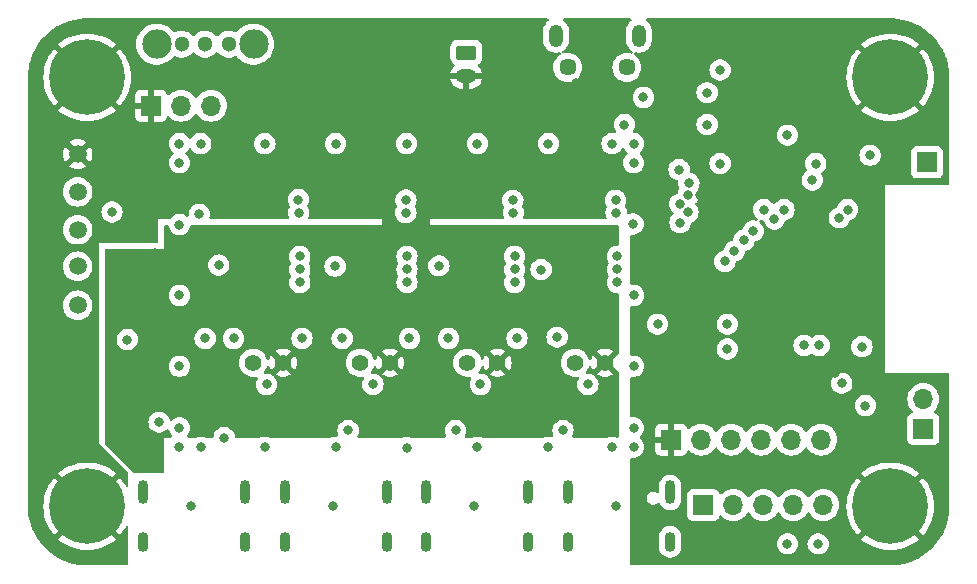
<source format=gbr>
%TF.GenerationSoftware,KiCad,Pcbnew,8.0.5*%
%TF.CreationDate,2025-03-11T21:14:57+01:00*%
%TF.ProjectId,Platine 4 Kanal Ferroelektret,506c6174-696e-4652-9034-204b616e616c,rev?*%
%TF.SameCoordinates,Original*%
%TF.FileFunction,Copper,L3,Inr*%
%TF.FilePolarity,Positive*%
%FSLAX46Y46*%
G04 Gerber Fmt 4.6, Leading zero omitted, Abs format (unit mm)*
G04 Created by KiCad (PCBNEW 8.0.5) date 2025-03-11 21:14:57*
%MOMM*%
%LPD*%
G01*
G04 APERTURE LIST*
G04 Aperture macros list*
%AMRoundRect*
0 Rectangle with rounded corners*
0 $1 Rounding radius*
0 $2 $3 $4 $5 $6 $7 $8 $9 X,Y pos of 4 corners*
0 Add a 4 corners polygon primitive as box body*
4,1,4,$2,$3,$4,$5,$6,$7,$8,$9,$2,$3,0*
0 Add four circle primitives for the rounded corners*
1,1,$1+$1,$2,$3*
1,1,$1+$1,$4,$5*
1,1,$1+$1,$6,$7*
1,1,$1+$1,$8,$9*
0 Add four rect primitives between the rounded corners*
20,1,$1+$1,$2,$3,$4,$5,0*
20,1,$1+$1,$4,$5,$6,$7,0*
20,1,$1+$1,$6,$7,$8,$9,0*
20,1,$1+$1,$8,$9,$2,$3,0*%
G04 Aperture macros list end*
%TA.AperFunction,ComponentPad*%
%ADD10R,1.700000X1.700000*%
%TD*%
%TA.AperFunction,ComponentPad*%
%ADD11O,1.700000X1.700000*%
%TD*%
%TA.AperFunction,ComponentPad*%
%ADD12O,1.200000X1.900000*%
%TD*%
%TA.AperFunction,ComponentPad*%
%ADD13C,1.450000*%
%TD*%
%TA.AperFunction,ComponentPad*%
%ADD14C,6.400000*%
%TD*%
%TA.AperFunction,ComponentPad*%
%ADD15C,1.400000*%
%TD*%
%TA.AperFunction,ComponentPad*%
%ADD16C,1.500000*%
%TD*%
%TA.AperFunction,ComponentPad*%
%ADD17O,0.900000X2.000000*%
%TD*%
%TA.AperFunction,ComponentPad*%
%ADD18O,0.900000X1.700000*%
%TD*%
%TA.AperFunction,ComponentPad*%
%ADD19RoundRect,0.250000X-0.625000X0.350000X-0.625000X-0.350000X0.625000X-0.350000X0.625000X0.350000X0*%
%TD*%
%TA.AperFunction,ComponentPad*%
%ADD20O,1.750000X1.200000*%
%TD*%
%TA.AperFunction,ComponentPad*%
%ADD21C,1.300000*%
%TD*%
%TA.AperFunction,ComponentPad*%
%ADD22C,2.483000*%
%TD*%
%TA.AperFunction,ViaPad*%
%ADD23C,0.800000*%
%TD*%
G04 APERTURE END LIST*
D10*
%TO.N,ESP TXD*%
%TO.C,J3*%
X170800000Y-109775000D03*
D11*
%TO.N,ESP RXD*%
X170800000Y-107235000D03*
%TD*%
D12*
%TO.N,Shield*%
%TO.C,J11*%
X146700000Y-76462500D03*
D13*
X145700000Y-79162500D03*
X140700000Y-79162500D03*
D12*
X139700000Y-76462500D03*
%TD*%
D14*
%TO.N,GND*%
%TO.C,H3*%
X168000000Y-80000000D03*
%TD*%
D15*
%TO.N,GND*%
%TO.C,TP6*%
X116600000Y-104162500D03*
%TO.N,/Ferro Amplifier 1/Vout*%
X114060000Y-104162500D03*
%TD*%
D14*
%TO.N,GND*%
%TO.C,H1*%
X100000000Y-116320000D03*
%TD*%
D16*
%TO.N,GND*%
%TO.C,TP5*%
X99200000Y-86500000D03*
%TD*%
%TO.N,VRef*%
%TO.C,TP4*%
X99200000Y-99300000D03*
%TD*%
%TO.N,+3.3VA*%
%TO.C,TP3*%
X99200000Y-96000000D03*
%TD*%
D17*
%TO.N,Shield*%
%TO.C,J7*%
X104725000Y-115142500D03*
X113375000Y-115142500D03*
D18*
X104725000Y-119312500D03*
X113375000Y-119312500D03*
%TD*%
D16*
%TO.N,VCC*%
%TO.C,TP1*%
X99200000Y-89700000D03*
%TD*%
D19*
%TO.N,BAT+*%
%TO.C,X1*%
X132100000Y-77900000D03*
D20*
%TO.N,GND*%
X132100000Y-79900000D03*
%TD*%
D10*
%TO.N,GND*%
%TO.C,J4*%
X149460000Y-110675000D03*
D11*
%TO.N,UART2 CTS*%
X152000000Y-110675000D03*
%TO.N,+3.3V*%
X154540000Y-110675000D03*
%TO.N,UART2 TXD*%
X157080000Y-110675000D03*
%TO.N,UART2 RXD*%
X159620000Y-110675000D03*
%TO.N,UART2 RTS*%
X162160000Y-110675000D03*
%TD*%
D15*
%TO.N,GND*%
%TO.C,TP9*%
X143850000Y-104162500D03*
%TO.N,/Ferro Amplifier 4/Vout*%
X141310000Y-104162500D03*
%TD*%
%TO.N,GND*%
%TO.C,TP8*%
X134750000Y-104162500D03*
%TO.N,/Ferro Amplifier 3/Vout*%
X132210000Y-104162500D03*
%TD*%
D10*
%TO.N,Shield*%
%TO.C,J5*%
X171100000Y-87200000D03*
%TD*%
D14*
%TO.N,GND*%
%TO.C,H4*%
X168000000Y-116320000D03*
%TD*%
D17*
%TO.N,Shield*%
%TO.C,J8*%
X116725000Y-115142500D03*
X125375000Y-115142500D03*
D18*
X116725000Y-119312500D03*
X125375000Y-119312500D03*
%TD*%
D17*
%TO.N,Shield*%
%TO.C,J9*%
X128725000Y-115142500D03*
X137375000Y-115142500D03*
D18*
X128725000Y-119312500D03*
X137375000Y-119312500D03*
%TD*%
D10*
%TO.N,GND*%
%TO.C,J1*%
X105420000Y-82400000D03*
D11*
%TO.N,+3.3V*%
X107960000Y-82400000D03*
%TO.N,VCC*%
X110500000Y-82400000D03*
%TD*%
D15*
%TO.N,GND*%
%TO.C,TP7*%
X125650000Y-104162500D03*
%TO.N,/Ferro Amplifier 2/Vout*%
X123110000Y-104162500D03*
%TD*%
D14*
%TO.N,GND*%
%TO.C,H2*%
X100000000Y-80000000D03*
%TD*%
D10*
%TO.N,GPIO38*%
%TO.C,J2*%
X152180000Y-116200000D03*
D11*
%TO.N,GPIO39*%
X154720000Y-116200000D03*
%TO.N,GPIO40*%
X157260000Y-116200000D03*
%TO.N,GPIO41*%
X159800000Y-116200000D03*
%TO.N,GPIO42*%
X162340000Y-116200000D03*
%TD*%
D16*
%TO.N,+3.3V*%
%TO.C,TP2*%
X99200000Y-92900000D03*
%TD*%
D17*
%TO.N,Shield*%
%TO.C,J10*%
X140725000Y-115142500D03*
X149375000Y-115142500D03*
D18*
X140725000Y-119312500D03*
X149375000Y-119312500D03*
%TD*%
D21*
%TO.N,Net-(D1-K)*%
%TO.C,S1*%
X112000000Y-77200000D03*
%TO.N,VCC*%
X110000000Y-77200000D03*
%TO.N,unconnected-(S1-Pad3)*%
X108000000Y-77200000D03*
D22*
%TO.N,N/C*%
X114100000Y-77200000D03*
X105900000Y-77200000D03*
%TD*%
D23*
%TO.N,GND*%
X105750000Y-94885661D03*
X138800000Y-90400000D03*
X129600000Y-90000000D03*
X120600000Y-90000000D03*
X111500000Y-89800000D03*
X106000000Y-104400000D03*
X103900000Y-107800000D03*
%TO.N,Shield*%
X107825000Y-98462500D03*
X133050000Y-85612500D03*
X146275000Y-111312500D03*
X127050000Y-111350000D03*
X139050000Y-111312500D03*
X115050000Y-111312500D03*
X146275000Y-98462500D03*
X127050000Y-85612500D03*
X121050000Y-85612500D03*
X133050000Y-111312500D03*
X146275000Y-85612500D03*
X121050000Y-111312500D03*
X146275000Y-109687500D03*
X107825000Y-109687500D03*
X107825000Y-92462500D03*
X139050000Y-85612500D03*
X107825000Y-87237500D03*
X109650000Y-111312500D03*
X144450000Y-111312500D03*
X107825000Y-111312500D03*
X146232502Y-92420000D03*
X107825000Y-85612500D03*
X146275000Y-87237500D03*
X146275000Y-104462500D03*
X115050000Y-85612500D03*
X109625000Y-85612500D03*
X144450000Y-85612500D03*
X107825000Y-104462500D03*
%TO.N,+3.3V*%
X166300000Y-86600000D03*
X165900000Y-107800000D03*
X163900000Y-105900000D03*
X102112500Y-91400000D03*
X109500000Y-91600000D03*
X148300000Y-100900000D03*
%TO.N,UART2 TXD*%
X163682719Y-91896788D03*
%TO.N,VBUS*%
X159300000Y-84900000D03*
X147100000Y-81700000D03*
%TO.N,VCC_STATE*%
X161400000Y-88700000D03*
X145500000Y-84000000D03*
%TO.N,BOOT*%
X153600000Y-87297500D03*
X161700000Y-87300000D03*
%TO.N,+3.3VA*%
X133300000Y-106000000D03*
X103400000Y-102200000D03*
X127300000Y-102100000D03*
X115200000Y-106000000D03*
X142400000Y-106000000D03*
X110000000Y-102100000D03*
X118200000Y-102100000D03*
X139800000Y-102000000D03*
X121600000Y-102100000D03*
X112400000Y-102100000D03*
X136400000Y-102100000D03*
X130600000Y-102100000D03*
X124200000Y-106000000D03*
%TO.N,DRDY 1*%
X156400000Y-93000000D03*
X118011250Y-95162500D03*
%TO.N,USBD-*%
X150950000Y-88950000D03*
X150124868Y-87813466D03*
%TO.N,UART2 CTS*%
X154200000Y-103000000D03*
%TO.N,VRef*%
X131200000Y-109900000D03*
X120800000Y-116300000D03*
X122100000Y-109900000D03*
X159300000Y-119500000D03*
X111600000Y-110500000D03*
X108800000Y-116300000D03*
X140300000Y-109900000D03*
X106100000Y-109200000D03*
X144800000Y-116300000D03*
X132800000Y-116300000D03*
%TO.N,UART2 RTS*%
X154200000Y-100900000D03*
%TO.N,SCK*%
X126990000Y-91462500D03*
X144800000Y-91462500D03*
X157300000Y-91200000D03*
X136100000Y-91462500D03*
X117911250Y-91462500D03*
%TO.N,MOSI*%
X136200000Y-97362500D03*
X144900000Y-97362500D03*
X118011250Y-97362500D03*
X127090000Y-97362500D03*
X159000000Y-91200000D03*
%TO.N,MISO*%
X118011250Y-96262500D03*
X144900000Y-96262500D03*
X127090000Y-96262500D03*
X136200000Y-96262500D03*
X158200000Y-92000000D03*
%TO.N,DRDY 2*%
X127090000Y-95162500D03*
X155600000Y-93800000D03*
%TO.N,DRDY 3*%
X136200000Y-95162500D03*
X154800000Y-94700000D03*
%TO.N,DRDY 4*%
X144900000Y-95162500D03*
X154000000Y-95582500D03*
%TO.N,ESP EN*%
X153600000Y-79375000D03*
X165600000Y-102800000D03*
%TO.N,CS 1*%
X150900000Y-90000000D03*
X117900000Y-90351250D03*
%TO.N,CS 2*%
X150192891Y-90707109D03*
X127000000Y-90380000D03*
%TO.N,Net-(U2-IO2)*%
X161900000Y-119500000D03*
X164400000Y-91200000D03*
%TO.N,CS 3*%
X136050000Y-90420000D03*
X150876239Y-91437905D03*
%TO.N,CS 4*%
X144750000Y-90420000D03*
X150200000Y-92300000D03*
%TO.N,GND*%
X119250000Y-108957500D03*
X106000000Y-102200000D03*
%TO.N,VRef*%
X121000000Y-96000000D03*
%TO.N,GND*%
X135350000Y-109757500D03*
X151900000Y-90000000D03*
X137350000Y-108957500D03*
X134950000Y-100057500D03*
X134000000Y-76200000D03*
X105300000Y-84900000D03*
X104000000Y-93000000D03*
X139650000Y-93157500D03*
X116850000Y-100000000D03*
X163100000Y-84400000D03*
X137000000Y-76200000D03*
X110960000Y-100900000D03*
X167600000Y-88000000D03*
X158400000Y-87800000D03*
X117200000Y-76800000D03*
X141400000Y-80500000D03*
X153600000Y-77200000D03*
%TO.N,VRef*%
X111150000Y-95900000D03*
%TO.N,GND*%
X117250000Y-109700000D03*
X130550000Y-93157500D03*
X143100000Y-82200000D03*
X151200000Y-99900000D03*
X163300000Y-105000000D03*
X144450000Y-109757500D03*
X137250000Y-100957500D03*
%TO.N,VRef*%
X129784340Y-95957500D03*
%TO.N,GND*%
X156950000Y-82850000D03*
X116100000Y-79400000D03*
X151167500Y-95400000D03*
X127500000Y-80200000D03*
X128250000Y-108957500D03*
X151700000Y-104000000D03*
X110150000Y-108900000D03*
X116700000Y-83300000D03*
X163400000Y-86100000D03*
X103600000Y-88000000D03*
X167800000Y-105600000D03*
X121550000Y-93157500D03*
X103600000Y-97200000D03*
X159850000Y-97050000D03*
X131900000Y-82900000D03*
X128150000Y-100957500D03*
X144050000Y-100057500D03*
X125950000Y-100057500D03*
X150900000Y-105800000D03*
X103900000Y-112700000D03*
X160400000Y-77200000D03*
%TO.N,VRef*%
X138438599Y-96272878D03*
%TO.N,GND*%
X112450000Y-93100000D03*
X126350000Y-109757500D03*
X119150000Y-100957500D03*
%TO.N,ESP TXD*%
X160700000Y-102700000D03*
X152500000Y-81300000D03*
%TO.N,ESP RXD*%
X152500000Y-84000000D03*
X162000000Y-102700000D03*
%TD*%
%TA.AperFunction,Conductor*%
%TO.N,GND*%
G36*
X139044349Y-75019685D02*
G01*
X139090104Y-75072489D01*
X139100048Y-75141647D01*
X139071023Y-75205203D01*
X139050199Y-75224315D01*
X138983072Y-75273086D01*
X138983070Y-75273088D01*
X138983069Y-75273088D01*
X138860588Y-75395569D01*
X138860588Y-75395570D01*
X138860586Y-75395572D01*
X138816859Y-75455756D01*
X138758768Y-75535711D01*
X138680128Y-75690052D01*
X138626597Y-75854802D01*
X138601730Y-76011811D01*
X138599500Y-76025889D01*
X138599500Y-76899111D01*
X138626598Y-77070201D01*
X138680127Y-77234945D01*
X138758768Y-77389288D01*
X138860586Y-77529428D01*
X138983072Y-77651914D01*
X139123212Y-77753732D01*
X139277555Y-77832373D01*
X139442299Y-77885902D01*
X139613389Y-77913000D01*
X139613390Y-77913000D01*
X139786610Y-77913000D01*
X139786611Y-77913000D01*
X139957701Y-77885902D01*
X139968799Y-77882295D01*
X140038639Y-77880299D01*
X140098472Y-77916378D01*
X140129301Y-77979079D01*
X140121338Y-78048493D01*
X140078242Y-78101801D01*
X139909255Y-78220127D01*
X139909253Y-78220128D01*
X139757628Y-78371753D01*
X139757623Y-78371759D01*
X139634632Y-78547408D01*
X139634631Y-78547410D01*
X139544009Y-78741751D01*
X139544005Y-78741760D01*
X139488509Y-78948875D01*
X139488507Y-78948886D01*
X139469819Y-79162498D01*
X139469819Y-79162501D01*
X139488507Y-79376113D01*
X139488509Y-79376124D01*
X139544005Y-79583239D01*
X139544007Y-79583243D01*
X139544008Y-79583247D01*
X139584343Y-79669745D01*
X139634631Y-79777590D01*
X139725397Y-79907216D01*
X139757627Y-79953245D01*
X139909255Y-80104873D01*
X140084909Y-80227868D01*
X140279253Y-80318492D01*
X140279259Y-80318493D01*
X140279260Y-80318494D01*
X140329109Y-80331850D01*
X140486381Y-80373992D01*
X140638346Y-80387287D01*
X140699998Y-80392681D01*
X140700000Y-80392681D01*
X140700002Y-80392681D01*
X140761654Y-80387287D01*
X140913619Y-80373992D01*
X141120747Y-80318492D01*
X141315091Y-80227868D01*
X141490745Y-80104873D01*
X141642373Y-79953245D01*
X141765368Y-79777591D01*
X141855992Y-79583247D01*
X141911492Y-79376119D01*
X141930181Y-79162500D01*
X141911492Y-78948881D01*
X141855992Y-78741753D01*
X141765368Y-78547410D01*
X141744229Y-78517221D01*
X141642376Y-78371759D01*
X141642371Y-78371753D01*
X141490745Y-78220127D01*
X141315090Y-78097131D01*
X141208061Y-78047223D01*
X141120747Y-78006508D01*
X141120743Y-78006507D01*
X141120739Y-78006505D01*
X140913624Y-77951009D01*
X140913620Y-77951008D01*
X140913619Y-77951008D01*
X140913618Y-77951007D01*
X140913613Y-77951007D01*
X140700002Y-77932319D01*
X140699998Y-77932319D01*
X140486386Y-77951007D01*
X140486375Y-77951009D01*
X140367275Y-77982922D01*
X140297425Y-77981259D01*
X140239563Y-77942096D01*
X140212059Y-77877868D01*
X140223646Y-77808965D01*
X140270644Y-77757265D01*
X140274915Y-77754880D01*
X140276781Y-77753736D01*
X140276782Y-77753734D01*
X140276788Y-77753732D01*
X140416928Y-77651914D01*
X140539414Y-77529428D01*
X140641232Y-77389288D01*
X140719873Y-77234945D01*
X140773402Y-77070201D01*
X140800500Y-76899111D01*
X140800500Y-76025889D01*
X140773402Y-75854799D01*
X140719873Y-75690055D01*
X140641232Y-75535712D01*
X140539414Y-75395572D01*
X140416928Y-75273086D01*
X140349802Y-75224316D01*
X140307139Y-75168988D01*
X140301160Y-75099374D01*
X140333766Y-75037580D01*
X140394605Y-75003222D01*
X140422690Y-75000000D01*
X145977310Y-75000000D01*
X146044349Y-75019685D01*
X146090104Y-75072489D01*
X146100048Y-75141647D01*
X146071023Y-75205203D01*
X146050199Y-75224315D01*
X145983072Y-75273086D01*
X145983070Y-75273088D01*
X145983069Y-75273088D01*
X145860588Y-75395569D01*
X145860588Y-75395570D01*
X145860586Y-75395572D01*
X145816859Y-75455756D01*
X145758768Y-75535711D01*
X145680128Y-75690052D01*
X145626597Y-75854802D01*
X145601730Y-76011811D01*
X145599500Y-76025889D01*
X145599500Y-76899111D01*
X145626598Y-77070201D01*
X145680127Y-77234945D01*
X145758768Y-77389288D01*
X145860586Y-77529428D01*
X145983072Y-77651914D01*
X146069769Y-77714903D01*
X146123218Y-77753736D01*
X146127364Y-77756277D01*
X146126476Y-77757726D01*
X146171911Y-77800642D01*
X146188703Y-77868464D01*
X146166162Y-77934598D01*
X146111444Y-77978046D01*
X146041923Y-77985015D01*
X146032724Y-77982922D01*
X145913624Y-77951009D01*
X145913620Y-77951008D01*
X145913619Y-77951008D01*
X145913618Y-77951007D01*
X145913613Y-77951007D01*
X145700002Y-77932319D01*
X145699998Y-77932319D01*
X145486386Y-77951007D01*
X145486375Y-77951009D01*
X145279260Y-78006505D01*
X145279251Y-78006509D01*
X145084910Y-78097131D01*
X145084908Y-78097132D01*
X144909259Y-78220123D01*
X144909253Y-78220128D01*
X144757628Y-78371753D01*
X144757623Y-78371759D01*
X144634632Y-78547408D01*
X144634631Y-78547410D01*
X144544009Y-78741751D01*
X144544005Y-78741760D01*
X144488509Y-78948875D01*
X144488507Y-78948886D01*
X144469819Y-79162498D01*
X144469819Y-79162501D01*
X144488507Y-79376113D01*
X144488509Y-79376124D01*
X144544005Y-79583239D01*
X144544007Y-79583243D01*
X144544008Y-79583247D01*
X144584343Y-79669745D01*
X144634631Y-79777590D01*
X144725397Y-79907216D01*
X144757627Y-79953245D01*
X144909255Y-80104873D01*
X145084909Y-80227868D01*
X145279253Y-80318492D01*
X145279259Y-80318493D01*
X145279260Y-80318494D01*
X145329109Y-80331850D01*
X145486381Y-80373992D01*
X145638346Y-80387287D01*
X145699998Y-80392681D01*
X145700000Y-80392681D01*
X145700002Y-80392681D01*
X145761654Y-80387287D01*
X145913619Y-80373992D01*
X146120747Y-80318492D01*
X146315091Y-80227868D01*
X146490745Y-80104873D01*
X146642373Y-79953245D01*
X146765368Y-79777591D01*
X146855992Y-79583247D01*
X146911492Y-79376119D01*
X146911590Y-79375000D01*
X152694540Y-79375000D01*
X152714326Y-79563256D01*
X152714327Y-79563259D01*
X152772818Y-79743277D01*
X152772821Y-79743284D01*
X152867467Y-79907216D01*
X152951650Y-80000710D01*
X152994129Y-80047888D01*
X153147265Y-80159148D01*
X153147270Y-80159151D01*
X153320192Y-80236142D01*
X153320197Y-80236144D01*
X153505354Y-80275500D01*
X153505355Y-80275500D01*
X153694644Y-80275500D01*
X153694646Y-80275500D01*
X153879803Y-80236144D01*
X154052730Y-80159151D01*
X154205871Y-80047888D01*
X154248991Y-79999999D01*
X164294922Y-79999999D01*
X164294922Y-80000000D01*
X164315219Y-80387287D01*
X164375886Y-80770323D01*
X164375887Y-80770330D01*
X164476262Y-81144936D01*
X164615244Y-81506994D01*
X164791310Y-81852543D01*
X165002531Y-82177793D01*
X165211095Y-82435350D01*
X165211096Y-82435350D01*
X166705748Y-80940698D01*
X166779588Y-81042330D01*
X166957670Y-81220412D01*
X167059300Y-81294251D01*
X165564648Y-82788903D01*
X165564649Y-82788904D01*
X165822206Y-82997468D01*
X166147456Y-83208689D01*
X166493005Y-83384755D01*
X166855063Y-83523737D01*
X167229669Y-83624112D01*
X167229676Y-83624113D01*
X167612712Y-83684780D01*
X167999999Y-83705078D01*
X168000001Y-83705078D01*
X168387287Y-83684780D01*
X168770323Y-83624113D01*
X168770330Y-83624112D01*
X169144936Y-83523737D01*
X169506994Y-83384755D01*
X169852543Y-83208689D01*
X170177783Y-82997476D01*
X170177785Y-82997475D01*
X170435349Y-82788902D01*
X168940698Y-81294251D01*
X169042330Y-81220412D01*
X169220412Y-81042330D01*
X169294251Y-80940698D01*
X170788902Y-82435349D01*
X170997475Y-82177785D01*
X170997476Y-82177783D01*
X171208689Y-81852543D01*
X171384755Y-81506994D01*
X171523737Y-81144936D01*
X171624112Y-80770330D01*
X171624113Y-80770323D01*
X171684780Y-80387287D01*
X171705078Y-80000000D01*
X171705078Y-79999999D01*
X171684780Y-79612712D01*
X171624113Y-79229676D01*
X171624112Y-79229669D01*
X171523737Y-78855063D01*
X171384755Y-78493005D01*
X171208689Y-78147456D01*
X170997468Y-77822206D01*
X170788904Y-77564649D01*
X170788903Y-77564648D01*
X169294251Y-79059300D01*
X169220412Y-78957670D01*
X169042330Y-78779588D01*
X168940698Y-78705748D01*
X170435350Y-77211096D01*
X170435350Y-77211095D01*
X170177793Y-77002531D01*
X169852543Y-76791310D01*
X169506994Y-76615244D01*
X169144936Y-76476262D01*
X168770330Y-76375887D01*
X168770323Y-76375886D01*
X168387287Y-76315219D01*
X168000001Y-76294922D01*
X167999999Y-76294922D01*
X167612712Y-76315219D01*
X167229676Y-76375886D01*
X167229669Y-76375887D01*
X166855063Y-76476262D01*
X166493005Y-76615244D01*
X166147456Y-76791310D01*
X165822206Y-77002531D01*
X165564648Y-77211095D01*
X165564648Y-77211096D01*
X167059301Y-78705748D01*
X166957670Y-78779588D01*
X166779588Y-78957670D01*
X166705748Y-79059300D01*
X165211096Y-77564648D01*
X165211095Y-77564648D01*
X165002531Y-77822206D01*
X164791310Y-78147456D01*
X164615244Y-78493005D01*
X164476262Y-78855063D01*
X164375887Y-79229669D01*
X164375886Y-79229676D01*
X164315219Y-79612712D01*
X164294922Y-79999999D01*
X154248991Y-79999999D01*
X154332533Y-79907216D01*
X154427179Y-79743284D01*
X154485674Y-79563256D01*
X154505460Y-79375000D01*
X154485674Y-79186744D01*
X154427179Y-79006716D01*
X154332533Y-78842784D01*
X154205871Y-78702112D01*
X154205870Y-78702111D01*
X154052734Y-78590851D01*
X154052729Y-78590848D01*
X153879807Y-78513857D01*
X153879802Y-78513855D01*
X153734001Y-78482865D01*
X153694646Y-78474500D01*
X153505354Y-78474500D01*
X153472897Y-78481398D01*
X153320197Y-78513855D01*
X153320192Y-78513857D01*
X153147270Y-78590848D01*
X153147265Y-78590851D01*
X152994129Y-78702111D01*
X152867466Y-78842785D01*
X152772821Y-79006715D01*
X152772818Y-79006722D01*
X152715412Y-79183401D01*
X152714326Y-79186744D01*
X152694540Y-79375000D01*
X146911590Y-79375000D01*
X146930181Y-79162500D01*
X146911492Y-78948881D01*
X146855992Y-78741753D01*
X146765368Y-78547410D01*
X146744229Y-78517221D01*
X146642376Y-78371759D01*
X146642371Y-78371753D01*
X146490748Y-78220130D01*
X146490738Y-78220121D01*
X146321759Y-78101800D01*
X146278134Y-78047223D01*
X146270942Y-77977725D01*
X146302464Y-77915370D01*
X146362694Y-77879957D01*
X146431203Y-77882296D01*
X146442299Y-77885902D01*
X146613389Y-77913000D01*
X146613390Y-77913000D01*
X146786610Y-77913000D01*
X146786611Y-77913000D01*
X146957701Y-77885902D01*
X147122445Y-77832373D01*
X147276788Y-77753732D01*
X147416928Y-77651914D01*
X147539414Y-77529428D01*
X147641232Y-77389288D01*
X147719873Y-77234945D01*
X147773402Y-77070201D01*
X147800500Y-76899111D01*
X147800500Y-76025889D01*
X147773402Y-75854799D01*
X147719873Y-75690055D01*
X147641232Y-75535712D01*
X147539414Y-75395572D01*
X147416928Y-75273086D01*
X147349802Y-75224316D01*
X147307139Y-75168988D01*
X147301160Y-75099374D01*
X147333766Y-75037580D01*
X147394605Y-75003222D01*
X147422690Y-75000000D01*
X167999290Y-75000000D01*
X168000641Y-75000006D01*
X168213481Y-75002328D01*
X168222915Y-75002792D01*
X168647552Y-75039943D01*
X168658270Y-75041354D01*
X169077393Y-75115256D01*
X169087921Y-75117590D01*
X169499033Y-75227747D01*
X169509322Y-75230992D01*
X169909255Y-75376555D01*
X169919221Y-75380683D01*
X170304942Y-75560547D01*
X170314528Y-75565538D01*
X170683088Y-75778326D01*
X170692203Y-75784132D01*
X171040820Y-76028237D01*
X171049402Y-76034822D01*
X171375420Y-76308383D01*
X171383395Y-76315692D01*
X171684307Y-76616604D01*
X171691616Y-76624579D01*
X171965177Y-76950597D01*
X171971762Y-76959179D01*
X172215864Y-77307792D01*
X172221676Y-77316916D01*
X172434459Y-77685467D01*
X172439454Y-77695062D01*
X172466812Y-77753731D01*
X172603669Y-78047223D01*
X172619310Y-78080764D01*
X172623448Y-78090756D01*
X172663958Y-78202054D01*
X172769003Y-78490664D01*
X172772256Y-78500980D01*
X172863842Y-78842785D01*
X172882405Y-78912061D01*
X172884746Y-78922623D01*
X172958644Y-79341725D01*
X172960056Y-79352450D01*
X172997206Y-79777073D01*
X172997671Y-79786527D01*
X172999993Y-79999357D01*
X173000000Y-80000710D01*
X173000000Y-88976000D01*
X172980315Y-89043039D01*
X172927511Y-89088794D01*
X172876000Y-89100000D01*
X167600000Y-89100000D01*
X167600000Y-105000000D01*
X172876000Y-105000000D01*
X172943039Y-105019685D01*
X172988794Y-105072489D01*
X173000000Y-105124000D01*
X173000000Y-116319289D01*
X172999993Y-116320642D01*
X172997671Y-116533472D01*
X172997206Y-116542926D01*
X172960056Y-116967549D01*
X172958644Y-116978274D01*
X172884746Y-117397376D01*
X172882405Y-117407938D01*
X172772256Y-117819019D01*
X172769003Y-117829335D01*
X172623450Y-118229240D01*
X172619310Y-118239235D01*
X172439454Y-118624937D01*
X172434459Y-118634532D01*
X172221676Y-119003083D01*
X172215864Y-119012207D01*
X171971762Y-119360820D01*
X171965177Y-119369402D01*
X171691616Y-119695420D01*
X171684307Y-119703395D01*
X171383395Y-120004307D01*
X171375420Y-120011616D01*
X171049402Y-120285177D01*
X171040820Y-120291762D01*
X170692207Y-120535864D01*
X170683083Y-120541676D01*
X170314532Y-120754459D01*
X170304937Y-120759454D01*
X169919235Y-120939310D01*
X169909240Y-120943450D01*
X169509335Y-121089003D01*
X169499019Y-121092256D01*
X169087938Y-121202405D01*
X169077376Y-121204746D01*
X168658274Y-121278644D01*
X168647549Y-121280056D01*
X168222926Y-121317206D01*
X168213472Y-121317671D01*
X168005455Y-121319940D01*
X168000640Y-121319993D01*
X167999290Y-121320000D01*
X146124000Y-121320000D01*
X146056961Y-121300315D01*
X146011206Y-121247511D01*
X146000000Y-121196000D01*
X146000000Y-118818879D01*
X148424500Y-118818879D01*
X148424500Y-119806120D01*
X148461025Y-119989743D01*
X148461027Y-119989751D01*
X148532676Y-120162728D01*
X148532681Y-120162737D01*
X148636697Y-120318407D01*
X148636700Y-120318411D01*
X148769088Y-120450799D01*
X148769092Y-120450802D01*
X148924762Y-120554818D01*
X148924768Y-120554821D01*
X148924769Y-120554822D01*
X149097749Y-120626473D01*
X149281379Y-120662999D01*
X149281383Y-120663000D01*
X149281384Y-120663000D01*
X149468617Y-120663000D01*
X149468618Y-120662999D01*
X149652251Y-120626473D01*
X149825231Y-120554822D01*
X149980908Y-120450802D01*
X150113302Y-120318408D01*
X150217322Y-120162731D01*
X150288973Y-119989751D01*
X150325500Y-119806116D01*
X150325500Y-119500000D01*
X158394540Y-119500000D01*
X158414326Y-119688256D01*
X158414327Y-119688259D01*
X158472818Y-119868277D01*
X158472821Y-119868284D01*
X158567467Y-120032216D01*
X158684981Y-120162728D01*
X158694129Y-120172888D01*
X158847265Y-120284148D01*
X158847270Y-120284151D01*
X159020192Y-120361142D01*
X159020197Y-120361144D01*
X159205354Y-120400500D01*
X159205355Y-120400500D01*
X159394644Y-120400500D01*
X159394646Y-120400500D01*
X159579803Y-120361144D01*
X159752730Y-120284151D01*
X159905871Y-120172888D01*
X160032533Y-120032216D01*
X160127179Y-119868284D01*
X160185674Y-119688256D01*
X160205460Y-119500000D01*
X160994540Y-119500000D01*
X161014326Y-119688256D01*
X161014327Y-119688259D01*
X161072818Y-119868277D01*
X161072821Y-119868284D01*
X161167467Y-120032216D01*
X161284981Y-120162728D01*
X161294129Y-120172888D01*
X161447265Y-120284148D01*
X161447270Y-120284151D01*
X161620192Y-120361142D01*
X161620197Y-120361144D01*
X161805354Y-120400500D01*
X161805355Y-120400500D01*
X161994644Y-120400500D01*
X161994646Y-120400500D01*
X162179803Y-120361144D01*
X162352730Y-120284151D01*
X162505871Y-120172888D01*
X162632533Y-120032216D01*
X162727179Y-119868284D01*
X162785674Y-119688256D01*
X162805460Y-119500000D01*
X162785674Y-119311744D01*
X162727179Y-119131716D01*
X162632533Y-118967784D01*
X162505871Y-118827112D01*
X162505870Y-118827111D01*
X162352734Y-118715851D01*
X162352729Y-118715848D01*
X162179807Y-118638857D01*
X162179802Y-118638855D01*
X162034001Y-118607865D01*
X161994646Y-118599500D01*
X161805354Y-118599500D01*
X161772897Y-118606398D01*
X161620197Y-118638855D01*
X161620192Y-118638857D01*
X161447270Y-118715848D01*
X161447265Y-118715851D01*
X161294129Y-118827111D01*
X161167466Y-118967785D01*
X161072821Y-119131715D01*
X161072818Y-119131722D01*
X161014327Y-119311740D01*
X161014326Y-119311744D01*
X160994540Y-119500000D01*
X160205460Y-119500000D01*
X160185674Y-119311744D01*
X160127179Y-119131716D01*
X160032533Y-118967784D01*
X159905871Y-118827112D01*
X159905870Y-118827111D01*
X159752734Y-118715851D01*
X159752729Y-118715848D01*
X159579807Y-118638857D01*
X159579802Y-118638855D01*
X159434001Y-118607865D01*
X159394646Y-118599500D01*
X159205354Y-118599500D01*
X159172897Y-118606398D01*
X159020197Y-118638855D01*
X159020192Y-118638857D01*
X158847270Y-118715848D01*
X158847265Y-118715851D01*
X158694129Y-118827111D01*
X158567466Y-118967785D01*
X158472821Y-119131715D01*
X158472818Y-119131722D01*
X158414327Y-119311740D01*
X158414326Y-119311744D01*
X158394540Y-119500000D01*
X150325500Y-119500000D01*
X150325500Y-118818884D01*
X150288973Y-118635249D01*
X150217322Y-118462269D01*
X150217321Y-118462268D01*
X150217318Y-118462262D01*
X150113302Y-118306592D01*
X150113299Y-118306588D01*
X149980911Y-118174200D01*
X149980907Y-118174197D01*
X149825237Y-118070181D01*
X149825228Y-118070176D01*
X149652251Y-117998527D01*
X149652243Y-117998525D01*
X149468620Y-117962000D01*
X149468616Y-117962000D01*
X149281384Y-117962000D01*
X149281379Y-117962000D01*
X149097756Y-117998525D01*
X149097748Y-117998527D01*
X148924771Y-118070176D01*
X148924762Y-118070181D01*
X148769092Y-118174197D01*
X148769088Y-118174200D01*
X148636700Y-118306588D01*
X148636697Y-118306592D01*
X148532681Y-118462262D01*
X148532676Y-118462271D01*
X148461027Y-118635248D01*
X148461025Y-118635256D01*
X148424500Y-118818879D01*
X146000000Y-118818879D01*
X146000000Y-115560025D01*
X147389500Y-115560025D01*
X147389500Y-115704975D01*
X147411243Y-115786120D01*
X147427017Y-115844988D01*
X147499488Y-115970511D01*
X147499490Y-115970513D01*
X147499491Y-115970515D01*
X147601985Y-116073009D01*
X147601986Y-116073010D01*
X147601988Y-116073011D01*
X147727511Y-116145482D01*
X147727512Y-116145482D01*
X147727515Y-116145484D01*
X147867525Y-116183000D01*
X147867528Y-116183000D01*
X148012472Y-116183000D01*
X148012475Y-116183000D01*
X148152485Y-116145484D01*
X148278015Y-116073009D01*
X148306445Y-116044578D01*
X148367764Y-116011095D01*
X148437456Y-116016079D01*
X148493390Y-116057949D01*
X148508685Y-116084808D01*
X148532676Y-116142727D01*
X148532681Y-116142737D01*
X148636697Y-116298407D01*
X148636700Y-116298411D01*
X148769088Y-116430799D01*
X148769092Y-116430802D01*
X148924762Y-116534818D01*
X148924771Y-116534823D01*
X148963956Y-116551054D01*
X149097749Y-116606473D01*
X149281379Y-116642999D01*
X149281383Y-116643000D01*
X149281384Y-116643000D01*
X149468617Y-116643000D01*
X149468618Y-116642999D01*
X149652251Y-116606473D01*
X149825231Y-116534822D01*
X149980908Y-116430802D01*
X150113302Y-116298408D01*
X150217322Y-116142731D01*
X150288973Y-115969751D01*
X150325500Y-115786116D01*
X150325500Y-115302135D01*
X150829500Y-115302135D01*
X150829500Y-117097870D01*
X150829501Y-117097876D01*
X150835908Y-117157483D01*
X150886202Y-117292328D01*
X150886206Y-117292335D01*
X150972452Y-117407544D01*
X150972455Y-117407547D01*
X151087664Y-117493793D01*
X151087671Y-117493797D01*
X151222517Y-117544091D01*
X151222516Y-117544091D01*
X151229444Y-117544835D01*
X151282127Y-117550500D01*
X153077872Y-117550499D01*
X153137483Y-117544091D01*
X153272331Y-117493796D01*
X153387546Y-117407546D01*
X153473796Y-117292331D01*
X153522810Y-117160916D01*
X153564681Y-117104984D01*
X153630145Y-117080566D01*
X153698418Y-117095417D01*
X153726673Y-117116569D01*
X153848599Y-117238495D01*
X153945384Y-117306265D01*
X154042165Y-117374032D01*
X154042167Y-117374033D01*
X154042170Y-117374035D01*
X154256337Y-117473903D01*
X154484592Y-117535063D01*
X154661034Y-117550500D01*
X154719999Y-117555659D01*
X154720000Y-117555659D01*
X154720001Y-117555659D01*
X154778966Y-117550500D01*
X154955408Y-117535063D01*
X155183663Y-117473903D01*
X155397830Y-117374035D01*
X155591401Y-117238495D01*
X155758495Y-117071401D01*
X155888425Y-116885842D01*
X155943002Y-116842217D01*
X156012500Y-116835023D01*
X156074855Y-116866546D01*
X156091575Y-116885842D01*
X156221500Y-117071395D01*
X156221505Y-117071401D01*
X156388599Y-117238495D01*
X156485384Y-117306265D01*
X156582165Y-117374032D01*
X156582167Y-117374033D01*
X156582170Y-117374035D01*
X156796337Y-117473903D01*
X157024592Y-117535063D01*
X157201034Y-117550500D01*
X157259999Y-117555659D01*
X157260000Y-117555659D01*
X157260001Y-117555659D01*
X157318966Y-117550500D01*
X157495408Y-117535063D01*
X157723663Y-117473903D01*
X157937830Y-117374035D01*
X158131401Y-117238495D01*
X158298495Y-117071401D01*
X158428425Y-116885842D01*
X158483002Y-116842217D01*
X158552500Y-116835023D01*
X158614855Y-116866546D01*
X158631575Y-116885842D01*
X158761500Y-117071395D01*
X158761505Y-117071401D01*
X158928599Y-117238495D01*
X159025384Y-117306265D01*
X159122165Y-117374032D01*
X159122167Y-117374033D01*
X159122170Y-117374035D01*
X159336337Y-117473903D01*
X159564592Y-117535063D01*
X159741034Y-117550500D01*
X159799999Y-117555659D01*
X159800000Y-117555659D01*
X159800001Y-117555659D01*
X159858966Y-117550500D01*
X160035408Y-117535063D01*
X160263663Y-117473903D01*
X160477830Y-117374035D01*
X160671401Y-117238495D01*
X160838495Y-117071401D01*
X160968425Y-116885842D01*
X161023002Y-116842217D01*
X161092500Y-116835023D01*
X161154855Y-116866546D01*
X161171575Y-116885842D01*
X161301500Y-117071395D01*
X161301505Y-117071401D01*
X161468599Y-117238495D01*
X161565384Y-117306265D01*
X161662165Y-117374032D01*
X161662167Y-117374033D01*
X161662170Y-117374035D01*
X161876337Y-117473903D01*
X162104592Y-117535063D01*
X162281034Y-117550500D01*
X162339999Y-117555659D01*
X162340000Y-117555659D01*
X162340001Y-117555659D01*
X162398966Y-117550500D01*
X162575408Y-117535063D01*
X162803663Y-117473903D01*
X163017830Y-117374035D01*
X163211401Y-117238495D01*
X163378495Y-117071401D01*
X163514035Y-116877830D01*
X163613903Y-116663663D01*
X163675063Y-116435408D01*
X163685160Y-116319999D01*
X164294922Y-116319999D01*
X164294922Y-116320000D01*
X164315219Y-116707287D01*
X164375886Y-117090323D01*
X164375887Y-117090330D01*
X164476262Y-117464936D01*
X164615244Y-117826994D01*
X164791310Y-118172543D01*
X165002531Y-118497793D01*
X165211095Y-118755350D01*
X165211096Y-118755350D01*
X166705748Y-117260698D01*
X166779588Y-117362330D01*
X166957670Y-117540412D01*
X167059300Y-117614251D01*
X165564648Y-119108903D01*
X165564649Y-119108904D01*
X165822206Y-119317468D01*
X166147456Y-119528689D01*
X166493005Y-119704755D01*
X166855063Y-119843737D01*
X167229669Y-119944112D01*
X167229676Y-119944113D01*
X167612712Y-120004780D01*
X167999999Y-120025078D01*
X168000001Y-120025078D01*
X168387287Y-120004780D01*
X168770323Y-119944113D01*
X168770330Y-119944112D01*
X169144936Y-119843737D01*
X169506994Y-119704755D01*
X169852543Y-119528689D01*
X170177783Y-119317476D01*
X170177785Y-119317475D01*
X170435349Y-119108902D01*
X168940698Y-117614251D01*
X169042330Y-117540412D01*
X169220412Y-117362330D01*
X169294251Y-117260698D01*
X170788902Y-118755349D01*
X170997475Y-118497785D01*
X170997476Y-118497783D01*
X171208689Y-118172543D01*
X171384755Y-117826994D01*
X171523737Y-117464936D01*
X171624112Y-117090330D01*
X171624113Y-117090323D01*
X171684780Y-116707287D01*
X171705078Y-116320000D01*
X171705078Y-116319999D01*
X171684780Y-115932712D01*
X171624113Y-115549676D01*
X171624112Y-115549669D01*
X171523737Y-115175063D01*
X171384755Y-114813005D01*
X171208689Y-114467456D01*
X170997468Y-114142206D01*
X170788904Y-113884649D01*
X170788903Y-113884648D01*
X169294251Y-115379300D01*
X169220412Y-115277670D01*
X169042330Y-115099588D01*
X168940698Y-115025748D01*
X170435350Y-113531096D01*
X170435350Y-113531095D01*
X170177793Y-113322531D01*
X169852543Y-113111310D01*
X169506994Y-112935244D01*
X169144936Y-112796262D01*
X168770330Y-112695887D01*
X168770323Y-112695886D01*
X168387287Y-112635219D01*
X168000001Y-112614922D01*
X167999999Y-112614922D01*
X167612712Y-112635219D01*
X167229676Y-112695886D01*
X167229669Y-112695887D01*
X166855063Y-112796262D01*
X166493005Y-112935244D01*
X166147456Y-113111310D01*
X165822206Y-113322531D01*
X165564648Y-113531095D01*
X165564648Y-113531096D01*
X167059301Y-115025748D01*
X166957670Y-115099588D01*
X166779588Y-115277670D01*
X166705748Y-115379300D01*
X165211096Y-113884648D01*
X165211095Y-113884648D01*
X165002531Y-114142206D01*
X164791310Y-114467456D01*
X164615244Y-114813005D01*
X164476262Y-115175063D01*
X164375887Y-115549669D01*
X164375886Y-115549676D01*
X164315219Y-115932712D01*
X164294922Y-116319999D01*
X163685160Y-116319999D01*
X163695659Y-116200000D01*
X163675063Y-115964592D01*
X163613903Y-115736337D01*
X163514035Y-115522171D01*
X163509609Y-115515849D01*
X163378494Y-115328597D01*
X163211402Y-115161506D01*
X163211395Y-115161501D01*
X163017834Y-115025967D01*
X163017830Y-115025965D01*
X163017828Y-115025964D01*
X162803663Y-114926097D01*
X162803659Y-114926096D01*
X162803655Y-114926094D01*
X162575413Y-114864938D01*
X162575403Y-114864936D01*
X162340001Y-114844341D01*
X162339999Y-114844341D01*
X162104596Y-114864936D01*
X162104586Y-114864938D01*
X161876344Y-114926094D01*
X161876335Y-114926098D01*
X161662171Y-115025964D01*
X161662169Y-115025965D01*
X161468597Y-115161505D01*
X161301505Y-115328597D01*
X161171575Y-115514158D01*
X161116998Y-115557783D01*
X161047500Y-115564977D01*
X160985145Y-115533454D01*
X160968425Y-115514158D01*
X160838494Y-115328597D01*
X160671402Y-115161506D01*
X160671395Y-115161501D01*
X160477834Y-115025967D01*
X160477830Y-115025965D01*
X160477828Y-115025964D01*
X160263663Y-114926097D01*
X160263659Y-114926096D01*
X160263655Y-114926094D01*
X160035413Y-114864938D01*
X160035403Y-114864936D01*
X159800001Y-114844341D01*
X159799999Y-114844341D01*
X159564596Y-114864936D01*
X159564586Y-114864938D01*
X159336344Y-114926094D01*
X159336335Y-114926098D01*
X159122171Y-115025964D01*
X159122169Y-115025965D01*
X158928597Y-115161505D01*
X158761505Y-115328597D01*
X158631575Y-115514158D01*
X158576998Y-115557783D01*
X158507500Y-115564977D01*
X158445145Y-115533454D01*
X158428425Y-115514158D01*
X158298494Y-115328597D01*
X158131402Y-115161506D01*
X158131395Y-115161501D01*
X157937834Y-115025967D01*
X157937830Y-115025965D01*
X157937828Y-115025964D01*
X157723663Y-114926097D01*
X157723659Y-114926096D01*
X157723655Y-114926094D01*
X157495413Y-114864938D01*
X157495403Y-114864936D01*
X157260001Y-114844341D01*
X157259999Y-114844341D01*
X157024596Y-114864936D01*
X157024586Y-114864938D01*
X156796344Y-114926094D01*
X156796335Y-114926098D01*
X156582171Y-115025964D01*
X156582169Y-115025965D01*
X156388597Y-115161505D01*
X156221505Y-115328597D01*
X156091575Y-115514158D01*
X156036998Y-115557783D01*
X155967500Y-115564977D01*
X155905145Y-115533454D01*
X155888425Y-115514158D01*
X155758494Y-115328597D01*
X155591402Y-115161506D01*
X155591395Y-115161501D01*
X155397834Y-115025967D01*
X155397830Y-115025965D01*
X155397828Y-115025964D01*
X155183663Y-114926097D01*
X155183659Y-114926096D01*
X155183655Y-114926094D01*
X154955413Y-114864938D01*
X154955403Y-114864936D01*
X154720001Y-114844341D01*
X154719999Y-114844341D01*
X154484596Y-114864936D01*
X154484586Y-114864938D01*
X154256344Y-114926094D01*
X154256335Y-114926098D01*
X154042171Y-115025964D01*
X154042169Y-115025965D01*
X153848600Y-115161503D01*
X153726673Y-115283430D01*
X153665350Y-115316914D01*
X153595658Y-115311930D01*
X153539725Y-115270058D01*
X153522810Y-115239081D01*
X153473797Y-115107671D01*
X153473793Y-115107664D01*
X153387547Y-114992455D01*
X153387544Y-114992452D01*
X153272335Y-114906206D01*
X153272328Y-114906202D01*
X153137482Y-114855908D01*
X153137483Y-114855908D01*
X153077883Y-114849501D01*
X153077881Y-114849500D01*
X153077873Y-114849500D01*
X153077864Y-114849500D01*
X151282129Y-114849500D01*
X151282123Y-114849501D01*
X151222516Y-114855908D01*
X151087671Y-114906202D01*
X151087664Y-114906206D01*
X150972455Y-114992452D01*
X150972452Y-114992455D01*
X150886206Y-115107664D01*
X150886202Y-115107671D01*
X150835908Y-115242517D01*
X150829501Y-115302116D01*
X150829500Y-115302135D01*
X150325500Y-115302135D01*
X150325500Y-114498884D01*
X150288973Y-114315249D01*
X150217322Y-114142269D01*
X150217321Y-114142268D01*
X150217318Y-114142262D01*
X150113302Y-113986592D01*
X150113299Y-113986588D01*
X149980911Y-113854200D01*
X149980907Y-113854197D01*
X149825237Y-113750181D01*
X149825228Y-113750176D01*
X149652251Y-113678527D01*
X149652243Y-113678525D01*
X149468620Y-113642000D01*
X149468616Y-113642000D01*
X149281384Y-113642000D01*
X149281379Y-113642000D01*
X149097756Y-113678525D01*
X149097748Y-113678527D01*
X148924771Y-113750176D01*
X148924762Y-113750181D01*
X148769092Y-113854197D01*
X148769088Y-113854200D01*
X148636700Y-113986588D01*
X148636697Y-113986592D01*
X148532681Y-114142262D01*
X148532676Y-114142271D01*
X148461027Y-114315248D01*
X148461025Y-114315256D01*
X148424500Y-114498879D01*
X148424500Y-115061789D01*
X148404815Y-115128828D01*
X148352011Y-115174583D01*
X148282853Y-115184527D01*
X148238500Y-115169176D01*
X148152488Y-115119517D01*
X148152489Y-115119517D01*
X148108279Y-115107671D01*
X148012475Y-115082000D01*
X147867525Y-115082000D01*
X147771721Y-115107671D01*
X147727511Y-115119517D01*
X147601988Y-115191988D01*
X147601982Y-115191993D01*
X147499493Y-115294482D01*
X147499488Y-115294488D01*
X147427017Y-115420011D01*
X147427016Y-115420015D01*
X147389500Y-115560025D01*
X146000000Y-115560025D01*
X146000000Y-112327791D01*
X146019685Y-112260752D01*
X146072489Y-112214997D01*
X146141647Y-112205053D01*
X146149754Y-112206495D01*
X146180354Y-112213000D01*
X146180356Y-112213000D01*
X146369644Y-112213000D01*
X146369646Y-112213000D01*
X146554803Y-112173644D01*
X146727730Y-112096651D01*
X146880871Y-111985388D01*
X147007533Y-111844716D01*
X147102179Y-111680784D01*
X147160674Y-111500756D01*
X147180460Y-111312500D01*
X147160674Y-111124244D01*
X147102179Y-110944216D01*
X147007533Y-110780284D01*
X146880871Y-110639612D01*
X146826786Y-110600317D01*
X146784121Y-110544989D01*
X146778142Y-110475375D01*
X146810747Y-110413580D01*
X146826787Y-110399682D01*
X146841543Y-110388961D01*
X146880871Y-110360388D01*
X147007533Y-110219716D01*
X147102179Y-110055784D01*
X147160674Y-109875756D01*
X147171037Y-109777155D01*
X148110000Y-109777155D01*
X148110000Y-110425000D01*
X149026988Y-110425000D01*
X148994075Y-110482007D01*
X148960000Y-110609174D01*
X148960000Y-110740826D01*
X148994075Y-110867993D01*
X149026988Y-110925000D01*
X148110000Y-110925000D01*
X148110000Y-111572844D01*
X148116401Y-111632372D01*
X148116403Y-111632379D01*
X148166645Y-111767086D01*
X148166649Y-111767093D01*
X148252809Y-111882187D01*
X148252812Y-111882190D01*
X148367906Y-111968350D01*
X148367913Y-111968354D01*
X148502620Y-112018596D01*
X148502627Y-112018598D01*
X148562155Y-112024999D01*
X148562172Y-112025000D01*
X149210000Y-112025000D01*
X149210000Y-111108012D01*
X149267007Y-111140925D01*
X149394174Y-111175000D01*
X149525826Y-111175000D01*
X149652993Y-111140925D01*
X149710000Y-111108012D01*
X149710000Y-112025000D01*
X150357828Y-112025000D01*
X150357844Y-112024999D01*
X150417372Y-112018598D01*
X150417379Y-112018596D01*
X150552086Y-111968354D01*
X150552093Y-111968350D01*
X150667187Y-111882190D01*
X150667190Y-111882187D01*
X150753350Y-111767093D01*
X150753354Y-111767086D01*
X150802422Y-111635529D01*
X150844293Y-111579595D01*
X150909757Y-111555178D01*
X150978030Y-111570030D01*
X151006285Y-111591181D01*
X151128599Y-111713495D01*
X151205135Y-111767086D01*
X151322165Y-111849032D01*
X151322167Y-111849033D01*
X151322170Y-111849035D01*
X151536337Y-111948903D01*
X151764592Y-112010063D01*
X151935319Y-112025000D01*
X151999999Y-112030659D01*
X152000000Y-112030659D01*
X152000001Y-112030659D01*
X152064681Y-112025000D01*
X152235408Y-112010063D01*
X152463663Y-111948903D01*
X152677830Y-111849035D01*
X152871401Y-111713495D01*
X153038495Y-111546401D01*
X153152891Y-111383026D01*
X153168425Y-111360842D01*
X153223002Y-111317217D01*
X153292500Y-111310023D01*
X153354855Y-111341546D01*
X153371575Y-111360842D01*
X153501500Y-111546395D01*
X153501505Y-111546401D01*
X153668599Y-111713495D01*
X153745135Y-111767086D01*
X153862165Y-111849032D01*
X153862167Y-111849033D01*
X153862170Y-111849035D01*
X154076337Y-111948903D01*
X154304592Y-112010063D01*
X154475319Y-112025000D01*
X154539999Y-112030659D01*
X154540000Y-112030659D01*
X154540001Y-112030659D01*
X154604681Y-112025000D01*
X154775408Y-112010063D01*
X155003663Y-111948903D01*
X155217830Y-111849035D01*
X155411401Y-111713495D01*
X155578495Y-111546401D01*
X155692891Y-111383026D01*
X155708425Y-111360842D01*
X155763002Y-111317217D01*
X155832500Y-111310023D01*
X155894855Y-111341546D01*
X155911575Y-111360842D01*
X156041500Y-111546395D01*
X156041505Y-111546401D01*
X156208599Y-111713495D01*
X156285135Y-111767086D01*
X156402165Y-111849032D01*
X156402167Y-111849033D01*
X156402170Y-111849035D01*
X156616337Y-111948903D01*
X156844592Y-112010063D01*
X157015319Y-112025000D01*
X157079999Y-112030659D01*
X157080000Y-112030659D01*
X157080001Y-112030659D01*
X157144681Y-112025000D01*
X157315408Y-112010063D01*
X157543663Y-111948903D01*
X157757830Y-111849035D01*
X157951401Y-111713495D01*
X158118495Y-111546401D01*
X158232891Y-111383026D01*
X158248425Y-111360842D01*
X158303002Y-111317217D01*
X158372500Y-111310023D01*
X158434855Y-111341546D01*
X158451575Y-111360842D01*
X158581500Y-111546395D01*
X158581505Y-111546401D01*
X158748599Y-111713495D01*
X158825135Y-111767086D01*
X158942165Y-111849032D01*
X158942167Y-111849033D01*
X158942170Y-111849035D01*
X159156337Y-111948903D01*
X159384592Y-112010063D01*
X159555319Y-112025000D01*
X159619999Y-112030659D01*
X159620000Y-112030659D01*
X159620001Y-112030659D01*
X159684681Y-112025000D01*
X159855408Y-112010063D01*
X160083663Y-111948903D01*
X160297830Y-111849035D01*
X160491401Y-111713495D01*
X160658495Y-111546401D01*
X160772891Y-111383026D01*
X160788425Y-111360842D01*
X160843002Y-111317217D01*
X160912500Y-111310023D01*
X160974855Y-111341546D01*
X160991575Y-111360842D01*
X161121500Y-111546395D01*
X161121505Y-111546401D01*
X161288599Y-111713495D01*
X161365135Y-111767086D01*
X161482165Y-111849032D01*
X161482167Y-111849033D01*
X161482170Y-111849035D01*
X161696337Y-111948903D01*
X161924592Y-112010063D01*
X162095319Y-112025000D01*
X162159999Y-112030659D01*
X162160000Y-112030659D01*
X162160001Y-112030659D01*
X162224681Y-112025000D01*
X162395408Y-112010063D01*
X162623663Y-111948903D01*
X162837830Y-111849035D01*
X163031401Y-111713495D01*
X163198495Y-111546401D01*
X163334035Y-111352830D01*
X163433903Y-111138663D01*
X163495063Y-110910408D01*
X163515659Y-110675000D01*
X163495063Y-110439592D01*
X163433903Y-110211337D01*
X163334035Y-109997171D01*
X163328425Y-109989158D01*
X163198494Y-109803597D01*
X163031402Y-109636506D01*
X163031395Y-109636501D01*
X162837834Y-109500967D01*
X162837830Y-109500965D01*
X162766727Y-109467809D01*
X162623663Y-109401097D01*
X162623659Y-109401096D01*
X162623655Y-109401094D01*
X162395413Y-109339938D01*
X162395403Y-109339936D01*
X162160001Y-109319341D01*
X162159999Y-109319341D01*
X161924596Y-109339936D01*
X161924586Y-109339938D01*
X161696344Y-109401094D01*
X161696335Y-109401098D01*
X161482171Y-109500964D01*
X161482169Y-109500965D01*
X161288597Y-109636505D01*
X161121505Y-109803597D01*
X160991575Y-109989158D01*
X160936998Y-110032783D01*
X160867500Y-110039977D01*
X160805145Y-110008454D01*
X160788425Y-109989158D01*
X160658494Y-109803597D01*
X160491402Y-109636506D01*
X160491395Y-109636501D01*
X160297834Y-109500967D01*
X160297830Y-109500965D01*
X160226727Y-109467809D01*
X160083663Y-109401097D01*
X160083659Y-109401096D01*
X160083655Y-109401094D01*
X159855413Y-109339938D01*
X159855403Y-109339936D01*
X159620001Y-109319341D01*
X159619999Y-109319341D01*
X159384596Y-109339936D01*
X159384586Y-109339938D01*
X159156344Y-109401094D01*
X159156335Y-109401098D01*
X158942171Y-109500964D01*
X158942169Y-109500965D01*
X158748597Y-109636505D01*
X158581505Y-109803597D01*
X158451575Y-109989158D01*
X158396998Y-110032783D01*
X158327500Y-110039977D01*
X158265145Y-110008454D01*
X158248425Y-109989158D01*
X158118494Y-109803597D01*
X157951402Y-109636506D01*
X157951395Y-109636501D01*
X157757834Y-109500967D01*
X157757830Y-109500965D01*
X157686727Y-109467809D01*
X157543663Y-109401097D01*
X157543659Y-109401096D01*
X157543655Y-109401094D01*
X157315413Y-109339938D01*
X157315403Y-109339936D01*
X157080001Y-109319341D01*
X157079999Y-109319341D01*
X156844596Y-109339936D01*
X156844586Y-109339938D01*
X156616344Y-109401094D01*
X156616335Y-109401098D01*
X156402171Y-109500964D01*
X156402169Y-109500965D01*
X156208597Y-109636505D01*
X156041505Y-109803597D01*
X155911575Y-109989158D01*
X155856998Y-110032783D01*
X155787500Y-110039977D01*
X155725145Y-110008454D01*
X155708425Y-109989158D01*
X155578494Y-109803597D01*
X155411402Y-109636506D01*
X155411395Y-109636501D01*
X155217834Y-109500967D01*
X155217830Y-109500965D01*
X155146727Y-109467809D01*
X155003663Y-109401097D01*
X155003659Y-109401096D01*
X155003655Y-109401094D01*
X154775413Y-109339938D01*
X154775403Y-109339936D01*
X154540001Y-109319341D01*
X154539999Y-109319341D01*
X154304596Y-109339936D01*
X154304586Y-109339938D01*
X154076344Y-109401094D01*
X154076335Y-109401098D01*
X153862171Y-109500964D01*
X153862169Y-109500965D01*
X153668597Y-109636505D01*
X153501505Y-109803597D01*
X153371575Y-109989158D01*
X153316998Y-110032783D01*
X153247500Y-110039977D01*
X153185145Y-110008454D01*
X153168425Y-109989158D01*
X153038494Y-109803597D01*
X152871402Y-109636506D01*
X152871395Y-109636501D01*
X152677834Y-109500967D01*
X152677830Y-109500965D01*
X152606727Y-109467809D01*
X152463663Y-109401097D01*
X152463659Y-109401096D01*
X152463655Y-109401094D01*
X152235413Y-109339938D01*
X152235403Y-109339936D01*
X152000001Y-109319341D01*
X151999999Y-109319341D01*
X151764596Y-109339936D01*
X151764586Y-109339938D01*
X151536344Y-109401094D01*
X151536335Y-109401098D01*
X151322171Y-109500964D01*
X151322169Y-109500965D01*
X151128600Y-109636503D01*
X151006284Y-109758819D01*
X150944961Y-109792303D01*
X150875269Y-109787319D01*
X150819336Y-109745447D01*
X150802421Y-109714470D01*
X150753354Y-109582913D01*
X150753350Y-109582906D01*
X150667190Y-109467812D01*
X150667187Y-109467809D01*
X150552093Y-109381649D01*
X150552086Y-109381645D01*
X150417379Y-109331403D01*
X150417372Y-109331401D01*
X150357844Y-109325000D01*
X149710000Y-109325000D01*
X149710000Y-110241988D01*
X149652993Y-110209075D01*
X149525826Y-110175000D01*
X149394174Y-110175000D01*
X149267007Y-110209075D01*
X149210000Y-110241988D01*
X149210000Y-109325000D01*
X148562155Y-109325000D01*
X148502627Y-109331401D01*
X148502620Y-109331403D01*
X148367913Y-109381645D01*
X148367906Y-109381649D01*
X148252812Y-109467809D01*
X148252809Y-109467812D01*
X148166649Y-109582906D01*
X148166645Y-109582913D01*
X148116403Y-109717620D01*
X148116401Y-109717627D01*
X148110000Y-109777155D01*
X147171037Y-109777155D01*
X147180460Y-109687500D01*
X147160674Y-109499244D01*
X147102179Y-109319216D01*
X147007533Y-109155284D01*
X146880871Y-109014612D01*
X146876918Y-109011740D01*
X146727734Y-108903351D01*
X146727729Y-108903348D01*
X146554807Y-108826357D01*
X146554802Y-108826355D01*
X146409001Y-108795365D01*
X146369646Y-108787000D01*
X146180354Y-108787000D01*
X146149778Y-108793498D01*
X146080112Y-108788181D01*
X146024379Y-108746043D01*
X146000275Y-108680463D01*
X146000000Y-108672208D01*
X146000000Y-107800000D01*
X164994540Y-107800000D01*
X165014326Y-107988256D01*
X165014327Y-107988259D01*
X165072818Y-108168277D01*
X165072821Y-108168284D01*
X165167467Y-108332216D01*
X165294129Y-108472888D01*
X165447265Y-108584148D01*
X165447270Y-108584151D01*
X165620192Y-108661142D01*
X165620197Y-108661144D01*
X165805354Y-108700500D01*
X165805355Y-108700500D01*
X165994644Y-108700500D01*
X165994646Y-108700500D01*
X166179803Y-108661144D01*
X166352730Y-108584151D01*
X166505871Y-108472888D01*
X166632533Y-108332216D01*
X166727179Y-108168284D01*
X166785674Y-107988256D01*
X166805460Y-107800000D01*
X166785674Y-107611744D01*
X166727179Y-107431716D01*
X166632533Y-107267784D01*
X166603013Y-107234999D01*
X169444341Y-107234999D01*
X169444341Y-107235000D01*
X169464936Y-107470403D01*
X169464938Y-107470413D01*
X169526094Y-107698655D01*
X169526096Y-107698659D01*
X169526097Y-107698663D01*
X169625965Y-107912830D01*
X169625967Y-107912834D01*
X169678781Y-107988259D01*
X169761501Y-108106396D01*
X169761506Y-108106402D01*
X169883430Y-108228326D01*
X169916915Y-108289649D01*
X169911931Y-108359341D01*
X169870059Y-108415274D01*
X169839083Y-108432189D01*
X169707669Y-108481203D01*
X169707664Y-108481206D01*
X169592455Y-108567452D01*
X169592452Y-108567455D01*
X169506206Y-108682664D01*
X169506202Y-108682671D01*
X169455908Y-108817517D01*
X169449501Y-108877116D01*
X169449501Y-108877123D01*
X169449500Y-108877135D01*
X169449500Y-110672870D01*
X169449501Y-110672876D01*
X169455908Y-110732483D01*
X169506202Y-110867328D01*
X169506206Y-110867335D01*
X169592452Y-110982544D01*
X169592455Y-110982547D01*
X169707664Y-111068793D01*
X169707671Y-111068797D01*
X169842517Y-111119091D01*
X169842516Y-111119091D01*
X169849444Y-111119835D01*
X169902127Y-111125500D01*
X171697872Y-111125499D01*
X171757483Y-111119091D01*
X171892331Y-111068796D01*
X172007546Y-110982546D01*
X172093796Y-110867331D01*
X172144091Y-110732483D01*
X172150500Y-110672873D01*
X172150499Y-108877128D01*
X172144091Y-108817517D01*
X172133149Y-108788181D01*
X172093797Y-108682671D01*
X172093793Y-108682664D01*
X172007547Y-108567455D01*
X172007544Y-108567452D01*
X171892335Y-108481206D01*
X171892328Y-108481202D01*
X171760917Y-108432189D01*
X171704983Y-108390318D01*
X171680566Y-108324853D01*
X171695418Y-108256580D01*
X171716563Y-108228332D01*
X171838495Y-108106401D01*
X171974035Y-107912830D01*
X172073903Y-107698663D01*
X172135063Y-107470408D01*
X172155659Y-107235000D01*
X172135063Y-106999592D01*
X172081717Y-106800500D01*
X172073905Y-106771344D01*
X172073904Y-106771343D01*
X172073903Y-106771337D01*
X171974035Y-106557171D01*
X171956562Y-106532216D01*
X171838494Y-106363597D01*
X171671402Y-106196506D01*
X171671395Y-106196501D01*
X171659624Y-106188259D01*
X171632521Y-106169281D01*
X171477834Y-106060967D01*
X171477830Y-106060965D01*
X171477828Y-106060964D01*
X171263663Y-105961097D01*
X171263659Y-105961096D01*
X171263655Y-105961094D01*
X171035413Y-105899938D01*
X171035403Y-105899936D01*
X170800001Y-105879341D01*
X170799999Y-105879341D01*
X170564596Y-105899936D01*
X170564586Y-105899938D01*
X170336344Y-105961094D01*
X170336335Y-105961098D01*
X170122171Y-106060964D01*
X170122169Y-106060965D01*
X169928597Y-106196505D01*
X169761505Y-106363597D01*
X169625965Y-106557169D01*
X169625964Y-106557171D01*
X169526098Y-106771335D01*
X169526094Y-106771344D01*
X169464938Y-106999586D01*
X169464936Y-106999596D01*
X169444341Y-107234999D01*
X166603013Y-107234999D01*
X166505871Y-107127112D01*
X166505870Y-107127111D01*
X166352734Y-107015851D01*
X166352729Y-107015848D01*
X166179807Y-106938857D01*
X166179802Y-106938855D01*
X166034001Y-106907865D01*
X165994646Y-106899500D01*
X165805354Y-106899500D01*
X165772897Y-106906398D01*
X165620197Y-106938855D01*
X165620192Y-106938857D01*
X165447270Y-107015848D01*
X165447265Y-107015851D01*
X165294129Y-107127111D01*
X165167466Y-107267785D01*
X165072821Y-107431715D01*
X165072818Y-107431722D01*
X165014327Y-107611740D01*
X165014326Y-107611744D01*
X164994540Y-107800000D01*
X146000000Y-107800000D01*
X146000000Y-105900000D01*
X162994540Y-105900000D01*
X163014326Y-106088256D01*
X163014327Y-106088259D01*
X163072818Y-106268277D01*
X163072821Y-106268284D01*
X163167467Y-106432216D01*
X163257506Y-106532214D01*
X163294129Y-106572888D01*
X163447265Y-106684148D01*
X163447270Y-106684151D01*
X163620192Y-106761142D01*
X163620197Y-106761144D01*
X163805354Y-106800500D01*
X163805355Y-106800500D01*
X163994644Y-106800500D01*
X163994646Y-106800500D01*
X164179803Y-106761144D01*
X164352730Y-106684151D01*
X164505871Y-106572888D01*
X164632533Y-106432216D01*
X164727179Y-106268284D01*
X164785674Y-106088256D01*
X164805460Y-105900000D01*
X164785674Y-105711744D01*
X164727179Y-105531716D01*
X164632533Y-105367784D01*
X164505871Y-105227112D01*
X164505870Y-105227111D01*
X164352734Y-105115851D01*
X164352729Y-105115848D01*
X164179807Y-105038857D01*
X164179802Y-105038855D01*
X164034001Y-105007865D01*
X163994646Y-104999500D01*
X163805354Y-104999500D01*
X163772897Y-105006398D01*
X163620197Y-105038855D01*
X163620192Y-105038857D01*
X163447270Y-105115848D01*
X163447265Y-105115851D01*
X163294129Y-105227111D01*
X163167466Y-105367785D01*
X163072821Y-105531715D01*
X163072818Y-105531722D01*
X163014327Y-105711740D01*
X163014326Y-105711744D01*
X162994540Y-105900000D01*
X146000000Y-105900000D01*
X146000000Y-105477791D01*
X146019685Y-105410752D01*
X146072489Y-105364997D01*
X146141647Y-105355053D01*
X146149754Y-105356495D01*
X146180354Y-105363000D01*
X146180356Y-105363000D01*
X146369644Y-105363000D01*
X146369646Y-105363000D01*
X146554803Y-105323644D01*
X146727730Y-105246651D01*
X146880871Y-105135388D01*
X147007533Y-104994716D01*
X147102179Y-104830784D01*
X147160674Y-104650756D01*
X147180460Y-104462500D01*
X147160674Y-104274244D01*
X147102179Y-104094216D01*
X147007533Y-103930284D01*
X146880871Y-103789612D01*
X146873355Y-103784151D01*
X146727734Y-103678351D01*
X146727729Y-103678348D01*
X146554807Y-103601357D01*
X146554802Y-103601355D01*
X146409001Y-103570365D01*
X146369646Y-103562000D01*
X146180354Y-103562000D01*
X146149778Y-103568498D01*
X146080112Y-103563181D01*
X146024379Y-103521043D01*
X146000275Y-103455463D01*
X146000000Y-103447208D01*
X146000000Y-103000000D01*
X153294540Y-103000000D01*
X153314326Y-103188256D01*
X153314327Y-103188259D01*
X153372818Y-103368277D01*
X153372821Y-103368284D01*
X153467467Y-103532216D01*
X153529722Y-103601357D01*
X153594129Y-103672888D01*
X153747265Y-103784148D01*
X153747270Y-103784151D01*
X153920192Y-103861142D01*
X153920197Y-103861144D01*
X154105354Y-103900500D01*
X154105355Y-103900500D01*
X154294644Y-103900500D01*
X154294646Y-103900500D01*
X154479803Y-103861144D01*
X154652730Y-103784151D01*
X154805871Y-103672888D01*
X154932533Y-103532216D01*
X155027179Y-103368284D01*
X155085674Y-103188256D01*
X155105460Y-103000000D01*
X155085674Y-102811744D01*
X155049365Y-102700000D01*
X159794540Y-102700000D01*
X159814326Y-102888256D01*
X159814327Y-102888259D01*
X159872818Y-103068277D01*
X159872821Y-103068284D01*
X159967467Y-103232216D01*
X160073758Y-103350264D01*
X160094129Y-103372888D01*
X160247265Y-103484148D01*
X160247270Y-103484151D01*
X160420192Y-103561142D01*
X160420197Y-103561144D01*
X160605354Y-103600500D01*
X160605355Y-103600500D01*
X160794644Y-103600500D01*
X160794646Y-103600500D01*
X160979803Y-103561144D01*
X161152730Y-103484151D01*
X161277116Y-103393778D01*
X161342921Y-103370300D01*
X161410975Y-103386125D01*
X161422872Y-103393771D01*
X161531768Y-103472888D01*
X161547270Y-103484151D01*
X161720192Y-103561142D01*
X161720197Y-103561144D01*
X161905354Y-103600500D01*
X161905355Y-103600500D01*
X162094644Y-103600500D01*
X162094646Y-103600500D01*
X162279803Y-103561144D01*
X162452730Y-103484151D01*
X162605871Y-103372888D01*
X162732533Y-103232216D01*
X162827179Y-103068284D01*
X162885674Y-102888256D01*
X162894950Y-102800000D01*
X164694540Y-102800000D01*
X164714326Y-102988256D01*
X164714327Y-102988259D01*
X164772818Y-103168277D01*
X164772821Y-103168284D01*
X164867467Y-103332216D01*
X164994129Y-103472888D01*
X165147265Y-103584148D01*
X165147270Y-103584151D01*
X165320192Y-103661142D01*
X165320197Y-103661144D01*
X165505354Y-103700500D01*
X165505355Y-103700500D01*
X165694644Y-103700500D01*
X165694646Y-103700500D01*
X165879803Y-103661144D01*
X166052730Y-103584151D01*
X166205871Y-103472888D01*
X166332533Y-103332216D01*
X166427179Y-103168284D01*
X166485674Y-102988256D01*
X166505460Y-102800000D01*
X166485674Y-102611744D01*
X166427179Y-102431716D01*
X166332533Y-102267784D01*
X166205871Y-102127112D01*
X166205870Y-102127111D01*
X166052734Y-102015851D01*
X166052729Y-102015848D01*
X165879807Y-101938857D01*
X165879802Y-101938855D01*
X165734001Y-101907865D01*
X165694646Y-101899500D01*
X165505354Y-101899500D01*
X165472897Y-101906398D01*
X165320197Y-101938855D01*
X165320192Y-101938857D01*
X165147270Y-102015848D01*
X165147265Y-102015851D01*
X164994129Y-102127111D01*
X164867466Y-102267785D01*
X164772821Y-102431715D01*
X164772818Y-102431722D01*
X164740166Y-102532216D01*
X164714326Y-102611744D01*
X164694540Y-102800000D01*
X162894950Y-102800000D01*
X162905460Y-102700000D01*
X162885674Y-102511744D01*
X162827179Y-102331716D01*
X162732533Y-102167784D01*
X162605871Y-102027112D01*
X162590369Y-102015849D01*
X162452734Y-101915851D01*
X162452729Y-101915848D01*
X162279807Y-101838857D01*
X162279802Y-101838855D01*
X162134001Y-101807865D01*
X162094646Y-101799500D01*
X161905354Y-101799500D01*
X161872897Y-101806398D01*
X161720197Y-101838855D01*
X161720192Y-101838857D01*
X161547271Y-101915848D01*
X161422885Y-102006219D01*
X161357078Y-102029698D01*
X161289024Y-102013872D01*
X161277115Y-102006219D01*
X161184398Y-101938857D01*
X161152730Y-101915849D01*
X161152728Y-101915848D01*
X161152729Y-101915848D01*
X160979807Y-101838857D01*
X160979802Y-101838855D01*
X160834001Y-101807865D01*
X160794646Y-101799500D01*
X160605354Y-101799500D01*
X160572897Y-101806398D01*
X160420197Y-101838855D01*
X160420192Y-101838857D01*
X160247270Y-101915848D01*
X160247265Y-101915851D01*
X160094129Y-102027111D01*
X159967466Y-102167785D01*
X159872821Y-102331715D01*
X159872818Y-102331722D01*
X159828609Y-102467785D01*
X159814326Y-102511744D01*
X159794540Y-102700000D01*
X155049365Y-102700000D01*
X155031112Y-102643823D01*
X155027181Y-102631722D01*
X155027180Y-102631721D01*
X155027179Y-102631716D01*
X154932533Y-102467784D01*
X154805871Y-102327112D01*
X154805870Y-102327111D01*
X154652734Y-102215851D01*
X154652729Y-102215848D01*
X154479807Y-102138857D01*
X154479802Y-102138855D01*
X154334001Y-102107865D01*
X154294646Y-102099500D01*
X154105354Y-102099500D01*
X154072897Y-102106398D01*
X153920197Y-102138855D01*
X153920192Y-102138857D01*
X153747270Y-102215848D01*
X153747265Y-102215851D01*
X153594129Y-102327111D01*
X153467466Y-102467785D01*
X153372821Y-102631715D01*
X153372818Y-102631722D01*
X153318142Y-102800000D01*
X153314326Y-102811744D01*
X153294540Y-103000000D01*
X146000000Y-103000000D01*
X146000000Y-100900000D01*
X147394540Y-100900000D01*
X147414326Y-101088256D01*
X147414327Y-101088259D01*
X147472818Y-101268277D01*
X147472821Y-101268284D01*
X147567467Y-101432216D01*
X147599493Y-101467784D01*
X147694129Y-101572888D01*
X147847265Y-101684148D01*
X147847270Y-101684151D01*
X148020192Y-101761142D01*
X148020197Y-101761144D01*
X148205354Y-101800500D01*
X148205355Y-101800500D01*
X148394644Y-101800500D01*
X148394646Y-101800500D01*
X148579803Y-101761144D01*
X148752730Y-101684151D01*
X148905871Y-101572888D01*
X149032533Y-101432216D01*
X149127179Y-101268284D01*
X149185674Y-101088256D01*
X149205460Y-100900000D01*
X153294540Y-100900000D01*
X153314326Y-101088256D01*
X153314327Y-101088259D01*
X153372818Y-101268277D01*
X153372821Y-101268284D01*
X153467467Y-101432216D01*
X153499493Y-101467784D01*
X153594129Y-101572888D01*
X153747265Y-101684148D01*
X153747270Y-101684151D01*
X153920192Y-101761142D01*
X153920197Y-101761144D01*
X154105354Y-101800500D01*
X154105355Y-101800500D01*
X154294644Y-101800500D01*
X154294646Y-101800500D01*
X154479803Y-101761144D01*
X154652730Y-101684151D01*
X154805871Y-101572888D01*
X154932533Y-101432216D01*
X155027179Y-101268284D01*
X155085674Y-101088256D01*
X155105460Y-100900000D01*
X155085674Y-100711744D01*
X155027179Y-100531716D01*
X154932533Y-100367784D01*
X154805871Y-100227112D01*
X154805870Y-100227111D01*
X154652734Y-100115851D01*
X154652729Y-100115848D01*
X154479807Y-100038857D01*
X154479802Y-100038855D01*
X154334001Y-100007865D01*
X154294646Y-99999500D01*
X154105354Y-99999500D01*
X154072897Y-100006398D01*
X153920197Y-100038855D01*
X153920192Y-100038857D01*
X153747270Y-100115848D01*
X153747265Y-100115851D01*
X153594129Y-100227111D01*
X153467466Y-100367785D01*
X153372821Y-100531715D01*
X153372818Y-100531722D01*
X153314327Y-100711740D01*
X153314326Y-100711744D01*
X153294540Y-100900000D01*
X149205460Y-100900000D01*
X149185674Y-100711744D01*
X149127179Y-100531716D01*
X149032533Y-100367784D01*
X148905871Y-100227112D01*
X148905870Y-100227111D01*
X148752734Y-100115851D01*
X148752729Y-100115848D01*
X148579807Y-100038857D01*
X148579802Y-100038855D01*
X148434001Y-100007865D01*
X148394646Y-99999500D01*
X148205354Y-99999500D01*
X148172897Y-100006398D01*
X148020197Y-100038855D01*
X148020192Y-100038857D01*
X147847270Y-100115848D01*
X147847265Y-100115851D01*
X147694129Y-100227111D01*
X147567466Y-100367785D01*
X147472821Y-100531715D01*
X147472818Y-100531722D01*
X147414327Y-100711740D01*
X147414326Y-100711744D01*
X147394540Y-100900000D01*
X146000000Y-100900000D01*
X146000000Y-99477791D01*
X146019685Y-99410752D01*
X146072489Y-99364997D01*
X146141647Y-99355053D01*
X146149754Y-99356495D01*
X146180354Y-99363000D01*
X146180356Y-99363000D01*
X146369644Y-99363000D01*
X146369646Y-99363000D01*
X146554803Y-99323644D01*
X146727730Y-99246651D01*
X146880871Y-99135388D01*
X147007533Y-98994716D01*
X147102179Y-98830784D01*
X147160674Y-98650756D01*
X147180460Y-98462500D01*
X147160674Y-98274244D01*
X147102179Y-98094216D01*
X147007533Y-97930284D01*
X146880871Y-97789612D01*
X146880870Y-97789611D01*
X146727734Y-97678351D01*
X146727729Y-97678348D01*
X146554807Y-97601357D01*
X146554802Y-97601355D01*
X146409001Y-97570365D01*
X146369646Y-97562000D01*
X146180354Y-97562000D01*
X146149778Y-97568498D01*
X146080112Y-97563181D01*
X146024379Y-97521043D01*
X146000275Y-97455463D01*
X146000000Y-97447208D01*
X146000000Y-95582500D01*
X153094540Y-95582500D01*
X153114326Y-95770756D01*
X153114327Y-95770759D01*
X153172818Y-95950777D01*
X153172821Y-95950784D01*
X153267467Y-96114716D01*
X153333683Y-96188256D01*
X153394129Y-96255388D01*
X153547265Y-96366648D01*
X153547270Y-96366651D01*
X153720192Y-96443642D01*
X153720197Y-96443644D01*
X153905354Y-96483000D01*
X153905355Y-96483000D01*
X154094644Y-96483000D01*
X154094646Y-96483000D01*
X154279803Y-96443644D01*
X154452730Y-96366651D01*
X154605871Y-96255388D01*
X154732533Y-96114716D01*
X154827179Y-95950784D01*
X154885674Y-95770756D01*
X154894355Y-95688154D01*
X154920938Y-95623544D01*
X154978235Y-95583558D01*
X154991892Y-95579829D01*
X155079803Y-95561144D01*
X155079806Y-95561142D01*
X155079808Y-95561142D01*
X155145885Y-95531722D01*
X155252730Y-95484151D01*
X155405871Y-95372888D01*
X155532533Y-95232216D01*
X155627179Y-95068284D01*
X155685674Y-94888256D01*
X155696236Y-94787755D01*
X155722820Y-94723142D01*
X155780118Y-94683157D01*
X155793750Y-94679434D01*
X155879803Y-94661144D01*
X155879807Y-94661142D01*
X155879808Y-94661142D01*
X155963229Y-94624000D01*
X156052730Y-94584151D01*
X156205871Y-94472888D01*
X156332533Y-94332216D01*
X156427179Y-94168284D01*
X156485674Y-93988256D01*
X156485674Y-93988248D01*
X156487024Y-93981903D01*
X156488691Y-93982257D01*
X156512062Y-93925437D01*
X156569355Y-93885447D01*
X156583022Y-93881714D01*
X156679803Y-93861144D01*
X156679806Y-93861142D01*
X156679808Y-93861142D01*
X156738058Y-93835206D01*
X156852730Y-93784151D01*
X157005871Y-93672888D01*
X157132533Y-93532216D01*
X157227179Y-93368284D01*
X157285674Y-93188256D01*
X157305460Y-93000000D01*
X157285674Y-92811744D01*
X157227179Y-92631716D01*
X157132533Y-92467784D01*
X157005871Y-92327112D01*
X156954441Y-92289746D01*
X156911777Y-92234417D01*
X156905798Y-92164803D01*
X156938404Y-92103009D01*
X156999243Y-92068651D01*
X157053106Y-92068139D01*
X157205354Y-92100500D01*
X157205361Y-92100500D01*
X157208566Y-92100837D01*
X157210303Y-92101551D01*
X157211711Y-92101851D01*
X157211656Y-92102108D01*
X157273182Y-92127418D01*
X157313169Y-92184714D01*
X157313541Y-92185840D01*
X157372818Y-92368277D01*
X157372821Y-92368284D01*
X157467467Y-92532216D01*
X157557063Y-92631722D01*
X157594129Y-92672888D01*
X157747265Y-92784148D01*
X157747270Y-92784151D01*
X157920192Y-92861142D01*
X157920197Y-92861144D01*
X158105354Y-92900500D01*
X158105355Y-92900500D01*
X158294644Y-92900500D01*
X158294646Y-92900500D01*
X158479803Y-92861144D01*
X158652730Y-92784151D01*
X158805871Y-92672888D01*
X158932533Y-92532216D01*
X159027179Y-92368284D01*
X159085674Y-92188256D01*
X159085674Y-92188248D01*
X159087024Y-92181903D01*
X159088691Y-92182257D01*
X159112062Y-92125437D01*
X159169355Y-92085447D01*
X159183022Y-92081714D01*
X159279803Y-92061144D01*
X159279806Y-92061142D01*
X159279808Y-92061142D01*
X159338085Y-92035195D01*
X159452730Y-91984151D01*
X159572975Y-91896788D01*
X162777259Y-91896788D01*
X162797045Y-92085044D01*
X162797046Y-92085047D01*
X162855537Y-92265065D01*
X162855540Y-92265072D01*
X162950186Y-92429004D01*
X163031836Y-92519685D01*
X163076848Y-92569676D01*
X163229984Y-92680936D01*
X163229989Y-92680939D01*
X163402911Y-92757930D01*
X163402916Y-92757932D01*
X163588073Y-92797288D01*
X163588074Y-92797288D01*
X163777363Y-92797288D01*
X163777365Y-92797288D01*
X163962522Y-92757932D01*
X164135449Y-92680939D01*
X164288590Y-92569676D01*
X164415252Y-92429004D01*
X164509898Y-92265072D01*
X164546346Y-92152894D01*
X164585783Y-92095220D01*
X164638495Y-92069923D01*
X164679803Y-92061144D01*
X164679807Y-92061142D01*
X164679808Y-92061142D01*
X164738085Y-92035195D01*
X164852730Y-91984151D01*
X165005871Y-91872888D01*
X165132533Y-91732216D01*
X165227179Y-91568284D01*
X165285674Y-91388256D01*
X165305460Y-91200000D01*
X165285674Y-91011744D01*
X165227179Y-90831716D01*
X165132533Y-90667784D01*
X165005871Y-90527112D01*
X165005870Y-90527111D01*
X164852734Y-90415851D01*
X164852729Y-90415848D01*
X164679807Y-90338857D01*
X164679802Y-90338855D01*
X164534001Y-90307865D01*
X164494646Y-90299500D01*
X164305354Y-90299500D01*
X164272897Y-90306398D01*
X164120197Y-90338855D01*
X164120192Y-90338857D01*
X163947270Y-90415848D01*
X163947265Y-90415851D01*
X163794129Y-90527111D01*
X163667466Y-90667785D01*
X163572821Y-90831715D01*
X163572819Y-90831719D01*
X163536372Y-90943892D01*
X163496934Y-91001567D01*
X163444224Y-91026863D01*
X163402914Y-91035644D01*
X163402911Y-91035645D01*
X163229989Y-91112636D01*
X163229984Y-91112639D01*
X163076848Y-91223899D01*
X162950185Y-91364573D01*
X162855540Y-91528503D01*
X162855537Y-91528510D01*
X162806852Y-91678348D01*
X162797045Y-91708532D01*
X162777259Y-91896788D01*
X159572975Y-91896788D01*
X159605871Y-91872888D01*
X159732533Y-91732216D01*
X159827179Y-91568284D01*
X159885674Y-91388256D01*
X159905460Y-91200000D01*
X159885674Y-91011744D01*
X159827179Y-90831716D01*
X159732533Y-90667784D01*
X159605871Y-90527112D01*
X159605870Y-90527111D01*
X159452734Y-90415851D01*
X159452729Y-90415848D01*
X159279807Y-90338857D01*
X159279802Y-90338855D01*
X159134001Y-90307865D01*
X159094646Y-90299500D01*
X158905354Y-90299500D01*
X158872897Y-90306398D01*
X158720197Y-90338855D01*
X158720192Y-90338857D01*
X158547270Y-90415848D01*
X158547265Y-90415851D01*
X158394129Y-90527111D01*
X158267467Y-90667783D01*
X158257387Y-90685243D01*
X158206819Y-90733458D01*
X158138212Y-90746680D01*
X158073347Y-90720712D01*
X158042613Y-90685243D01*
X158035480Y-90672888D01*
X158032533Y-90667784D01*
X157905871Y-90527112D01*
X157905870Y-90527111D01*
X157752734Y-90415851D01*
X157752729Y-90415848D01*
X157579807Y-90338857D01*
X157579802Y-90338855D01*
X157434001Y-90307865D01*
X157394646Y-90299500D01*
X157205354Y-90299500D01*
X157172897Y-90306398D01*
X157020197Y-90338855D01*
X157020192Y-90338857D01*
X156847270Y-90415848D01*
X156847265Y-90415851D01*
X156694129Y-90527111D01*
X156567466Y-90667785D01*
X156472821Y-90831715D01*
X156472818Y-90831722D01*
X156414327Y-91011740D01*
X156414326Y-91011744D01*
X156394540Y-91200000D01*
X156414326Y-91388256D01*
X156414327Y-91388259D01*
X156472818Y-91568277D01*
X156472821Y-91568284D01*
X156567467Y-91732216D01*
X156661784Y-91836965D01*
X156694129Y-91872888D01*
X156745556Y-91910252D01*
X156788222Y-91965582D01*
X156794201Y-92035195D01*
X156761595Y-92096990D01*
X156700757Y-92131347D01*
X156646890Y-92131860D01*
X156552231Y-92111740D01*
X156494646Y-92099500D01*
X156305354Y-92099500D01*
X156272897Y-92106398D01*
X156120197Y-92138855D01*
X156120192Y-92138857D01*
X155947270Y-92215848D01*
X155947265Y-92215851D01*
X155794129Y-92327111D01*
X155667466Y-92467785D01*
X155572821Y-92631715D01*
X155572818Y-92631722D01*
X155514327Y-92811739D01*
X155512976Y-92818098D01*
X155511312Y-92817744D01*
X155487919Y-92874583D01*
X155430616Y-92914560D01*
X155416975Y-92918284D01*
X155320196Y-92938856D01*
X155320192Y-92938857D01*
X155147270Y-93015848D01*
X155147265Y-93015851D01*
X154994129Y-93127111D01*
X154867466Y-93267785D01*
X154772821Y-93431715D01*
X154772818Y-93431722D01*
X154740166Y-93532216D01*
X154714326Y-93611744D01*
X154704327Y-93706881D01*
X154703764Y-93712242D01*
X154677179Y-93776856D01*
X154619882Y-93816841D01*
X154606224Y-93820570D01*
X154520197Y-93838855D01*
X154520192Y-93838857D01*
X154347270Y-93915848D01*
X154347265Y-93915851D01*
X154194129Y-94027111D01*
X154067466Y-94167785D01*
X153972821Y-94331715D01*
X153972818Y-94331722D01*
X153914327Y-94511739D01*
X153914326Y-94511741D01*
X153905644Y-94594343D01*
X153879058Y-94658958D01*
X153821760Y-94698941D01*
X153808105Y-94702670D01*
X153720196Y-94721356D01*
X153720192Y-94721357D01*
X153547270Y-94798348D01*
X153547265Y-94798351D01*
X153394129Y-94909611D01*
X153267466Y-95050285D01*
X153172821Y-95214215D01*
X153172818Y-95214222D01*
X153121265Y-95372888D01*
X153114326Y-95394244D01*
X153094540Y-95582500D01*
X146000000Y-95582500D01*
X146000000Y-93443726D01*
X146019685Y-93376687D01*
X146072489Y-93330932D01*
X146131357Y-93321323D01*
X146131357Y-93320500D01*
X146136404Y-93320500D01*
X146136974Y-93320407D01*
X146137854Y-93320499D01*
X146137856Y-93320500D01*
X146137858Y-93320500D01*
X146327146Y-93320500D01*
X146327148Y-93320500D01*
X146512305Y-93281144D01*
X146685232Y-93204151D01*
X146838373Y-93092888D01*
X146965035Y-92952216D01*
X147059681Y-92788284D01*
X147118176Y-92608256D01*
X147137962Y-92420000D01*
X147118176Y-92231744D01*
X147059681Y-92051716D01*
X146965035Y-91887784D01*
X146838373Y-91747112D01*
X146838372Y-91747111D01*
X146685236Y-91635851D01*
X146685231Y-91635848D01*
X146512309Y-91558857D01*
X146512304Y-91558855D01*
X146366503Y-91527865D01*
X146327148Y-91519500D01*
X146137856Y-91519500D01*
X146105399Y-91526398D01*
X145952699Y-91558855D01*
X145878903Y-91591712D01*
X145809653Y-91600996D01*
X145746377Y-91571368D01*
X145709164Y-91512233D01*
X145705148Y-91465465D01*
X145705460Y-91462500D01*
X145685674Y-91274244D01*
X145627179Y-91094216D01*
X145549658Y-90959946D01*
X145533186Y-90892048D01*
X145549659Y-90835949D01*
X145577179Y-90788284D01*
X145635674Y-90608256D01*
X145655460Y-90420000D01*
X145635674Y-90231744D01*
X145577179Y-90051716D01*
X145482533Y-89887784D01*
X145355871Y-89747112D01*
X145300816Y-89707112D01*
X145202734Y-89635851D01*
X145202729Y-89635848D01*
X145029807Y-89558857D01*
X145029802Y-89558855D01*
X144884001Y-89527865D01*
X144844646Y-89519500D01*
X144655354Y-89519500D01*
X144622897Y-89526398D01*
X144470197Y-89558855D01*
X144470192Y-89558857D01*
X144297270Y-89635848D01*
X144297265Y-89635851D01*
X144144129Y-89747111D01*
X144017466Y-89887785D01*
X143922821Y-90051715D01*
X143922818Y-90051722D01*
X143864327Y-90231740D01*
X143864326Y-90231744D01*
X143844540Y-90420000D01*
X143864326Y-90608256D01*
X143864327Y-90608259D01*
X143922818Y-90788277D01*
X143922820Y-90788281D01*
X143922821Y-90788284D01*
X143968327Y-90867103D01*
X144000340Y-90922552D01*
X144016812Y-90990452D01*
X144000340Y-91046550D01*
X143972820Y-91094216D01*
X143922317Y-91249649D01*
X143914326Y-91274244D01*
X143894540Y-91462500D01*
X143914326Y-91650756D01*
X143914327Y-91650759D01*
X143974829Y-91836965D01*
X143972147Y-91837836D01*
X143979776Y-91894847D01*
X143950131Y-91958116D01*
X143890986Y-91995313D01*
X143857217Y-92000000D01*
X137042783Y-92000000D01*
X136975744Y-91980315D01*
X136929989Y-91927511D01*
X136920045Y-91858353D01*
X136926122Y-91837274D01*
X136925171Y-91836965D01*
X136946822Y-91770329D01*
X136985674Y-91650756D01*
X137005460Y-91462500D01*
X136985674Y-91274244D01*
X136927179Y-91094216D01*
X136849658Y-90959946D01*
X136833186Y-90892048D01*
X136849659Y-90835949D01*
X136877179Y-90788284D01*
X136935674Y-90608256D01*
X136955460Y-90420000D01*
X136935674Y-90231744D01*
X136877179Y-90051716D01*
X136782533Y-89887784D01*
X136655871Y-89747112D01*
X136600816Y-89707112D01*
X136502734Y-89635851D01*
X136502729Y-89635848D01*
X136329807Y-89558857D01*
X136329802Y-89558855D01*
X136184001Y-89527865D01*
X136144646Y-89519500D01*
X135955354Y-89519500D01*
X135922897Y-89526398D01*
X135770197Y-89558855D01*
X135770192Y-89558857D01*
X135597270Y-89635848D01*
X135597265Y-89635851D01*
X135444129Y-89747111D01*
X135317466Y-89887785D01*
X135222821Y-90051715D01*
X135222818Y-90051722D01*
X135164327Y-90231740D01*
X135164326Y-90231744D01*
X135144540Y-90420000D01*
X135164326Y-90608256D01*
X135164327Y-90608259D01*
X135222818Y-90788277D01*
X135222820Y-90788281D01*
X135222821Y-90788284D01*
X135268327Y-90867103D01*
X135300340Y-90922552D01*
X135316812Y-90990452D01*
X135300340Y-91046550D01*
X135272820Y-91094216D01*
X135222317Y-91249649D01*
X135214326Y-91274244D01*
X135194540Y-91462500D01*
X135214326Y-91650756D01*
X135214327Y-91650759D01*
X135274829Y-91836965D01*
X135272147Y-91837836D01*
X135279776Y-91894847D01*
X135250131Y-91958116D01*
X135190986Y-91995313D01*
X135157217Y-92000000D01*
X129000000Y-92000000D01*
X129000000Y-92500000D01*
X144876000Y-92500000D01*
X144943039Y-92519685D01*
X144988794Y-92572489D01*
X145000000Y-92624000D01*
X145000000Y-94138000D01*
X144980315Y-94205039D01*
X144927511Y-94250794D01*
X144876000Y-94262000D01*
X144805354Y-94262000D01*
X144772897Y-94268898D01*
X144620197Y-94301355D01*
X144620192Y-94301357D01*
X144447270Y-94378348D01*
X144447265Y-94378351D01*
X144294129Y-94489611D01*
X144167466Y-94630285D01*
X144072821Y-94794215D01*
X144072818Y-94794222D01*
X144014327Y-94974240D01*
X144014326Y-94974244D01*
X143994540Y-95162500D01*
X144014326Y-95350756D01*
X144014327Y-95350759D01*
X144072818Y-95530777D01*
X144072821Y-95530784D01*
X144131097Y-95631722D01*
X144141939Y-95650500D01*
X144158412Y-95718400D01*
X144141939Y-95774500D01*
X144072821Y-95894215D01*
X144072818Y-95894222D01*
X144014327Y-96074240D01*
X144014326Y-96074244D01*
X143994540Y-96262500D01*
X144014326Y-96450756D01*
X144014327Y-96450759D01*
X144072818Y-96630777D01*
X144072821Y-96630784D01*
X144141939Y-96750500D01*
X144158412Y-96818400D01*
X144141939Y-96874500D01*
X144072821Y-96994215D01*
X144072818Y-96994222D01*
X144027395Y-97134022D01*
X144014326Y-97174244D01*
X143994540Y-97362500D01*
X144014326Y-97550756D01*
X144014327Y-97550759D01*
X144072818Y-97730777D01*
X144072821Y-97730784D01*
X144167467Y-97894716D01*
X144199493Y-97930284D01*
X144294129Y-98035388D01*
X144447265Y-98146648D01*
X144447270Y-98146651D01*
X144620192Y-98223642D01*
X144620197Y-98223644D01*
X144805354Y-98263000D01*
X144805355Y-98263000D01*
X144876000Y-98263000D01*
X144943039Y-98282685D01*
X144988794Y-98335489D01*
X145000000Y-98387000D01*
X145000000Y-103384082D01*
X144980315Y-103451121D01*
X144927511Y-103496876D01*
X144867414Y-103507784D01*
X144858860Y-103507190D01*
X144250000Y-104116051D01*
X144250000Y-104109839D01*
X144222741Y-104008106D01*
X144170080Y-103916894D01*
X144095606Y-103842420D01*
X144004394Y-103789759D01*
X143902661Y-103762500D01*
X143896448Y-103762500D01*
X144503327Y-103155619D01*
X144387178Y-103083702D01*
X144387177Y-103083701D01*
X144179804Y-103003365D01*
X143961193Y-102962500D01*
X143738807Y-102962500D01*
X143520195Y-103003365D01*
X143312824Y-103083700D01*
X143312823Y-103083701D01*
X143196671Y-103155619D01*
X143803553Y-103762500D01*
X143797339Y-103762500D01*
X143695606Y-103789759D01*
X143604394Y-103842420D01*
X143529920Y-103916894D01*
X143477259Y-104008106D01*
X143450000Y-104109839D01*
X143450000Y-104116053D01*
X142841138Y-103507191D01*
X142841137Y-103507191D01*
X142825368Y-103528074D01*
X142726239Y-103727151D01*
X142726237Y-103727155D01*
X142699525Y-103821040D01*
X142662246Y-103880133D01*
X142598936Y-103909690D01*
X142529697Y-103900328D01*
X142476510Y-103855018D01*
X142460994Y-103821041D01*
X142434229Y-103726972D01*
X142434224Y-103726961D01*
X142335061Y-103527816D01*
X142335056Y-103527808D01*
X142200979Y-103350261D01*
X142036562Y-103200376D01*
X142036560Y-103200374D01*
X141847404Y-103083254D01*
X141847398Y-103083252D01*
X141639940Y-103002882D01*
X141421243Y-102962000D01*
X141198757Y-102962000D01*
X140980060Y-103002882D01*
X140848864Y-103053707D01*
X140772601Y-103083252D01*
X140772595Y-103083254D01*
X140583439Y-103200374D01*
X140583437Y-103200376D01*
X140419020Y-103350261D01*
X140284943Y-103527808D01*
X140284938Y-103527816D01*
X140185775Y-103726961D01*
X140185769Y-103726976D01*
X140124885Y-103940962D01*
X140124884Y-103940964D01*
X140104357Y-104162499D01*
X140104357Y-104162500D01*
X140124884Y-104384035D01*
X140124885Y-104384037D01*
X140185769Y-104598023D01*
X140185775Y-104598038D01*
X140284938Y-104797183D01*
X140284943Y-104797191D01*
X140419020Y-104974738D01*
X140534285Y-105079815D01*
X140573814Y-105115851D01*
X140583437Y-105124623D01*
X140583439Y-105124625D01*
X140772595Y-105241745D01*
X140772596Y-105241745D01*
X140772599Y-105241747D01*
X140980060Y-105322118D01*
X141198757Y-105363000D01*
X141198759Y-105363000D01*
X141421240Y-105363000D01*
X141421243Y-105363000D01*
X141500140Y-105348251D01*
X141569652Y-105355282D01*
X141624331Y-105398779D01*
X141646814Y-105464933D01*
X141630311Y-105532139D01*
X141572820Y-105631718D01*
X141572818Y-105631722D01*
X141514327Y-105811740D01*
X141514326Y-105811744D01*
X141494540Y-106000000D01*
X141514326Y-106188256D01*
X141514327Y-106188259D01*
X141572818Y-106368277D01*
X141572821Y-106368284D01*
X141667467Y-106532216D01*
X141794129Y-106672888D01*
X141947265Y-106784148D01*
X141947270Y-106784151D01*
X142120192Y-106861142D01*
X142120197Y-106861144D01*
X142305354Y-106900500D01*
X142305355Y-106900500D01*
X142494644Y-106900500D01*
X142494646Y-106900500D01*
X142679803Y-106861144D01*
X142852730Y-106784151D01*
X143005871Y-106672888D01*
X143132533Y-106532216D01*
X143227179Y-106368284D01*
X143285674Y-106188256D01*
X143305460Y-106000000D01*
X143285674Y-105811744D01*
X143227179Y-105631716D01*
X143132533Y-105467784D01*
X143042493Y-105367785D01*
X143026226Y-105349718D01*
X143017713Y-105331981D01*
X143008614Y-105329037D01*
X143005592Y-105326909D01*
X142852734Y-105215851D01*
X142852729Y-105215848D01*
X142679807Y-105138857D01*
X142679802Y-105138855D01*
X142534001Y-105107865D01*
X142494646Y-105099500D01*
X142355789Y-105099500D01*
X142288750Y-105079815D01*
X142242995Y-105027011D01*
X142233051Y-104957853D01*
X142256835Y-104900773D01*
X142309688Y-104830784D01*
X142335058Y-104797189D01*
X142434229Y-104598028D01*
X142460995Y-104503955D01*
X142498272Y-104444867D01*
X142561581Y-104415309D01*
X142630821Y-104424671D01*
X142684007Y-104469980D01*
X142699525Y-104503960D01*
X142726236Y-104597842D01*
X142726239Y-104597848D01*
X142825369Y-104796928D01*
X142841137Y-104817808D01*
X142841138Y-104817808D01*
X143450000Y-104208946D01*
X143450000Y-104215161D01*
X143477259Y-104316894D01*
X143529920Y-104408106D01*
X143604394Y-104482580D01*
X143695606Y-104535241D01*
X143797339Y-104562500D01*
X143803553Y-104562500D01*
X143196672Y-105169379D01*
X143312818Y-105241296D01*
X143312822Y-105241298D01*
X143520195Y-105321634D01*
X143738807Y-105362500D01*
X143961193Y-105362500D01*
X144179809Y-105321633D01*
X144387168Y-105241301D01*
X144387181Y-105241295D01*
X144503326Y-105169379D01*
X143896448Y-104562500D01*
X143902661Y-104562500D01*
X144004394Y-104535241D01*
X144095606Y-104482580D01*
X144170080Y-104408106D01*
X144222741Y-104316894D01*
X144250000Y-104215161D01*
X144250000Y-104208947D01*
X144858860Y-104817807D01*
X144867414Y-104817214D01*
X144935655Y-104832209D01*
X144984957Y-104881718D01*
X145000000Y-104940916D01*
X145000000Y-110376000D01*
X144980315Y-110443039D01*
X144927511Y-110488794D01*
X144876000Y-110500000D01*
X144865415Y-110500000D01*
X144814979Y-110489279D01*
X144729807Y-110451357D01*
X144729802Y-110451355D01*
X144552079Y-110413580D01*
X144544646Y-110412000D01*
X144355354Y-110412000D01*
X144347921Y-110413580D01*
X144170197Y-110451355D01*
X144170192Y-110451357D01*
X144085021Y-110489279D01*
X144034585Y-110500000D01*
X141208172Y-110500000D01*
X141141133Y-110480315D01*
X141095378Y-110427511D01*
X141085434Y-110358353D01*
X141100784Y-110314001D01*
X141102087Y-110311744D01*
X141127179Y-110268284D01*
X141185674Y-110088256D01*
X141205460Y-109900000D01*
X141185674Y-109711744D01*
X141127179Y-109531716D01*
X141032533Y-109367784D01*
X140905871Y-109227112D01*
X140905870Y-109227111D01*
X140752734Y-109115851D01*
X140752729Y-109115848D01*
X140579807Y-109038857D01*
X140579802Y-109038855D01*
X140434001Y-109007865D01*
X140394646Y-108999500D01*
X140205354Y-108999500D01*
X140172897Y-109006398D01*
X140020197Y-109038855D01*
X140020192Y-109038857D01*
X139847270Y-109115848D01*
X139847265Y-109115851D01*
X139694129Y-109227111D01*
X139567466Y-109367785D01*
X139472821Y-109531715D01*
X139472818Y-109531722D01*
X139422203Y-109687500D01*
X139414326Y-109711744D01*
X139394540Y-109900000D01*
X139414326Y-110088256D01*
X139414327Y-110088259D01*
X139472818Y-110268277D01*
X139472819Y-110268279D01*
X139472821Y-110268284D01*
X139474432Y-110271076D01*
X139474873Y-110272893D01*
X139475462Y-110274214D01*
X139475220Y-110274321D01*
X139490906Y-110338972D01*
X139468055Y-110404999D01*
X139413135Y-110448191D01*
X139343582Y-110454835D01*
X139331389Y-110451693D01*
X139267008Y-110438008D01*
X139144646Y-110412000D01*
X138955354Y-110412000D01*
X138947921Y-110413580D01*
X138770197Y-110451355D01*
X138770192Y-110451357D01*
X138685021Y-110489279D01*
X138634585Y-110500000D01*
X133465415Y-110500000D01*
X133414979Y-110489279D01*
X133329807Y-110451357D01*
X133329802Y-110451355D01*
X133152079Y-110413580D01*
X133144646Y-110412000D01*
X132955354Y-110412000D01*
X132947921Y-110413580D01*
X132770197Y-110451355D01*
X132770192Y-110451357D01*
X132685021Y-110489279D01*
X132634585Y-110500000D01*
X132108172Y-110500000D01*
X132041133Y-110480315D01*
X131995378Y-110427511D01*
X131985434Y-110358353D01*
X132000784Y-110314001D01*
X132002087Y-110311744D01*
X132027179Y-110268284D01*
X132085674Y-110088256D01*
X132105460Y-109900000D01*
X132085674Y-109711744D01*
X132027179Y-109531716D01*
X131932533Y-109367784D01*
X131805871Y-109227112D01*
X131805870Y-109227111D01*
X131652734Y-109115851D01*
X131652729Y-109115848D01*
X131479807Y-109038857D01*
X131479802Y-109038855D01*
X131334001Y-109007865D01*
X131294646Y-108999500D01*
X131105354Y-108999500D01*
X131072897Y-109006398D01*
X130920197Y-109038855D01*
X130920192Y-109038857D01*
X130747270Y-109115848D01*
X130747265Y-109115851D01*
X130594129Y-109227111D01*
X130467466Y-109367785D01*
X130372821Y-109531715D01*
X130372818Y-109531722D01*
X130322203Y-109687500D01*
X130314326Y-109711744D01*
X130294540Y-109900000D01*
X130314326Y-110088256D01*
X130314327Y-110088259D01*
X130372818Y-110268277D01*
X130372820Y-110268281D01*
X130372821Y-110268284D01*
X130397913Y-110311744D01*
X130399216Y-110314001D01*
X130415688Y-110381901D01*
X130392835Y-110447928D01*
X130337913Y-110491118D01*
X130291828Y-110500000D01*
X127381190Y-110500000D01*
X127336129Y-110490422D01*
X127335986Y-110490865D01*
X127331779Y-110489498D01*
X127330758Y-110489281D01*
X127329803Y-110488856D01*
X127329801Y-110488855D01*
X127154963Y-110451693D01*
X127144646Y-110449500D01*
X126955354Y-110449500D01*
X126945037Y-110451693D01*
X126770198Y-110488855D01*
X126770197Y-110488855D01*
X126769431Y-110489196D01*
X126769241Y-110489281D01*
X126768220Y-110489498D01*
X126764014Y-110490865D01*
X126763870Y-110490422D01*
X126718810Y-110500000D01*
X123008172Y-110500000D01*
X122941133Y-110480315D01*
X122895378Y-110427511D01*
X122885434Y-110358353D01*
X122900784Y-110314001D01*
X122902087Y-110311744D01*
X122927179Y-110268284D01*
X122985674Y-110088256D01*
X123005460Y-109900000D01*
X122985674Y-109711744D01*
X122927179Y-109531716D01*
X122832533Y-109367784D01*
X122705871Y-109227112D01*
X122705870Y-109227111D01*
X122552734Y-109115851D01*
X122552729Y-109115848D01*
X122379807Y-109038857D01*
X122379802Y-109038855D01*
X122234001Y-109007865D01*
X122194646Y-108999500D01*
X122005354Y-108999500D01*
X121972897Y-109006398D01*
X121820197Y-109038855D01*
X121820192Y-109038857D01*
X121647270Y-109115848D01*
X121647265Y-109115851D01*
X121494129Y-109227111D01*
X121367466Y-109367785D01*
X121272821Y-109531715D01*
X121272818Y-109531722D01*
X121222203Y-109687500D01*
X121214326Y-109711744D01*
X121194540Y-109900000D01*
X121214326Y-110088256D01*
X121214327Y-110088259D01*
X121266777Y-110249682D01*
X121268772Y-110319523D01*
X121232692Y-110379356D01*
X121169991Y-110410184D01*
X121148846Y-110412000D01*
X121144646Y-110412000D01*
X120955354Y-110412000D01*
X120947921Y-110413580D01*
X120770197Y-110451355D01*
X120770192Y-110451357D01*
X120685021Y-110489279D01*
X120634585Y-110500000D01*
X115465415Y-110500000D01*
X115414979Y-110489279D01*
X115329807Y-110451357D01*
X115329802Y-110451355D01*
X115152079Y-110413580D01*
X115144646Y-110412000D01*
X114955354Y-110412000D01*
X114947921Y-110413580D01*
X114770197Y-110451355D01*
X114770192Y-110451357D01*
X114685021Y-110489279D01*
X114634585Y-110500000D01*
X112617110Y-110500000D01*
X112550071Y-110480315D01*
X112504316Y-110427511D01*
X112493790Y-110388964D01*
X112485674Y-110311744D01*
X112427179Y-110131716D01*
X112332533Y-109967784D01*
X112205871Y-109827112D01*
X112205870Y-109827111D01*
X112052734Y-109715851D01*
X112052729Y-109715848D01*
X111879807Y-109638857D01*
X111879802Y-109638855D01*
X111734001Y-109607865D01*
X111694646Y-109599500D01*
X111505354Y-109599500D01*
X111472897Y-109606398D01*
X111320197Y-109638855D01*
X111320192Y-109638857D01*
X111147270Y-109715848D01*
X111147265Y-109715851D01*
X110994129Y-109827111D01*
X110867466Y-109967785D01*
X110772821Y-110131715D01*
X110772818Y-110131722D01*
X110719832Y-110294797D01*
X110714326Y-110311744D01*
X110706210Y-110388963D01*
X110679627Y-110453576D01*
X110622329Y-110493561D01*
X110582890Y-110500000D01*
X110065415Y-110500000D01*
X110014979Y-110489279D01*
X109929807Y-110451357D01*
X109929802Y-110451355D01*
X109752079Y-110413580D01*
X109744646Y-110412000D01*
X109555354Y-110412000D01*
X109547921Y-110413580D01*
X109370197Y-110451355D01*
X109370192Y-110451357D01*
X109285021Y-110489279D01*
X109234585Y-110500000D01*
X108583672Y-110500000D01*
X108516633Y-110480315D01*
X108470878Y-110427511D01*
X108460934Y-110358353D01*
X108489959Y-110294797D01*
X108491456Y-110293101D01*
X108557533Y-110219716D01*
X108652179Y-110055784D01*
X108710674Y-109875756D01*
X108730460Y-109687500D01*
X108710674Y-109499244D01*
X108652179Y-109319216D01*
X108557533Y-109155284D01*
X108430871Y-109014612D01*
X108426918Y-109011740D01*
X108277734Y-108903351D01*
X108277729Y-108903348D01*
X108104807Y-108826357D01*
X108104802Y-108826355D01*
X107959001Y-108795365D01*
X107919646Y-108787000D01*
X107730354Y-108787000D01*
X107699778Y-108793499D01*
X107545197Y-108826355D01*
X107545192Y-108826357D01*
X107372270Y-108903348D01*
X107372265Y-108903351D01*
X107219129Y-109014611D01*
X107219128Y-109014612D01*
X107191975Y-109044769D01*
X107132488Y-109081417D01*
X107062631Y-109080086D01*
X107004583Y-109041199D01*
X106981895Y-109000114D01*
X106927181Y-108831721D01*
X106927178Y-108831715D01*
X106924084Y-108826356D01*
X106832533Y-108667784D01*
X106705871Y-108527112D01*
X106642687Y-108481206D01*
X106552734Y-108415851D01*
X106552729Y-108415848D01*
X106379807Y-108338857D01*
X106379802Y-108338855D01*
X106234001Y-108307865D01*
X106194646Y-108299500D01*
X106005354Y-108299500D01*
X105972897Y-108306398D01*
X105820197Y-108338855D01*
X105820192Y-108338857D01*
X105647270Y-108415848D01*
X105647265Y-108415851D01*
X105494129Y-108527111D01*
X105367466Y-108667785D01*
X105272821Y-108831715D01*
X105272818Y-108831722D01*
X105214327Y-109011740D01*
X105214326Y-109011744D01*
X105194540Y-109200000D01*
X105214326Y-109388256D01*
X105214327Y-109388259D01*
X105272818Y-109568277D01*
X105272821Y-109568284D01*
X105367467Y-109732216D01*
X105435174Y-109807412D01*
X105494129Y-109872888D01*
X105647265Y-109984148D01*
X105647270Y-109984151D01*
X105820192Y-110061142D01*
X105820197Y-110061144D01*
X106005354Y-110100500D01*
X106005355Y-110100500D01*
X106194644Y-110100500D01*
X106194646Y-110100500D01*
X106379803Y-110061144D01*
X106552730Y-109984151D01*
X106705871Y-109872888D01*
X106733024Y-109842730D01*
X106792507Y-109806083D01*
X106862364Y-109807412D01*
X106920413Y-109846297D01*
X106943104Y-109887385D01*
X106997818Y-110055777D01*
X106997821Y-110055784D01*
X107092464Y-110219712D01*
X107092465Y-110219714D01*
X107092467Y-110219716D01*
X107158479Y-110293030D01*
X107188708Y-110356019D01*
X107180083Y-110425354D01*
X107135342Y-110479020D01*
X107068689Y-110499978D01*
X107066328Y-110500000D01*
X106500000Y-110500000D01*
X106500000Y-113376000D01*
X106480315Y-113443039D01*
X106427511Y-113488794D01*
X106376000Y-113500000D01*
X104051362Y-113500000D01*
X103984323Y-113480315D01*
X103963681Y-113463681D01*
X101536319Y-111036319D01*
X101502834Y-110974996D01*
X101500000Y-110948638D01*
X101500000Y-104462500D01*
X106919540Y-104462500D01*
X106939326Y-104650756D01*
X106939327Y-104650759D01*
X106997818Y-104830777D01*
X106997821Y-104830784D01*
X107092467Y-104994716D01*
X107169091Y-105079815D01*
X107219129Y-105135388D01*
X107372265Y-105246648D01*
X107372270Y-105246651D01*
X107545192Y-105323642D01*
X107545197Y-105323644D01*
X107730354Y-105363000D01*
X107730355Y-105363000D01*
X107919644Y-105363000D01*
X107919646Y-105363000D01*
X108104803Y-105323644D01*
X108277730Y-105246651D01*
X108430871Y-105135388D01*
X108557533Y-104994716D01*
X108652179Y-104830784D01*
X108710674Y-104650756D01*
X108730460Y-104462500D01*
X108710674Y-104274244D01*
X108674366Y-104162499D01*
X112854357Y-104162499D01*
X112854357Y-104162500D01*
X112874884Y-104384035D01*
X112874885Y-104384037D01*
X112935769Y-104598023D01*
X112935775Y-104598038D01*
X113034938Y-104797183D01*
X113034943Y-104797191D01*
X113169020Y-104974738D01*
X113284285Y-105079815D01*
X113323814Y-105115851D01*
X113333437Y-105124623D01*
X113333439Y-105124625D01*
X113522595Y-105241745D01*
X113522596Y-105241745D01*
X113522599Y-105241747D01*
X113730060Y-105322118D01*
X113948757Y-105363000D01*
X113948759Y-105363000D01*
X114171240Y-105363000D01*
X114171243Y-105363000D01*
X114306191Y-105337773D01*
X114375702Y-105344804D01*
X114430381Y-105388301D01*
X114452864Y-105454455D01*
X114436361Y-105521661D01*
X114372820Y-105631718D01*
X114372818Y-105631722D01*
X114314327Y-105811740D01*
X114314326Y-105811744D01*
X114294540Y-106000000D01*
X114314326Y-106188256D01*
X114314327Y-106188259D01*
X114372818Y-106368277D01*
X114372821Y-106368284D01*
X114467467Y-106532216D01*
X114594129Y-106672888D01*
X114747265Y-106784148D01*
X114747270Y-106784151D01*
X114920192Y-106861142D01*
X114920197Y-106861144D01*
X115105354Y-106900500D01*
X115105355Y-106900500D01*
X115294644Y-106900500D01*
X115294646Y-106900500D01*
X115479803Y-106861144D01*
X115652730Y-106784151D01*
X115805871Y-106672888D01*
X115932533Y-106532216D01*
X116027179Y-106368284D01*
X116085674Y-106188256D01*
X116105460Y-106000000D01*
X116085674Y-105811744D01*
X116027179Y-105631716D01*
X115932533Y-105467784D01*
X115889222Y-105419683D01*
X115858994Y-105356694D01*
X115866195Y-105298798D01*
X115820488Y-105310874D01*
X115754012Y-105289366D01*
X115750990Y-105287238D01*
X115652734Y-105215851D01*
X115652729Y-105215848D01*
X115479807Y-105138857D01*
X115479802Y-105138855D01*
X115334001Y-105107865D01*
X115294646Y-105099500D01*
X115105789Y-105099500D01*
X115038750Y-105079815D01*
X114992995Y-105027011D01*
X114983051Y-104957853D01*
X115006835Y-104900773D01*
X115059688Y-104830784D01*
X115085058Y-104797189D01*
X115184229Y-104598028D01*
X115210995Y-104503955D01*
X115248272Y-104444867D01*
X115311581Y-104415309D01*
X115380821Y-104424671D01*
X115434007Y-104469980D01*
X115449525Y-104503960D01*
X115476236Y-104597842D01*
X115476239Y-104597848D01*
X115575369Y-104796928D01*
X115591137Y-104817808D01*
X115591138Y-104817808D01*
X116200000Y-104208946D01*
X116200000Y-104215161D01*
X116227259Y-104316894D01*
X116279920Y-104408106D01*
X116354394Y-104482580D01*
X116445606Y-104535241D01*
X116547339Y-104562500D01*
X116553553Y-104562500D01*
X115946671Y-105169380D01*
X115947049Y-105172632D01*
X115937941Y-105225649D01*
X115979013Y-105212735D01*
X116046415Y-105231140D01*
X116046652Y-105231286D01*
X116062821Y-105241297D01*
X116062822Y-105241298D01*
X116270195Y-105321634D01*
X116488807Y-105362500D01*
X116711193Y-105362500D01*
X116929809Y-105321633D01*
X117137168Y-105241301D01*
X117137181Y-105241295D01*
X117253326Y-105169379D01*
X116646448Y-104562500D01*
X116652661Y-104562500D01*
X116754394Y-104535241D01*
X116845606Y-104482580D01*
X116920080Y-104408106D01*
X116972741Y-104316894D01*
X117000000Y-104215161D01*
X117000000Y-104208947D01*
X117608861Y-104817808D01*
X117624631Y-104796925D01*
X117624633Y-104796922D01*
X117723759Y-104597850D01*
X117784621Y-104383939D01*
X117805141Y-104162500D01*
X117805141Y-104162499D01*
X121904357Y-104162499D01*
X121904357Y-104162500D01*
X121924884Y-104384035D01*
X121924885Y-104384037D01*
X121985769Y-104598023D01*
X121985775Y-104598038D01*
X122084938Y-104797183D01*
X122084943Y-104797191D01*
X122219020Y-104974738D01*
X122334285Y-105079815D01*
X122373814Y-105115851D01*
X122383437Y-105124623D01*
X122383439Y-105124625D01*
X122572595Y-105241745D01*
X122572596Y-105241745D01*
X122572599Y-105241747D01*
X122780060Y-105322118D01*
X122998757Y-105363000D01*
X122998759Y-105363000D01*
X123221240Y-105363000D01*
X123221243Y-105363000D01*
X123300140Y-105348251D01*
X123369652Y-105355282D01*
X123424331Y-105398779D01*
X123446814Y-105464933D01*
X123430311Y-105532139D01*
X123372820Y-105631718D01*
X123372818Y-105631722D01*
X123314327Y-105811740D01*
X123314326Y-105811744D01*
X123294540Y-106000000D01*
X123314326Y-106188256D01*
X123314327Y-106188259D01*
X123372818Y-106368277D01*
X123372821Y-106368284D01*
X123467467Y-106532216D01*
X123594129Y-106672888D01*
X123747265Y-106784148D01*
X123747270Y-106784151D01*
X123920192Y-106861142D01*
X123920197Y-106861144D01*
X124105354Y-106900500D01*
X124105355Y-106900500D01*
X124294644Y-106900500D01*
X124294646Y-106900500D01*
X124479803Y-106861144D01*
X124652730Y-106784151D01*
X124805871Y-106672888D01*
X124932533Y-106532216D01*
X125027179Y-106368284D01*
X125085674Y-106188256D01*
X125105460Y-106000000D01*
X125085674Y-105811744D01*
X125027179Y-105631716D01*
X124932533Y-105467784D01*
X124842493Y-105367785D01*
X124826226Y-105349718D01*
X124817713Y-105331981D01*
X124808614Y-105329037D01*
X124805592Y-105326909D01*
X124652734Y-105215851D01*
X124652729Y-105215848D01*
X124479807Y-105138857D01*
X124479802Y-105138855D01*
X124334001Y-105107865D01*
X124294646Y-105099500D01*
X124155789Y-105099500D01*
X124088750Y-105079815D01*
X124042995Y-105027011D01*
X124033051Y-104957853D01*
X124056835Y-104900773D01*
X124109688Y-104830784D01*
X124135058Y-104797189D01*
X124234229Y-104598028D01*
X124260995Y-104503955D01*
X124298272Y-104444867D01*
X124361581Y-104415309D01*
X124430821Y-104424671D01*
X124484007Y-104469980D01*
X124499525Y-104503960D01*
X124526236Y-104597842D01*
X124526239Y-104597848D01*
X124625369Y-104796928D01*
X124641137Y-104817808D01*
X124641138Y-104817808D01*
X125250000Y-104208946D01*
X125250000Y-104215161D01*
X125277259Y-104316894D01*
X125329920Y-104408106D01*
X125404394Y-104482580D01*
X125495606Y-104535241D01*
X125597339Y-104562500D01*
X125603553Y-104562500D01*
X124996672Y-105169379D01*
X125112818Y-105241296D01*
X125112822Y-105241298D01*
X125320195Y-105321634D01*
X125538807Y-105362500D01*
X125761193Y-105362500D01*
X125979809Y-105321633D01*
X126187168Y-105241301D01*
X126187181Y-105241295D01*
X126303326Y-105169379D01*
X125696448Y-104562500D01*
X125702661Y-104562500D01*
X125804394Y-104535241D01*
X125895606Y-104482580D01*
X125970080Y-104408106D01*
X126022741Y-104316894D01*
X126050000Y-104215161D01*
X126050000Y-104208947D01*
X126658861Y-104817808D01*
X126674631Y-104796925D01*
X126674633Y-104796922D01*
X126773759Y-104597850D01*
X126834621Y-104383939D01*
X126855141Y-104162500D01*
X126855141Y-104162499D01*
X131004357Y-104162499D01*
X131004357Y-104162500D01*
X131024884Y-104384035D01*
X131024885Y-104384037D01*
X131085769Y-104598023D01*
X131085775Y-104598038D01*
X131184938Y-104797183D01*
X131184943Y-104797191D01*
X131319020Y-104974738D01*
X131434285Y-105079815D01*
X131473814Y-105115851D01*
X131483437Y-105124623D01*
X131483439Y-105124625D01*
X131672595Y-105241745D01*
X131672596Y-105241745D01*
X131672599Y-105241747D01*
X131880060Y-105322118D01*
X132098757Y-105363000D01*
X132098759Y-105363000D01*
X132321240Y-105363000D01*
X132321243Y-105363000D01*
X132400140Y-105348251D01*
X132469652Y-105355282D01*
X132524331Y-105398779D01*
X132546814Y-105464933D01*
X132530311Y-105532139D01*
X132472820Y-105631718D01*
X132472818Y-105631722D01*
X132414327Y-105811740D01*
X132414326Y-105811744D01*
X132394540Y-106000000D01*
X132414326Y-106188256D01*
X132414327Y-106188259D01*
X132472818Y-106368277D01*
X132472821Y-106368284D01*
X132567467Y-106532216D01*
X132694129Y-106672888D01*
X132847265Y-106784148D01*
X132847270Y-106784151D01*
X133020192Y-106861142D01*
X133020197Y-106861144D01*
X133205354Y-106900500D01*
X133205355Y-106900500D01*
X133394644Y-106900500D01*
X133394646Y-106900500D01*
X133579803Y-106861144D01*
X133752730Y-106784151D01*
X133905871Y-106672888D01*
X134032533Y-106532216D01*
X134127179Y-106368284D01*
X134185674Y-106188256D01*
X134205460Y-106000000D01*
X134185674Y-105811744D01*
X134127179Y-105631716D01*
X134032533Y-105467784D01*
X133942493Y-105367785D01*
X133926226Y-105349718D01*
X133917713Y-105331981D01*
X133908614Y-105329037D01*
X133905592Y-105326909D01*
X133752734Y-105215851D01*
X133752729Y-105215848D01*
X133579807Y-105138857D01*
X133579802Y-105138855D01*
X133434001Y-105107865D01*
X133394646Y-105099500D01*
X133255789Y-105099500D01*
X133188750Y-105079815D01*
X133142995Y-105027011D01*
X133133051Y-104957853D01*
X133156835Y-104900773D01*
X133209688Y-104830784D01*
X133235058Y-104797189D01*
X133334229Y-104598028D01*
X133360995Y-104503955D01*
X133398272Y-104444867D01*
X133461581Y-104415309D01*
X133530821Y-104424671D01*
X133584007Y-104469980D01*
X133599525Y-104503960D01*
X133626236Y-104597842D01*
X133626239Y-104597848D01*
X133725369Y-104796928D01*
X133741137Y-104817808D01*
X133741138Y-104817808D01*
X134350000Y-104208946D01*
X134350000Y-104215161D01*
X134377259Y-104316894D01*
X134429920Y-104408106D01*
X134504394Y-104482580D01*
X134595606Y-104535241D01*
X134697339Y-104562500D01*
X134703553Y-104562500D01*
X134096672Y-105169379D01*
X134212818Y-105241296D01*
X134212822Y-105241298D01*
X134420195Y-105321634D01*
X134638807Y-105362500D01*
X134861193Y-105362500D01*
X135079809Y-105321633D01*
X135287168Y-105241301D01*
X135287181Y-105241295D01*
X135403326Y-105169379D01*
X134796448Y-104562500D01*
X134802661Y-104562500D01*
X134904394Y-104535241D01*
X134995606Y-104482580D01*
X135070080Y-104408106D01*
X135122741Y-104316894D01*
X135150000Y-104215161D01*
X135150000Y-104208947D01*
X135758861Y-104817808D01*
X135774631Y-104796925D01*
X135774633Y-104796922D01*
X135873759Y-104597850D01*
X135934621Y-104383939D01*
X135955141Y-104162500D01*
X135955141Y-104162499D01*
X135934621Y-103941060D01*
X135873759Y-103727149D01*
X135774635Y-103528080D01*
X135774630Y-103528072D01*
X135758860Y-103507190D01*
X135150000Y-104116051D01*
X135150000Y-104109839D01*
X135122741Y-104008106D01*
X135070080Y-103916894D01*
X134995606Y-103842420D01*
X134904394Y-103789759D01*
X134802661Y-103762500D01*
X134796448Y-103762500D01*
X135403327Y-103155619D01*
X135287178Y-103083702D01*
X135287177Y-103083701D01*
X135079804Y-103003365D01*
X134861193Y-102962500D01*
X134638807Y-102962500D01*
X134420195Y-103003365D01*
X134212824Y-103083700D01*
X134212823Y-103083701D01*
X134096671Y-103155619D01*
X134703553Y-103762500D01*
X134697339Y-103762500D01*
X134595606Y-103789759D01*
X134504394Y-103842420D01*
X134429920Y-103916894D01*
X134377259Y-104008106D01*
X134350000Y-104109839D01*
X134350000Y-104116053D01*
X133741138Y-103507191D01*
X133741137Y-103507191D01*
X133725368Y-103528074D01*
X133626239Y-103727151D01*
X133626237Y-103727155D01*
X133599525Y-103821040D01*
X133562246Y-103880133D01*
X133498936Y-103909690D01*
X133429697Y-103900328D01*
X133376510Y-103855018D01*
X133360994Y-103821041D01*
X133334229Y-103726972D01*
X133334224Y-103726961D01*
X133235061Y-103527816D01*
X133235056Y-103527808D01*
X133100979Y-103350261D01*
X132936562Y-103200376D01*
X132936560Y-103200374D01*
X132747404Y-103083254D01*
X132747398Y-103083252D01*
X132539940Y-103002882D01*
X132321243Y-102962000D01*
X132098757Y-102962000D01*
X131880060Y-103002882D01*
X131748864Y-103053707D01*
X131672601Y-103083252D01*
X131672595Y-103083254D01*
X131483439Y-103200374D01*
X131483437Y-103200376D01*
X131319020Y-103350261D01*
X131184943Y-103527808D01*
X131184938Y-103527816D01*
X131085775Y-103726961D01*
X131085769Y-103726976D01*
X131024885Y-103940962D01*
X131024884Y-103940964D01*
X131004357Y-104162499D01*
X126855141Y-104162499D01*
X126834621Y-103941060D01*
X126773759Y-103727149D01*
X126674635Y-103528080D01*
X126674630Y-103528072D01*
X126658860Y-103507190D01*
X126050000Y-104116051D01*
X126050000Y-104109839D01*
X126022741Y-104008106D01*
X125970080Y-103916894D01*
X125895606Y-103842420D01*
X125804394Y-103789759D01*
X125702661Y-103762500D01*
X125696448Y-103762500D01*
X126303327Y-103155619D01*
X126187178Y-103083702D01*
X126187177Y-103083701D01*
X125979804Y-103003365D01*
X125761193Y-102962500D01*
X125538807Y-102962500D01*
X125320195Y-103003365D01*
X125112824Y-103083700D01*
X125112823Y-103083701D01*
X124996671Y-103155619D01*
X125603553Y-103762500D01*
X125597339Y-103762500D01*
X125495606Y-103789759D01*
X125404394Y-103842420D01*
X125329920Y-103916894D01*
X125277259Y-104008106D01*
X125250000Y-104109839D01*
X125250000Y-104116053D01*
X124641138Y-103507191D01*
X124641137Y-103507191D01*
X124625368Y-103528074D01*
X124526239Y-103727151D01*
X124526237Y-103727155D01*
X124499525Y-103821040D01*
X124462246Y-103880133D01*
X124398936Y-103909690D01*
X124329697Y-103900328D01*
X124276510Y-103855018D01*
X124260994Y-103821041D01*
X124234229Y-103726972D01*
X124234224Y-103726961D01*
X124135061Y-103527816D01*
X124135056Y-103527808D01*
X124000979Y-103350261D01*
X123836562Y-103200376D01*
X123836560Y-103200374D01*
X123647404Y-103083254D01*
X123647398Y-103083252D01*
X123439940Y-103002882D01*
X123221243Y-102962000D01*
X122998757Y-102962000D01*
X122780060Y-103002882D01*
X122648864Y-103053707D01*
X122572601Y-103083252D01*
X122572595Y-103083254D01*
X122383439Y-103200374D01*
X122383437Y-103200376D01*
X122219020Y-103350261D01*
X122084943Y-103527808D01*
X122084938Y-103527816D01*
X121985775Y-103726961D01*
X121985769Y-103726976D01*
X121924885Y-103940962D01*
X121924884Y-103940964D01*
X121904357Y-104162499D01*
X117805141Y-104162499D01*
X117784621Y-103941060D01*
X117723759Y-103727149D01*
X117624635Y-103528080D01*
X117624630Y-103528072D01*
X117608860Y-103507190D01*
X117000000Y-104116051D01*
X117000000Y-104109839D01*
X116972741Y-104008106D01*
X116920080Y-103916894D01*
X116845606Y-103842420D01*
X116754394Y-103789759D01*
X116652661Y-103762500D01*
X116646448Y-103762500D01*
X117253327Y-103155619D01*
X117137178Y-103083702D01*
X117137177Y-103083701D01*
X116929804Y-103003365D01*
X116711193Y-102962500D01*
X116488807Y-102962500D01*
X116270195Y-103003365D01*
X116062824Y-103083700D01*
X116062823Y-103083701D01*
X115946671Y-103155619D01*
X116553553Y-103762500D01*
X116547339Y-103762500D01*
X116445606Y-103789759D01*
X116354394Y-103842420D01*
X116279920Y-103916894D01*
X116227259Y-104008106D01*
X116200000Y-104109839D01*
X116200000Y-104116053D01*
X115591138Y-103507191D01*
X115591137Y-103507191D01*
X115575368Y-103528074D01*
X115476239Y-103727151D01*
X115476237Y-103727155D01*
X115449525Y-103821040D01*
X115412246Y-103880133D01*
X115348936Y-103909690D01*
X115279697Y-103900328D01*
X115226510Y-103855018D01*
X115210994Y-103821041D01*
X115184229Y-103726972D01*
X115184224Y-103726961D01*
X115085061Y-103527816D01*
X115085056Y-103527808D01*
X114950979Y-103350261D01*
X114786562Y-103200376D01*
X114786560Y-103200374D01*
X114597404Y-103083254D01*
X114597398Y-103083252D01*
X114389940Y-103002882D01*
X114171243Y-102962000D01*
X113948757Y-102962000D01*
X113730060Y-103002882D01*
X113598864Y-103053707D01*
X113522601Y-103083252D01*
X113522595Y-103083254D01*
X113333439Y-103200374D01*
X113333437Y-103200376D01*
X113169020Y-103350261D01*
X113034943Y-103527808D01*
X113034938Y-103527816D01*
X112935775Y-103726961D01*
X112935769Y-103726976D01*
X112874885Y-103940962D01*
X112874884Y-103940964D01*
X112854357Y-104162499D01*
X108674366Y-104162499D01*
X108652179Y-104094216D01*
X108557533Y-103930284D01*
X108430871Y-103789612D01*
X108423355Y-103784151D01*
X108277734Y-103678351D01*
X108277729Y-103678348D01*
X108104807Y-103601357D01*
X108104802Y-103601355D01*
X107959001Y-103570365D01*
X107919646Y-103562000D01*
X107730354Y-103562000D01*
X107699778Y-103568499D01*
X107545197Y-103601355D01*
X107545192Y-103601357D01*
X107372270Y-103678348D01*
X107372265Y-103678351D01*
X107219129Y-103789611D01*
X107092466Y-103930285D01*
X106997821Y-104094215D01*
X106997818Y-104094222D01*
X106958523Y-104215161D01*
X106939326Y-104274244D01*
X106919540Y-104462500D01*
X101500000Y-104462500D01*
X101500000Y-102200000D01*
X102494540Y-102200000D01*
X102514326Y-102388256D01*
X102514327Y-102388259D01*
X102572818Y-102568277D01*
X102572821Y-102568284D01*
X102667467Y-102732216D01*
X102739071Y-102811740D01*
X102794129Y-102872888D01*
X102947265Y-102984148D01*
X102947270Y-102984151D01*
X103120192Y-103061142D01*
X103120197Y-103061144D01*
X103305354Y-103100500D01*
X103305355Y-103100500D01*
X103494644Y-103100500D01*
X103494646Y-103100500D01*
X103679803Y-103061144D01*
X103852730Y-102984151D01*
X104005871Y-102872888D01*
X104132533Y-102732216D01*
X104227179Y-102568284D01*
X104285674Y-102388256D01*
X104305460Y-102200000D01*
X104294950Y-102100000D01*
X109094540Y-102100000D01*
X109114326Y-102288256D01*
X109114327Y-102288259D01*
X109172818Y-102468277D01*
X109172821Y-102468284D01*
X109267467Y-102632216D01*
X109357506Y-102732214D01*
X109394129Y-102772888D01*
X109547265Y-102884148D01*
X109547270Y-102884151D01*
X109720192Y-102961142D01*
X109720197Y-102961144D01*
X109905354Y-103000500D01*
X109905355Y-103000500D01*
X110094644Y-103000500D01*
X110094646Y-103000500D01*
X110279803Y-102961144D01*
X110452730Y-102884151D01*
X110605871Y-102772888D01*
X110732533Y-102632216D01*
X110827179Y-102468284D01*
X110885674Y-102288256D01*
X110905460Y-102100000D01*
X111494540Y-102100000D01*
X111514326Y-102288256D01*
X111514327Y-102288259D01*
X111572818Y-102468277D01*
X111572821Y-102468284D01*
X111667467Y-102632216D01*
X111757506Y-102732214D01*
X111794129Y-102772888D01*
X111947265Y-102884148D01*
X111947270Y-102884151D01*
X112120192Y-102961142D01*
X112120197Y-102961144D01*
X112305354Y-103000500D01*
X112305355Y-103000500D01*
X112494644Y-103000500D01*
X112494646Y-103000500D01*
X112679803Y-102961144D01*
X112852730Y-102884151D01*
X113005871Y-102772888D01*
X113132533Y-102632216D01*
X113227179Y-102468284D01*
X113285674Y-102288256D01*
X113305460Y-102100000D01*
X117294540Y-102100000D01*
X117314326Y-102288256D01*
X117314327Y-102288259D01*
X117372818Y-102468277D01*
X117372821Y-102468284D01*
X117467467Y-102632216D01*
X117557506Y-102732214D01*
X117594129Y-102772888D01*
X117747265Y-102884148D01*
X117747270Y-102884151D01*
X117920192Y-102961142D01*
X117920197Y-102961144D01*
X118105354Y-103000500D01*
X118105355Y-103000500D01*
X118294644Y-103000500D01*
X118294646Y-103000500D01*
X118479803Y-102961144D01*
X118652730Y-102884151D01*
X118805871Y-102772888D01*
X118932533Y-102632216D01*
X119027179Y-102468284D01*
X119085674Y-102288256D01*
X119105460Y-102100000D01*
X120694540Y-102100000D01*
X120714326Y-102288256D01*
X120714327Y-102288259D01*
X120772818Y-102468277D01*
X120772821Y-102468284D01*
X120867467Y-102632216D01*
X120957506Y-102732214D01*
X120994129Y-102772888D01*
X121147265Y-102884148D01*
X121147270Y-102884151D01*
X121320192Y-102961142D01*
X121320197Y-102961144D01*
X121505354Y-103000500D01*
X121505355Y-103000500D01*
X121694644Y-103000500D01*
X121694646Y-103000500D01*
X121879803Y-102961144D01*
X122052730Y-102884151D01*
X122205871Y-102772888D01*
X122332533Y-102632216D01*
X122427179Y-102468284D01*
X122485674Y-102288256D01*
X122505460Y-102100000D01*
X126394540Y-102100000D01*
X126414326Y-102288256D01*
X126414327Y-102288259D01*
X126472818Y-102468277D01*
X126472821Y-102468284D01*
X126567467Y-102632216D01*
X126657506Y-102732214D01*
X126694129Y-102772888D01*
X126847265Y-102884148D01*
X126847270Y-102884151D01*
X127020192Y-102961142D01*
X127020197Y-102961144D01*
X127205354Y-103000500D01*
X127205355Y-103000500D01*
X127394644Y-103000500D01*
X127394646Y-103000500D01*
X127579803Y-102961144D01*
X127752730Y-102884151D01*
X127905871Y-102772888D01*
X128032533Y-102632216D01*
X128127179Y-102468284D01*
X128185674Y-102288256D01*
X128205460Y-102100000D01*
X129694540Y-102100000D01*
X129714326Y-102288256D01*
X129714327Y-102288259D01*
X129772818Y-102468277D01*
X129772821Y-102468284D01*
X129867467Y-102632216D01*
X129957506Y-102732214D01*
X129994129Y-102772888D01*
X130147265Y-102884148D01*
X130147270Y-102884151D01*
X130320192Y-102961142D01*
X130320197Y-102961144D01*
X130505354Y-103000500D01*
X130505355Y-103000500D01*
X130694644Y-103000500D01*
X130694646Y-103000500D01*
X130879803Y-102961144D01*
X131052730Y-102884151D01*
X131205871Y-102772888D01*
X131332533Y-102632216D01*
X131427179Y-102468284D01*
X131485674Y-102288256D01*
X131505460Y-102100000D01*
X135494540Y-102100000D01*
X135514326Y-102288256D01*
X135514327Y-102288259D01*
X135572818Y-102468277D01*
X135572821Y-102468284D01*
X135667467Y-102632216D01*
X135757506Y-102732214D01*
X135794129Y-102772888D01*
X135947265Y-102884148D01*
X135947270Y-102884151D01*
X136120192Y-102961142D01*
X136120197Y-102961144D01*
X136305354Y-103000500D01*
X136305355Y-103000500D01*
X136494644Y-103000500D01*
X136494646Y-103000500D01*
X136679803Y-102961144D01*
X136852730Y-102884151D01*
X137005871Y-102772888D01*
X137132533Y-102632216D01*
X137227179Y-102468284D01*
X137285674Y-102288256D01*
X137305460Y-102100000D01*
X137294950Y-102000000D01*
X138894540Y-102000000D01*
X138914326Y-102188256D01*
X138914327Y-102188259D01*
X138972818Y-102368277D01*
X138972821Y-102368284D01*
X139067467Y-102532216D01*
X139157063Y-102631722D01*
X139194129Y-102672888D01*
X139347265Y-102784148D01*
X139347270Y-102784151D01*
X139520192Y-102861142D01*
X139520197Y-102861144D01*
X139705354Y-102900500D01*
X139705355Y-102900500D01*
X139894644Y-102900500D01*
X139894646Y-102900500D01*
X140079803Y-102861144D01*
X140252730Y-102784151D01*
X140405871Y-102672888D01*
X140532533Y-102532216D01*
X140627179Y-102368284D01*
X140685674Y-102188256D01*
X140705460Y-102000000D01*
X140685674Y-101811744D01*
X140627179Y-101631716D01*
X140532533Y-101467784D01*
X140405871Y-101327112D01*
X140390369Y-101315849D01*
X140252734Y-101215851D01*
X140252729Y-101215848D01*
X140079807Y-101138857D01*
X140079802Y-101138855D01*
X139934001Y-101107865D01*
X139894646Y-101099500D01*
X139705354Y-101099500D01*
X139672897Y-101106398D01*
X139520197Y-101138855D01*
X139520192Y-101138857D01*
X139347270Y-101215848D01*
X139347265Y-101215851D01*
X139194129Y-101327111D01*
X139067466Y-101467785D01*
X138972821Y-101631715D01*
X138972818Y-101631722D01*
X138930767Y-101761144D01*
X138914326Y-101811744D01*
X138894540Y-102000000D01*
X137294950Y-102000000D01*
X137285674Y-101911744D01*
X137227179Y-101731716D01*
X137132533Y-101567784D01*
X137005871Y-101427112D01*
X136990369Y-101415849D01*
X136852734Y-101315851D01*
X136852729Y-101315848D01*
X136679807Y-101238857D01*
X136679802Y-101238855D01*
X136534001Y-101207865D01*
X136494646Y-101199500D01*
X136305354Y-101199500D01*
X136272897Y-101206398D01*
X136120197Y-101238855D01*
X136120192Y-101238857D01*
X135947270Y-101315848D01*
X135947265Y-101315851D01*
X135794129Y-101427111D01*
X135667466Y-101567785D01*
X135572821Y-101731715D01*
X135572818Y-101731722D01*
X135518304Y-101899500D01*
X135514326Y-101911744D01*
X135494540Y-102100000D01*
X131505460Y-102100000D01*
X131485674Y-101911744D01*
X131427179Y-101731716D01*
X131332533Y-101567784D01*
X131205871Y-101427112D01*
X131190369Y-101415849D01*
X131052734Y-101315851D01*
X131052729Y-101315848D01*
X130879807Y-101238857D01*
X130879802Y-101238855D01*
X130734001Y-101207865D01*
X130694646Y-101199500D01*
X130505354Y-101199500D01*
X130472897Y-101206398D01*
X130320197Y-101238855D01*
X130320192Y-101238857D01*
X130147270Y-101315848D01*
X130147265Y-101315851D01*
X129994129Y-101427111D01*
X129867466Y-101567785D01*
X129772821Y-101731715D01*
X129772818Y-101731722D01*
X129718304Y-101899500D01*
X129714326Y-101911744D01*
X129694540Y-102100000D01*
X128205460Y-102100000D01*
X128185674Y-101911744D01*
X128127179Y-101731716D01*
X128032533Y-101567784D01*
X127905871Y-101427112D01*
X127890369Y-101415849D01*
X127752734Y-101315851D01*
X127752729Y-101315848D01*
X127579807Y-101238857D01*
X127579802Y-101238855D01*
X127434001Y-101207865D01*
X127394646Y-101199500D01*
X127205354Y-101199500D01*
X127172897Y-101206398D01*
X127020197Y-101238855D01*
X127020192Y-101238857D01*
X126847270Y-101315848D01*
X126847265Y-101315851D01*
X126694129Y-101427111D01*
X126567466Y-101567785D01*
X126472821Y-101731715D01*
X126472818Y-101731722D01*
X126418304Y-101899500D01*
X126414326Y-101911744D01*
X126394540Y-102100000D01*
X122505460Y-102100000D01*
X122485674Y-101911744D01*
X122427179Y-101731716D01*
X122332533Y-101567784D01*
X122205871Y-101427112D01*
X122190369Y-101415849D01*
X122052734Y-101315851D01*
X122052729Y-101315848D01*
X121879807Y-101238857D01*
X121879802Y-101238855D01*
X121734001Y-101207865D01*
X121694646Y-101199500D01*
X121505354Y-101199500D01*
X121472897Y-101206398D01*
X121320197Y-101238855D01*
X121320192Y-101238857D01*
X121147270Y-101315848D01*
X121147265Y-101315851D01*
X120994129Y-101427111D01*
X120867466Y-101567785D01*
X120772821Y-101731715D01*
X120772818Y-101731722D01*
X120718304Y-101899500D01*
X120714326Y-101911744D01*
X120694540Y-102100000D01*
X119105460Y-102100000D01*
X119085674Y-101911744D01*
X119027179Y-101731716D01*
X118932533Y-101567784D01*
X118805871Y-101427112D01*
X118790369Y-101415849D01*
X118652734Y-101315851D01*
X118652729Y-101315848D01*
X118479807Y-101238857D01*
X118479802Y-101238855D01*
X118334001Y-101207865D01*
X118294646Y-101199500D01*
X118105354Y-101199500D01*
X118072897Y-101206398D01*
X117920197Y-101238855D01*
X117920192Y-101238857D01*
X117747270Y-101315848D01*
X117747265Y-101315851D01*
X117594129Y-101427111D01*
X117467466Y-101567785D01*
X117372821Y-101731715D01*
X117372818Y-101731722D01*
X117318304Y-101899500D01*
X117314326Y-101911744D01*
X117294540Y-102100000D01*
X113305460Y-102100000D01*
X113285674Y-101911744D01*
X113227179Y-101731716D01*
X113132533Y-101567784D01*
X113005871Y-101427112D01*
X112990369Y-101415849D01*
X112852734Y-101315851D01*
X112852729Y-101315848D01*
X112679807Y-101238857D01*
X112679802Y-101238855D01*
X112534001Y-101207865D01*
X112494646Y-101199500D01*
X112305354Y-101199500D01*
X112272897Y-101206398D01*
X112120197Y-101238855D01*
X112120192Y-101238857D01*
X111947270Y-101315848D01*
X111947265Y-101315851D01*
X111794129Y-101427111D01*
X111667466Y-101567785D01*
X111572821Y-101731715D01*
X111572818Y-101731722D01*
X111518304Y-101899500D01*
X111514326Y-101911744D01*
X111494540Y-102100000D01*
X110905460Y-102100000D01*
X110885674Y-101911744D01*
X110827179Y-101731716D01*
X110732533Y-101567784D01*
X110605871Y-101427112D01*
X110590369Y-101415849D01*
X110452734Y-101315851D01*
X110452729Y-101315848D01*
X110279807Y-101238857D01*
X110279802Y-101238855D01*
X110134001Y-101207865D01*
X110094646Y-101199500D01*
X109905354Y-101199500D01*
X109872897Y-101206398D01*
X109720197Y-101238855D01*
X109720192Y-101238857D01*
X109547270Y-101315848D01*
X109547265Y-101315851D01*
X109394129Y-101427111D01*
X109267466Y-101567785D01*
X109172821Y-101731715D01*
X109172818Y-101731722D01*
X109118304Y-101899500D01*
X109114326Y-101911744D01*
X109094540Y-102100000D01*
X104294950Y-102100000D01*
X104285674Y-102011744D01*
X104227179Y-101831716D01*
X104132533Y-101667784D01*
X104005871Y-101527112D01*
X104005870Y-101527111D01*
X103852734Y-101415851D01*
X103852729Y-101415848D01*
X103679807Y-101338857D01*
X103679802Y-101338855D01*
X103534001Y-101307865D01*
X103494646Y-101299500D01*
X103305354Y-101299500D01*
X103272897Y-101306398D01*
X103120197Y-101338855D01*
X103120192Y-101338857D01*
X102947270Y-101415848D01*
X102947265Y-101415851D01*
X102794129Y-101527111D01*
X102667466Y-101667785D01*
X102572821Y-101831715D01*
X102572818Y-101831722D01*
X102518142Y-102000000D01*
X102514326Y-102011744D01*
X102494540Y-102200000D01*
X101500000Y-102200000D01*
X101500000Y-98462500D01*
X106919540Y-98462500D01*
X106939326Y-98650756D01*
X106939327Y-98650759D01*
X106997818Y-98830777D01*
X106997821Y-98830784D01*
X107092467Y-98994716D01*
X107171076Y-99082020D01*
X107219129Y-99135388D01*
X107372265Y-99246648D01*
X107372270Y-99246651D01*
X107545192Y-99323642D01*
X107545197Y-99323644D01*
X107730354Y-99363000D01*
X107730355Y-99363000D01*
X107919644Y-99363000D01*
X107919646Y-99363000D01*
X108104803Y-99323644D01*
X108277730Y-99246651D01*
X108430871Y-99135388D01*
X108557533Y-98994716D01*
X108652179Y-98830784D01*
X108710674Y-98650756D01*
X108730460Y-98462500D01*
X108710674Y-98274244D01*
X108652179Y-98094216D01*
X108557533Y-97930284D01*
X108430871Y-97789612D01*
X108430870Y-97789611D01*
X108277734Y-97678351D01*
X108277729Y-97678348D01*
X108104807Y-97601357D01*
X108104802Y-97601355D01*
X107959001Y-97570365D01*
X107919646Y-97562000D01*
X107730354Y-97562000D01*
X107699778Y-97568499D01*
X107545197Y-97601355D01*
X107545192Y-97601357D01*
X107372270Y-97678348D01*
X107372265Y-97678351D01*
X107219129Y-97789611D01*
X107092466Y-97930285D01*
X106997821Y-98094215D01*
X106997818Y-98094222D01*
X106955767Y-98223644D01*
X106939326Y-98274244D01*
X106919540Y-98462500D01*
X101500000Y-98462500D01*
X101500000Y-95900000D01*
X110244540Y-95900000D01*
X110264326Y-96088256D01*
X110264327Y-96088259D01*
X110322818Y-96268277D01*
X110322821Y-96268284D01*
X110417467Y-96432216D01*
X110507506Y-96532214D01*
X110544129Y-96572888D01*
X110697265Y-96684148D01*
X110697270Y-96684151D01*
X110870192Y-96761142D01*
X110870197Y-96761144D01*
X111055354Y-96800500D01*
X111055355Y-96800500D01*
X111244644Y-96800500D01*
X111244646Y-96800500D01*
X111429803Y-96761144D01*
X111602730Y-96684151D01*
X111755871Y-96572888D01*
X111882533Y-96432216D01*
X111977179Y-96268284D01*
X112035674Y-96088256D01*
X112055460Y-95900000D01*
X112035674Y-95711744D01*
X111977179Y-95531716D01*
X111882533Y-95367784D01*
X111755871Y-95227112D01*
X111740369Y-95215849D01*
X111666941Y-95162500D01*
X117105790Y-95162500D01*
X117125576Y-95350756D01*
X117125577Y-95350759D01*
X117184068Y-95530777D01*
X117184071Y-95530784D01*
X117242347Y-95631722D01*
X117253189Y-95650500D01*
X117269662Y-95718400D01*
X117253189Y-95774500D01*
X117184071Y-95894215D01*
X117184068Y-95894222D01*
X117125577Y-96074240D01*
X117125576Y-96074244D01*
X117105790Y-96262500D01*
X117125576Y-96450756D01*
X117125577Y-96450759D01*
X117184068Y-96630777D01*
X117184071Y-96630784D01*
X117253189Y-96750500D01*
X117269662Y-96818400D01*
X117253189Y-96874500D01*
X117184071Y-96994215D01*
X117184068Y-96994222D01*
X117138645Y-97134022D01*
X117125576Y-97174244D01*
X117105790Y-97362500D01*
X117125576Y-97550756D01*
X117125577Y-97550759D01*
X117184068Y-97730777D01*
X117184071Y-97730784D01*
X117278717Y-97894716D01*
X117310743Y-97930284D01*
X117405379Y-98035388D01*
X117558515Y-98146648D01*
X117558520Y-98146651D01*
X117731442Y-98223642D01*
X117731447Y-98223644D01*
X117916604Y-98263000D01*
X117916605Y-98263000D01*
X118105894Y-98263000D01*
X118105896Y-98263000D01*
X118291053Y-98223644D01*
X118463980Y-98146651D01*
X118617121Y-98035388D01*
X118743783Y-97894716D01*
X118838429Y-97730784D01*
X118896924Y-97550756D01*
X118916710Y-97362500D01*
X118896924Y-97174244D01*
X118838429Y-96994216D01*
X118769310Y-96874499D01*
X118752838Y-96806600D01*
X118769311Y-96750500D01*
X118774422Y-96741648D01*
X118838429Y-96630784D01*
X118896924Y-96450756D01*
X118916710Y-96262500D01*
X118896924Y-96074244D01*
X118872801Y-96000000D01*
X120094540Y-96000000D01*
X120114326Y-96188256D01*
X120114327Y-96188259D01*
X120172818Y-96368277D01*
X120172821Y-96368284D01*
X120267467Y-96532216D01*
X120365563Y-96641162D01*
X120394129Y-96672888D01*
X120547265Y-96784148D01*
X120547270Y-96784151D01*
X120720192Y-96861142D01*
X120720197Y-96861144D01*
X120905354Y-96900500D01*
X120905355Y-96900500D01*
X121094644Y-96900500D01*
X121094646Y-96900500D01*
X121279803Y-96861144D01*
X121452730Y-96784151D01*
X121605871Y-96672888D01*
X121732533Y-96532216D01*
X121827179Y-96368284D01*
X121885674Y-96188256D01*
X121905460Y-96000000D01*
X121885674Y-95811744D01*
X121827179Y-95631716D01*
X121732533Y-95467784D01*
X121605871Y-95327112D01*
X121547375Y-95284612D01*
X121452734Y-95215851D01*
X121452729Y-95215848D01*
X121332909Y-95162500D01*
X126184540Y-95162500D01*
X126204326Y-95350756D01*
X126204327Y-95350759D01*
X126262818Y-95530777D01*
X126262821Y-95530784D01*
X126321097Y-95631722D01*
X126331939Y-95650500D01*
X126348412Y-95718400D01*
X126331939Y-95774500D01*
X126262821Y-95894215D01*
X126262818Y-95894222D01*
X126204327Y-96074240D01*
X126204326Y-96074244D01*
X126184540Y-96262500D01*
X126204326Y-96450756D01*
X126204327Y-96450759D01*
X126262818Y-96630777D01*
X126262821Y-96630784D01*
X126331939Y-96750500D01*
X126348412Y-96818400D01*
X126331939Y-96874500D01*
X126262821Y-96994215D01*
X126262818Y-96994222D01*
X126217395Y-97134022D01*
X126204326Y-97174244D01*
X126184540Y-97362500D01*
X126204326Y-97550756D01*
X126204327Y-97550759D01*
X126262818Y-97730777D01*
X126262821Y-97730784D01*
X126357467Y-97894716D01*
X126389493Y-97930284D01*
X126484129Y-98035388D01*
X126637265Y-98146648D01*
X126637270Y-98146651D01*
X126810192Y-98223642D01*
X126810197Y-98223644D01*
X126995354Y-98263000D01*
X126995355Y-98263000D01*
X127184644Y-98263000D01*
X127184646Y-98263000D01*
X127369803Y-98223644D01*
X127542730Y-98146651D01*
X127695871Y-98035388D01*
X127822533Y-97894716D01*
X127917179Y-97730784D01*
X127975674Y-97550756D01*
X127995460Y-97362500D01*
X127975674Y-97174244D01*
X127917179Y-96994216D01*
X127848060Y-96874499D01*
X127831588Y-96806600D01*
X127848061Y-96750500D01*
X127853172Y-96741648D01*
X127917179Y-96630784D01*
X127975674Y-96450756D01*
X127995460Y-96262500D01*
X127975674Y-96074244D01*
X127937741Y-95957500D01*
X128878880Y-95957500D01*
X128898666Y-96145756D01*
X128898667Y-96145759D01*
X128957158Y-96325777D01*
X128957161Y-96325784D01*
X129051807Y-96489716D01*
X129126696Y-96572888D01*
X129178469Y-96630388D01*
X129331605Y-96741648D01*
X129331610Y-96741651D01*
X129504532Y-96818642D01*
X129504537Y-96818644D01*
X129689694Y-96858000D01*
X129689695Y-96858000D01*
X129878984Y-96858000D01*
X129878986Y-96858000D01*
X130064143Y-96818644D01*
X130237070Y-96741651D01*
X130390211Y-96630388D01*
X130516873Y-96489716D01*
X130611519Y-96325784D01*
X130670014Y-96145756D01*
X130689800Y-95957500D01*
X130670014Y-95769244D01*
X130611519Y-95589216D01*
X130516873Y-95425284D01*
X130390211Y-95284612D01*
X130390210Y-95284611D01*
X130237074Y-95173351D01*
X130237069Y-95173348D01*
X130212704Y-95162500D01*
X135294540Y-95162500D01*
X135314326Y-95350756D01*
X135314327Y-95350759D01*
X135372818Y-95530777D01*
X135372821Y-95530784D01*
X135431097Y-95631722D01*
X135441939Y-95650500D01*
X135458412Y-95718400D01*
X135441939Y-95774500D01*
X135372821Y-95894215D01*
X135372818Y-95894222D01*
X135314327Y-96074240D01*
X135314326Y-96074244D01*
X135294540Y-96262500D01*
X135314326Y-96450756D01*
X135314327Y-96450759D01*
X135372818Y-96630777D01*
X135372821Y-96630784D01*
X135441939Y-96750500D01*
X135458412Y-96818400D01*
X135441939Y-96874500D01*
X135372821Y-96994215D01*
X135372818Y-96994222D01*
X135327395Y-97134022D01*
X135314326Y-97174244D01*
X135294540Y-97362500D01*
X135314326Y-97550756D01*
X135314327Y-97550759D01*
X135372818Y-97730777D01*
X135372821Y-97730784D01*
X135467467Y-97894716D01*
X135499493Y-97930284D01*
X135594129Y-98035388D01*
X135747265Y-98146648D01*
X135747270Y-98146651D01*
X135920192Y-98223642D01*
X135920197Y-98223644D01*
X136105354Y-98263000D01*
X136105355Y-98263000D01*
X136294644Y-98263000D01*
X136294646Y-98263000D01*
X136479803Y-98223644D01*
X136652730Y-98146651D01*
X136805871Y-98035388D01*
X136932533Y-97894716D01*
X137027179Y-97730784D01*
X137085674Y-97550756D01*
X137105460Y-97362500D01*
X137085674Y-97174244D01*
X137027179Y-96994216D01*
X136958060Y-96874499D01*
X136941588Y-96806600D01*
X136958061Y-96750500D01*
X136963172Y-96741648D01*
X137027179Y-96630784D01*
X137085674Y-96450756D01*
X137104369Y-96272878D01*
X137533139Y-96272878D01*
X137552925Y-96461134D01*
X137552926Y-96461137D01*
X137611417Y-96641155D01*
X137611420Y-96641162D01*
X137706066Y-96805094D01*
X137753703Y-96858000D01*
X137832728Y-96945766D01*
X137985864Y-97057026D01*
X137985869Y-97057029D01*
X138158791Y-97134020D01*
X138158796Y-97134022D01*
X138343953Y-97173378D01*
X138343954Y-97173378D01*
X138533243Y-97173378D01*
X138533245Y-97173378D01*
X138718402Y-97134022D01*
X138891329Y-97057029D01*
X139044470Y-96945766D01*
X139171132Y-96805094D01*
X139265778Y-96641162D01*
X139324273Y-96461134D01*
X139344059Y-96272878D01*
X139324273Y-96084622D01*
X139265778Y-95904594D01*
X139171132Y-95740662D01*
X139044470Y-95599990D01*
X139042502Y-95598560D01*
X138891333Y-95488729D01*
X138891328Y-95488726D01*
X138718406Y-95411735D01*
X138718401Y-95411733D01*
X138572600Y-95380743D01*
X138533245Y-95372378D01*
X138343953Y-95372378D01*
X138311496Y-95379276D01*
X138158796Y-95411733D01*
X138158791Y-95411735D01*
X137985869Y-95488726D01*
X137985864Y-95488729D01*
X137832728Y-95599989D01*
X137706065Y-95740663D01*
X137611420Y-95904593D01*
X137611417Y-95904600D01*
X137556298Y-96074240D01*
X137552925Y-96084622D01*
X137533139Y-96272878D01*
X137104369Y-96272878D01*
X137105460Y-96262500D01*
X137085674Y-96074244D01*
X137027179Y-95894216D01*
X136958060Y-95774499D01*
X136941588Y-95706600D01*
X136958061Y-95650500D01*
X137027179Y-95530784D01*
X137085674Y-95350756D01*
X137105460Y-95162500D01*
X137085674Y-94974244D01*
X137027179Y-94794216D01*
X136932533Y-94630284D01*
X136805871Y-94489612D01*
X136805870Y-94489611D01*
X136652734Y-94378351D01*
X136652729Y-94378348D01*
X136479807Y-94301357D01*
X136479802Y-94301355D01*
X136334001Y-94270365D01*
X136294646Y-94262000D01*
X136105354Y-94262000D01*
X136072897Y-94268898D01*
X135920197Y-94301355D01*
X135920192Y-94301357D01*
X135747270Y-94378348D01*
X135747265Y-94378351D01*
X135594129Y-94489611D01*
X135467466Y-94630285D01*
X135372821Y-94794215D01*
X135372818Y-94794222D01*
X135314327Y-94974240D01*
X135314326Y-94974244D01*
X135294540Y-95162500D01*
X130212704Y-95162500D01*
X130064147Y-95096357D01*
X130064142Y-95096355D01*
X129918341Y-95065365D01*
X129878986Y-95057000D01*
X129689694Y-95057000D01*
X129657237Y-95063898D01*
X129504537Y-95096355D01*
X129504532Y-95096357D01*
X129331610Y-95173348D01*
X129331605Y-95173351D01*
X129178469Y-95284611D01*
X129051806Y-95425285D01*
X128957161Y-95589215D01*
X128957158Y-95589222D01*
X128898667Y-95769240D01*
X128898666Y-95769244D01*
X128878880Y-95957500D01*
X127937741Y-95957500D01*
X127917179Y-95894216D01*
X127848060Y-95774499D01*
X127831588Y-95706600D01*
X127848061Y-95650500D01*
X127917179Y-95530784D01*
X127975674Y-95350756D01*
X127995460Y-95162500D01*
X127975674Y-94974244D01*
X127917179Y-94794216D01*
X127822533Y-94630284D01*
X127695871Y-94489612D01*
X127695870Y-94489611D01*
X127542734Y-94378351D01*
X127542729Y-94378348D01*
X127369807Y-94301357D01*
X127369802Y-94301355D01*
X127224001Y-94270365D01*
X127184646Y-94262000D01*
X126995354Y-94262000D01*
X126962897Y-94268898D01*
X126810197Y-94301355D01*
X126810192Y-94301357D01*
X126637270Y-94378348D01*
X126637265Y-94378351D01*
X126484129Y-94489611D01*
X126357466Y-94630285D01*
X126262821Y-94794215D01*
X126262818Y-94794222D01*
X126204327Y-94974240D01*
X126204326Y-94974244D01*
X126184540Y-95162500D01*
X121332909Y-95162500D01*
X121279807Y-95138857D01*
X121279802Y-95138855D01*
X121134001Y-95107865D01*
X121094646Y-95099500D01*
X120905354Y-95099500D01*
X120872897Y-95106398D01*
X120720197Y-95138855D01*
X120720192Y-95138857D01*
X120547270Y-95215848D01*
X120547265Y-95215851D01*
X120394129Y-95327111D01*
X120267466Y-95467785D01*
X120172821Y-95631715D01*
X120172818Y-95631722D01*
X120114327Y-95811740D01*
X120114326Y-95811744D01*
X120094540Y-96000000D01*
X118872801Y-96000000D01*
X118838429Y-95894216D01*
X118769310Y-95774499D01*
X118752838Y-95706600D01*
X118769311Y-95650500D01*
X118838429Y-95530784D01*
X118896924Y-95350756D01*
X118916710Y-95162500D01*
X118896924Y-94974244D01*
X118838429Y-94794216D01*
X118743783Y-94630284D01*
X118617121Y-94489612D01*
X118617120Y-94489611D01*
X118463984Y-94378351D01*
X118463979Y-94378348D01*
X118291057Y-94301357D01*
X118291052Y-94301355D01*
X118145251Y-94270365D01*
X118105896Y-94262000D01*
X117916604Y-94262000D01*
X117884147Y-94268898D01*
X117731447Y-94301355D01*
X117731442Y-94301357D01*
X117558520Y-94378348D01*
X117558515Y-94378351D01*
X117405379Y-94489611D01*
X117278716Y-94630285D01*
X117184071Y-94794215D01*
X117184068Y-94794222D01*
X117125577Y-94974240D01*
X117125576Y-94974244D01*
X117105790Y-95162500D01*
X111666941Y-95162500D01*
X111602734Y-95115851D01*
X111602729Y-95115848D01*
X111429807Y-95038857D01*
X111429802Y-95038855D01*
X111284001Y-95007865D01*
X111244646Y-94999500D01*
X111055354Y-94999500D01*
X111022897Y-95006398D01*
X110870197Y-95038855D01*
X110870192Y-95038857D01*
X110697270Y-95115848D01*
X110697265Y-95115851D01*
X110544129Y-95227111D01*
X110417466Y-95367785D01*
X110322821Y-95531715D01*
X110322818Y-95531722D01*
X110265997Y-95706600D01*
X110264326Y-95711744D01*
X110244540Y-95900000D01*
X101500000Y-95900000D01*
X101500000Y-94624000D01*
X101519685Y-94556961D01*
X101572489Y-94511206D01*
X101624000Y-94500000D01*
X106500000Y-94500000D01*
X106500000Y-92624000D01*
X106519685Y-92556961D01*
X106572489Y-92511206D01*
X106624000Y-92500000D01*
X106811831Y-92500000D01*
X106878870Y-92519685D01*
X106924625Y-92572489D01*
X106935151Y-92611035D01*
X106939326Y-92650756D01*
X106939327Y-92650759D01*
X106997818Y-92830777D01*
X106997821Y-92830784D01*
X107092467Y-92994716D01*
X107172992Y-93084148D01*
X107219129Y-93135388D01*
X107372265Y-93246648D01*
X107372270Y-93246651D01*
X107545192Y-93323642D01*
X107545197Y-93323644D01*
X107730354Y-93363000D01*
X107730355Y-93363000D01*
X107919644Y-93363000D01*
X107919646Y-93363000D01*
X108104803Y-93323644D01*
X108277730Y-93246651D01*
X108430871Y-93135388D01*
X108557533Y-92994716D01*
X108652179Y-92830784D01*
X108710674Y-92650756D01*
X108714848Y-92611036D01*
X108741433Y-92546423D01*
X108798731Y-92506439D01*
X108838169Y-92500000D01*
X109394099Y-92500000D01*
X109403632Y-92500500D01*
X109405354Y-92500500D01*
X109596368Y-92500500D01*
X109605901Y-92500000D01*
X125000000Y-92500000D01*
X125000000Y-92000000D01*
X118854033Y-92000000D01*
X118786994Y-91980315D01*
X118741239Y-91927511D01*
X118731295Y-91858353D01*
X118737372Y-91837274D01*
X118736421Y-91836965D01*
X118758072Y-91770329D01*
X118796924Y-91650756D01*
X118816710Y-91462500D01*
X126084540Y-91462500D01*
X126104326Y-91650756D01*
X126104327Y-91650759D01*
X126162818Y-91830777D01*
X126162821Y-91830784D01*
X126257467Y-91994716D01*
X126362836Y-92111740D01*
X126384129Y-92135388D01*
X126537265Y-92246648D01*
X126537270Y-92246651D01*
X126710192Y-92323642D01*
X126710197Y-92323644D01*
X126895354Y-92363000D01*
X126895355Y-92363000D01*
X127084644Y-92363000D01*
X127084646Y-92363000D01*
X127269803Y-92323644D01*
X127442730Y-92246651D01*
X127595871Y-92135388D01*
X127722533Y-91994716D01*
X127817179Y-91830784D01*
X127875674Y-91650756D01*
X127895460Y-91462500D01*
X127875674Y-91274244D01*
X127817179Y-91094216D01*
X127758111Y-90991907D01*
X127741639Y-90924010D01*
X127758110Y-90867913D01*
X127827179Y-90748284D01*
X127885674Y-90568256D01*
X127905460Y-90380000D01*
X127885674Y-90191744D01*
X127827179Y-90011716D01*
X127732533Y-89847784D01*
X127605871Y-89707112D01*
X127596085Y-89700002D01*
X127452734Y-89595851D01*
X127452729Y-89595848D01*
X127279807Y-89518857D01*
X127279802Y-89518855D01*
X127116513Y-89484148D01*
X127094646Y-89479500D01*
X126905354Y-89479500D01*
X126883487Y-89484148D01*
X126720197Y-89518855D01*
X126720192Y-89518857D01*
X126547270Y-89595848D01*
X126547265Y-89595851D01*
X126394129Y-89707111D01*
X126267466Y-89847785D01*
X126172821Y-90011715D01*
X126172818Y-90011722D01*
X126123667Y-90162994D01*
X126114326Y-90191744D01*
X126094540Y-90380000D01*
X126114326Y-90568256D01*
X126114327Y-90568259D01*
X126172818Y-90748277D01*
X126172821Y-90748284D01*
X126231887Y-90850590D01*
X126248360Y-90918488D01*
X126231888Y-90974587D01*
X126201707Y-91026863D01*
X126162825Y-91094210D01*
X126162820Y-91094218D01*
X126162818Y-91094222D01*
X126112317Y-91249649D01*
X126104326Y-91274244D01*
X126084540Y-91462500D01*
X118816710Y-91462500D01*
X118796924Y-91274244D01*
X118738429Y-91094216D01*
X118669361Y-90974587D01*
X118660438Y-90959131D01*
X118643965Y-90891230D01*
X118660436Y-90835135D01*
X118727179Y-90719534D01*
X118785674Y-90539506D01*
X118805460Y-90351250D01*
X118785674Y-90162994D01*
X118727179Y-89982966D01*
X118632533Y-89819034D01*
X118505871Y-89678362D01*
X118505870Y-89678361D01*
X118352734Y-89567101D01*
X118352729Y-89567098D01*
X118179807Y-89490107D01*
X118179802Y-89490105D01*
X118034001Y-89459115D01*
X117994646Y-89450750D01*
X117805354Y-89450750D01*
X117772897Y-89457648D01*
X117620197Y-89490105D01*
X117620192Y-89490107D01*
X117447270Y-89567098D01*
X117447265Y-89567101D01*
X117294129Y-89678361D01*
X117167466Y-89819035D01*
X117072821Y-89982965D01*
X117072818Y-89982972D01*
X117014327Y-90162990D01*
X117014326Y-90162994D01*
X116994540Y-90351250D01*
X117014326Y-90539506D01*
X117014327Y-90539509D01*
X117072818Y-90719527D01*
X117072820Y-90719531D01*
X117072821Y-90719534D01*
X117112510Y-90788277D01*
X117150812Y-90854619D01*
X117167284Y-90922519D01*
X117150811Y-90978617D01*
X117084073Y-91094210D01*
X117084068Y-91094222D01*
X117033567Y-91249649D01*
X117025576Y-91274244D01*
X117005790Y-91462500D01*
X117025576Y-91650756D01*
X117025577Y-91650759D01*
X117086079Y-91836965D01*
X117083397Y-91837836D01*
X117091026Y-91894847D01*
X117061381Y-91958116D01*
X117002236Y-91995313D01*
X116968467Y-92000000D01*
X110487546Y-92000000D01*
X110420507Y-91980315D01*
X110374752Y-91927511D01*
X110364808Y-91858353D01*
X110369615Y-91837683D01*
X110385233Y-91789612D01*
X110385674Y-91788256D01*
X110405460Y-91600000D01*
X110385674Y-91411744D01*
X110327179Y-91231716D01*
X110232533Y-91067784D01*
X110105871Y-90927112D01*
X110105446Y-90926803D01*
X109952734Y-90815851D01*
X109952729Y-90815848D01*
X109779807Y-90738857D01*
X109779802Y-90738855D01*
X109630444Y-90707109D01*
X109594646Y-90699500D01*
X109405354Y-90699500D01*
X109372897Y-90706398D01*
X109220197Y-90738855D01*
X109220192Y-90738857D01*
X109047270Y-90815848D01*
X109047265Y-90815851D01*
X108894129Y-90927111D01*
X108767466Y-91067785D01*
X108672821Y-91231715D01*
X108672818Y-91231722D01*
X108614327Y-91411740D01*
X108614326Y-91411744D01*
X108598864Y-91558856D01*
X108594540Y-91600000D01*
X108600536Y-91657050D01*
X108587966Y-91725780D01*
X108540234Y-91776804D01*
X108472493Y-91793921D01*
X108406252Y-91771698D01*
X108404384Y-91770368D01*
X108277730Y-91678349D01*
X108277729Y-91678348D01*
X108104807Y-91601357D01*
X108104802Y-91601355D01*
X107949177Y-91568277D01*
X107919646Y-91562000D01*
X107730354Y-91562000D01*
X107700823Y-91568277D01*
X107545197Y-91601355D01*
X107545192Y-91601357D01*
X107372270Y-91678348D01*
X107372265Y-91678351D01*
X107219129Y-91789611D01*
X107092467Y-91930283D01*
X107088013Y-91937999D01*
X107037446Y-91986215D01*
X106980625Y-92000000D01*
X106000000Y-92000000D01*
X106000000Y-93876000D01*
X105980315Y-93943039D01*
X105927511Y-93988794D01*
X105876000Y-94000000D01*
X101000000Y-94000000D01*
X101000000Y-111000000D01*
X103463681Y-113463681D01*
X103497166Y-113525004D01*
X103500000Y-113551362D01*
X103500000Y-114522687D01*
X103480315Y-114589726D01*
X103427511Y-114635481D01*
X103358353Y-114645425D01*
X103294797Y-114616400D01*
X103265515Y-114578982D01*
X103208689Y-114467456D01*
X102997468Y-114142206D01*
X102788904Y-113884649D01*
X102788903Y-113884648D01*
X101294251Y-115379300D01*
X101220412Y-115277670D01*
X101042330Y-115099588D01*
X100940698Y-115025748D01*
X102435350Y-113531096D01*
X102435350Y-113531095D01*
X102177793Y-113322531D01*
X101852543Y-113111310D01*
X101506994Y-112935244D01*
X101144936Y-112796262D01*
X100770330Y-112695887D01*
X100770323Y-112695886D01*
X100387287Y-112635219D01*
X100000001Y-112614922D01*
X99999999Y-112614922D01*
X99612712Y-112635219D01*
X99229676Y-112695886D01*
X99229669Y-112695887D01*
X98855063Y-112796262D01*
X98493005Y-112935244D01*
X98147456Y-113111310D01*
X97822206Y-113322531D01*
X97564648Y-113531095D01*
X97564648Y-113531096D01*
X99059301Y-115025748D01*
X98957670Y-115099588D01*
X98779588Y-115277670D01*
X98705748Y-115379300D01*
X97211096Y-113884648D01*
X97211095Y-113884648D01*
X97002531Y-114142206D01*
X96791310Y-114467456D01*
X96615244Y-114813005D01*
X96476262Y-115175063D01*
X96375887Y-115549669D01*
X96375886Y-115549676D01*
X96315219Y-115932712D01*
X96294922Y-116319999D01*
X96294922Y-116320000D01*
X96315219Y-116707287D01*
X96375886Y-117090323D01*
X96375887Y-117090330D01*
X96476262Y-117464936D01*
X96615244Y-117826994D01*
X96791310Y-118172543D01*
X97002531Y-118497793D01*
X97211095Y-118755350D01*
X97211096Y-118755350D01*
X98705748Y-117260698D01*
X98779588Y-117362330D01*
X98957670Y-117540412D01*
X99059300Y-117614251D01*
X97564648Y-119108903D01*
X97564649Y-119108904D01*
X97822206Y-119317468D01*
X98147456Y-119528689D01*
X98493005Y-119704755D01*
X98855063Y-119843737D01*
X99229669Y-119944112D01*
X99229676Y-119944113D01*
X99612712Y-120004780D01*
X99999999Y-120025078D01*
X100000001Y-120025078D01*
X100387287Y-120004780D01*
X100770323Y-119944113D01*
X100770330Y-119944112D01*
X101144936Y-119843737D01*
X101506994Y-119704755D01*
X101852543Y-119528689D01*
X102177783Y-119317476D01*
X102177785Y-119317475D01*
X102435349Y-119108902D01*
X100940698Y-117614251D01*
X101042330Y-117540412D01*
X101220412Y-117362330D01*
X101294251Y-117260698D01*
X102788902Y-118755349D01*
X102997475Y-118497785D01*
X102997476Y-118497783D01*
X103208689Y-118172543D01*
X103265515Y-118061017D01*
X103313489Y-118010221D01*
X103381310Y-117993426D01*
X103447445Y-118015963D01*
X103490897Y-118070678D01*
X103500000Y-118117312D01*
X103500000Y-121196000D01*
X103480315Y-121263039D01*
X103427511Y-121308794D01*
X103376000Y-121320000D01*
X100000710Y-121320000D01*
X99999359Y-121319993D01*
X99994454Y-121319939D01*
X99786527Y-121317671D01*
X99777073Y-121317206D01*
X99352450Y-121280056D01*
X99341725Y-121278644D01*
X98922623Y-121204746D01*
X98912061Y-121202405D01*
X98500980Y-121092256D01*
X98490664Y-121089003D01*
X98090759Y-120943450D01*
X98080764Y-120939310D01*
X97695062Y-120759454D01*
X97685467Y-120754459D01*
X97316916Y-120541676D01*
X97307792Y-120535864D01*
X96959179Y-120291762D01*
X96950597Y-120285177D01*
X96624579Y-120011616D01*
X96616604Y-120004307D01*
X96315692Y-119703395D01*
X96308383Y-119695420D01*
X96144406Y-119500000D01*
X96034821Y-119369401D01*
X96028237Y-119360820D01*
X95997887Y-119317476D01*
X95784132Y-119012203D01*
X95778323Y-119003083D01*
X95635294Y-118755350D01*
X95565538Y-118634528D01*
X95560545Y-118624937D01*
X95484693Y-118462271D01*
X95380683Y-118239221D01*
X95376555Y-118229255D01*
X95230992Y-117829322D01*
X95227747Y-117819033D01*
X95117590Y-117407921D01*
X95115256Y-117397393D01*
X95041354Y-116978270D01*
X95039943Y-116967549D01*
X95032094Y-116877830D01*
X95002792Y-116542915D01*
X95002328Y-116533471D01*
X95001208Y-116430802D01*
X95000007Y-116320641D01*
X95000000Y-116319289D01*
X95000000Y-99299997D01*
X97944723Y-99299997D01*
X97944723Y-99300002D01*
X97963793Y-99517975D01*
X97963793Y-99517979D01*
X98020422Y-99729322D01*
X98020424Y-99729326D01*
X98020425Y-99729330D01*
X98066661Y-99828484D01*
X98112897Y-99927638D01*
X98112898Y-99927639D01*
X98238402Y-100106877D01*
X98393123Y-100261598D01*
X98572361Y-100387102D01*
X98770670Y-100479575D01*
X98982023Y-100536207D01*
X99164926Y-100552208D01*
X99199998Y-100555277D01*
X99200000Y-100555277D01*
X99200002Y-100555277D01*
X99228254Y-100552805D01*
X99417977Y-100536207D01*
X99629330Y-100479575D01*
X99827639Y-100387102D01*
X100006877Y-100261598D01*
X100161598Y-100106877D01*
X100287102Y-99927639D01*
X100379575Y-99729330D01*
X100436207Y-99517977D01*
X100452805Y-99328254D01*
X100455277Y-99300002D01*
X100455277Y-99299997D01*
X100450609Y-99246648D01*
X100436207Y-99082023D01*
X100379575Y-98870670D01*
X100287102Y-98672362D01*
X100287100Y-98672359D01*
X100287099Y-98672357D01*
X100161599Y-98493124D01*
X100130975Y-98462500D01*
X100006877Y-98338402D01*
X99827639Y-98212898D01*
X99827640Y-98212898D01*
X99827638Y-98212897D01*
X99728484Y-98166661D01*
X99629330Y-98120425D01*
X99629326Y-98120424D01*
X99629322Y-98120422D01*
X99417977Y-98063793D01*
X99200002Y-98044723D01*
X99199998Y-98044723D01*
X99054682Y-98057436D01*
X98982023Y-98063793D01*
X98982020Y-98063793D01*
X98770677Y-98120422D01*
X98770668Y-98120426D01*
X98572361Y-98212898D01*
X98572357Y-98212900D01*
X98393121Y-98338402D01*
X98238402Y-98493121D01*
X98112900Y-98672357D01*
X98112898Y-98672361D01*
X98020426Y-98870668D01*
X98020422Y-98870677D01*
X97963793Y-99082020D01*
X97963793Y-99082024D01*
X97944723Y-99299997D01*
X95000000Y-99299997D01*
X95000000Y-95999997D01*
X97944723Y-95999997D01*
X97944723Y-96000002D01*
X97963793Y-96217975D01*
X97963793Y-96217979D01*
X98020422Y-96429322D01*
X98020424Y-96429326D01*
X98020425Y-96429330D01*
X98066661Y-96528484D01*
X98112897Y-96627638D01*
X98112898Y-96627639D01*
X98238402Y-96806877D01*
X98393123Y-96961598D01*
X98572361Y-97087102D01*
X98770670Y-97179575D01*
X98982023Y-97236207D01*
X99164926Y-97252208D01*
X99199998Y-97255277D01*
X99200000Y-97255277D01*
X99200002Y-97255277D01*
X99228254Y-97252805D01*
X99417977Y-97236207D01*
X99629330Y-97179575D01*
X99827639Y-97087102D01*
X100006877Y-96961598D01*
X100161598Y-96806877D01*
X100287102Y-96627639D01*
X100379575Y-96429330D01*
X100436207Y-96217977D01*
X100455277Y-96000000D01*
X100436207Y-95782023D01*
X100379575Y-95570670D01*
X100287102Y-95372362D01*
X100287100Y-95372359D01*
X100287099Y-95372357D01*
X100161599Y-95193124D01*
X100084323Y-95115848D01*
X100006877Y-95038402D01*
X99827639Y-94912898D01*
X99827640Y-94912898D01*
X99827638Y-94912897D01*
X99728484Y-94866661D01*
X99629330Y-94820425D01*
X99629326Y-94820424D01*
X99629322Y-94820422D01*
X99417977Y-94763793D01*
X99200002Y-94744723D01*
X99199998Y-94744723D01*
X99054682Y-94757436D01*
X98982023Y-94763793D01*
X98982020Y-94763793D01*
X98770677Y-94820422D01*
X98770668Y-94820426D01*
X98572361Y-94912898D01*
X98572357Y-94912900D01*
X98393121Y-95038402D01*
X98238402Y-95193121D01*
X98112900Y-95372357D01*
X98112898Y-95372361D01*
X98020426Y-95570668D01*
X98020422Y-95570677D01*
X97963793Y-95782020D01*
X97963793Y-95782024D01*
X97944723Y-95999997D01*
X95000000Y-95999997D01*
X95000000Y-92899997D01*
X97944723Y-92899997D01*
X97944723Y-92900002D01*
X97948122Y-92938856D01*
X97960833Y-93084148D01*
X97963793Y-93117975D01*
X97963793Y-93117979D01*
X98020422Y-93329322D01*
X98020424Y-93329326D01*
X98020425Y-93329330D01*
X98038590Y-93368284D01*
X98112897Y-93527638D01*
X98112898Y-93527639D01*
X98238402Y-93706877D01*
X98393123Y-93861598D01*
X98572361Y-93987102D01*
X98770670Y-94079575D01*
X98982023Y-94136207D01*
X99164926Y-94152208D01*
X99199998Y-94155277D01*
X99200000Y-94155277D01*
X99200002Y-94155277D01*
X99228254Y-94152805D01*
X99417977Y-94136207D01*
X99629330Y-94079575D01*
X99827639Y-93987102D01*
X100006877Y-93861598D01*
X100161598Y-93706877D01*
X100287102Y-93527639D01*
X100379575Y-93329330D01*
X100436207Y-93117977D01*
X100455277Y-92900000D01*
X100436207Y-92682023D01*
X100379575Y-92470670D01*
X100287102Y-92272362D01*
X100287100Y-92272359D01*
X100287099Y-92272357D01*
X100161599Y-92093124D01*
X100103670Y-92035195D01*
X100006877Y-91938402D01*
X99863036Y-91837683D01*
X99827638Y-91812897D01*
X99686558Y-91747111D01*
X99629330Y-91720425D01*
X99629326Y-91720424D01*
X99629322Y-91720422D01*
X99417977Y-91663793D01*
X99200002Y-91644723D01*
X99199998Y-91644723D01*
X99059098Y-91657050D01*
X98982023Y-91663793D01*
X98982020Y-91663793D01*
X98770677Y-91720422D01*
X98770668Y-91720426D01*
X98572361Y-91812898D01*
X98572357Y-91812900D01*
X98393121Y-91938402D01*
X98238402Y-92093121D01*
X98112900Y-92272357D01*
X98112898Y-92272361D01*
X98020426Y-92470668D01*
X98020422Y-92470677D01*
X97963793Y-92682020D01*
X97963793Y-92682024D01*
X97944723Y-92899997D01*
X95000000Y-92899997D01*
X95000000Y-91400000D01*
X101207040Y-91400000D01*
X101226826Y-91588256D01*
X101226827Y-91588259D01*
X101285318Y-91768277D01*
X101285321Y-91768284D01*
X101379967Y-91932216D01*
X101472690Y-92035195D01*
X101506629Y-92072888D01*
X101659765Y-92184148D01*
X101659770Y-92184151D01*
X101832692Y-92261142D01*
X101832697Y-92261144D01*
X102017854Y-92300500D01*
X102017855Y-92300500D01*
X102207144Y-92300500D01*
X102207146Y-92300500D01*
X102392303Y-92261144D01*
X102565230Y-92184151D01*
X102718371Y-92072888D01*
X102845033Y-91932216D01*
X102939679Y-91768284D01*
X102998174Y-91588256D01*
X103017960Y-91400000D01*
X102998174Y-91211744D01*
X102939679Y-91031716D01*
X102845033Y-90867784D01*
X102718371Y-90727112D01*
X102718370Y-90727111D01*
X102565234Y-90615851D01*
X102565229Y-90615848D01*
X102392307Y-90538857D01*
X102392302Y-90538855D01*
X102241852Y-90506877D01*
X102207146Y-90499500D01*
X102017854Y-90499500D01*
X101985397Y-90506398D01*
X101832697Y-90538855D01*
X101832692Y-90538857D01*
X101659770Y-90615848D01*
X101659765Y-90615851D01*
X101506629Y-90727111D01*
X101379966Y-90867785D01*
X101285321Y-91031715D01*
X101285318Y-91031722D01*
X101259027Y-91112639D01*
X101226826Y-91211744D01*
X101207040Y-91400000D01*
X95000000Y-91400000D01*
X95000000Y-89699997D01*
X97944723Y-89699997D01*
X97944723Y-89700002D01*
X97963793Y-89917975D01*
X97963793Y-89917979D01*
X98020422Y-90129322D01*
X98020424Y-90129326D01*
X98020425Y-90129330D01*
X98041672Y-90174894D01*
X98112897Y-90327638D01*
X98120752Y-90338856D01*
X98238402Y-90506877D01*
X98393123Y-90661598D01*
X98572361Y-90787102D01*
X98770670Y-90879575D01*
X98982023Y-90936207D01*
X99164926Y-90952208D01*
X99199998Y-90955277D01*
X99200000Y-90955277D01*
X99200002Y-90955277D01*
X99234988Y-90952216D01*
X99417977Y-90936207D01*
X99629330Y-90879575D01*
X99827639Y-90787102D01*
X100006877Y-90661598D01*
X100161598Y-90506877D01*
X100287102Y-90327639D01*
X100379575Y-90129330D01*
X100436207Y-89917977D01*
X100455277Y-89700000D01*
X100436207Y-89482023D01*
X100379575Y-89270670D01*
X100287102Y-89072362D01*
X100287100Y-89072359D01*
X100287099Y-89072357D01*
X100161599Y-88893124D01*
X100101613Y-88833138D01*
X100006877Y-88738402D01*
X99827639Y-88612898D01*
X99827640Y-88612898D01*
X99827638Y-88612897D01*
X99693824Y-88550499D01*
X99629330Y-88520425D01*
X99629326Y-88520424D01*
X99629322Y-88520422D01*
X99417977Y-88463793D01*
X99200002Y-88444723D01*
X99199998Y-88444723D01*
X99054682Y-88457436D01*
X98982023Y-88463793D01*
X98982020Y-88463793D01*
X98770677Y-88520422D01*
X98770668Y-88520426D01*
X98572361Y-88612898D01*
X98572357Y-88612900D01*
X98393121Y-88738402D01*
X98238402Y-88893121D01*
X98112900Y-89072357D01*
X98112898Y-89072361D01*
X98020426Y-89270668D01*
X98020422Y-89270677D01*
X97963793Y-89482020D01*
X97963793Y-89482024D01*
X97944723Y-89699997D01*
X95000000Y-89699997D01*
X95000000Y-87543124D01*
X98510427Y-87543124D01*
X98572612Y-87586666D01*
X98770840Y-87679101D01*
X98770849Y-87679105D01*
X98982105Y-87735710D01*
X98982115Y-87735712D01*
X99199999Y-87754775D01*
X99200001Y-87754775D01*
X99417884Y-87735712D01*
X99417894Y-87735710D01*
X99629150Y-87679105D01*
X99629164Y-87679100D01*
X99827383Y-87586669D01*
X99827385Y-87586668D01*
X99889571Y-87543124D01*
X99200001Y-86853553D01*
X99200000Y-86853553D01*
X98510427Y-87543124D01*
X95000000Y-87543124D01*
X95000000Y-86499999D01*
X97945225Y-86499999D01*
X97945225Y-86500000D01*
X97964287Y-86717884D01*
X97964289Y-86717894D01*
X98020894Y-86929150D01*
X98020898Y-86929159D01*
X98113333Y-87127387D01*
X98156874Y-87189571D01*
X98846446Y-86500000D01*
X98800368Y-86453922D01*
X98850000Y-86453922D01*
X98850000Y-86546078D01*
X98873852Y-86635095D01*
X98919930Y-86714905D01*
X98985095Y-86780070D01*
X99064905Y-86826148D01*
X99153922Y-86850000D01*
X99246078Y-86850000D01*
X99335095Y-86826148D01*
X99414905Y-86780070D01*
X99480070Y-86714905D01*
X99526148Y-86635095D01*
X99550000Y-86546078D01*
X99550000Y-86499999D01*
X99553553Y-86499999D01*
X99553553Y-86500000D01*
X100243124Y-87189570D01*
X100286668Y-87127385D01*
X100286669Y-87127383D01*
X100379100Y-86929164D01*
X100379105Y-86929150D01*
X100435710Y-86717894D01*
X100435712Y-86717884D01*
X100454775Y-86500000D01*
X100454775Y-86499999D01*
X100435712Y-86282115D01*
X100435710Y-86282105D01*
X100379105Y-86070849D01*
X100379101Y-86070840D01*
X100286667Y-85872614D01*
X100286666Y-85872612D01*
X100243124Y-85810428D01*
X100243124Y-85810427D01*
X99553553Y-86499999D01*
X99550000Y-86499999D01*
X99550000Y-86453922D01*
X99526148Y-86364905D01*
X99480070Y-86285095D01*
X99414905Y-86219930D01*
X99335095Y-86173852D01*
X99246078Y-86150000D01*
X99153922Y-86150000D01*
X99064905Y-86173852D01*
X98985095Y-86219930D01*
X98919930Y-86285095D01*
X98873852Y-86364905D01*
X98850000Y-86453922D01*
X98800368Y-86453922D01*
X98156874Y-85810428D01*
X98113333Y-85872613D01*
X98020898Y-86070840D01*
X98020894Y-86070849D01*
X97964289Y-86282105D01*
X97964287Y-86282115D01*
X97945225Y-86499999D01*
X95000000Y-86499999D01*
X95000000Y-85456874D01*
X98510428Y-85456874D01*
X99200000Y-86146446D01*
X99200001Y-86146446D01*
X99733945Y-85612500D01*
X106919540Y-85612500D01*
X106939326Y-85800756D01*
X106939327Y-85800759D01*
X106997818Y-85980777D01*
X106997821Y-85980784D01*
X107092467Y-86144716D01*
X107219129Y-86285388D01*
X107273213Y-86324682D01*
X107315878Y-86380012D01*
X107321857Y-86449626D01*
X107289251Y-86511420D01*
X107273213Y-86525318D01*
X107219127Y-86564613D01*
X107092466Y-86705285D01*
X106997821Y-86869215D01*
X106997818Y-86869222D01*
X106939327Y-87049240D01*
X106939326Y-87049244D01*
X106919540Y-87237500D01*
X106939326Y-87425756D01*
X106939327Y-87425759D01*
X106997818Y-87605777D01*
X106997821Y-87605784D01*
X107092467Y-87769716D01*
X107166561Y-87852005D01*
X107219129Y-87910388D01*
X107372265Y-88021648D01*
X107372270Y-88021651D01*
X107545192Y-88098642D01*
X107545197Y-88098644D01*
X107730354Y-88138000D01*
X107730355Y-88138000D01*
X107919644Y-88138000D01*
X107919646Y-88138000D01*
X108104803Y-88098644D01*
X108277730Y-88021651D01*
X108430871Y-87910388D01*
X108557533Y-87769716D01*
X108652179Y-87605784D01*
X108710674Y-87425756D01*
X108730460Y-87237500D01*
X108710674Y-87049244D01*
X108652179Y-86869216D01*
X108557533Y-86705284D01*
X108430871Y-86564612D01*
X108376786Y-86525317D01*
X108334121Y-86469989D01*
X108328142Y-86400375D01*
X108360747Y-86338580D01*
X108376787Y-86324682D01*
X108430871Y-86285388D01*
X108557533Y-86144716D01*
X108617613Y-86040653D01*
X108668179Y-85992439D01*
X108736786Y-85979215D01*
X108801651Y-86005183D01*
X108832386Y-86040653D01*
X108892467Y-86144716D01*
X108970808Y-86231722D01*
X109019129Y-86285388D01*
X109172265Y-86396648D01*
X109172270Y-86396651D01*
X109345192Y-86473642D01*
X109345197Y-86473644D01*
X109530354Y-86513000D01*
X109530355Y-86513000D01*
X109719644Y-86513000D01*
X109719646Y-86513000D01*
X109904803Y-86473644D01*
X110077730Y-86396651D01*
X110230871Y-86285388D01*
X110357533Y-86144716D01*
X110452179Y-85980784D01*
X110510674Y-85800756D01*
X110530460Y-85612500D01*
X114144540Y-85612500D01*
X114164326Y-85800756D01*
X114164327Y-85800759D01*
X114222818Y-85980777D01*
X114222821Y-85980784D01*
X114317467Y-86144716D01*
X114395808Y-86231722D01*
X114444129Y-86285388D01*
X114597265Y-86396648D01*
X114597270Y-86396651D01*
X114770192Y-86473642D01*
X114770197Y-86473644D01*
X114955354Y-86513000D01*
X114955355Y-86513000D01*
X115144644Y-86513000D01*
X115144646Y-86513000D01*
X115329803Y-86473644D01*
X115502730Y-86396651D01*
X115655871Y-86285388D01*
X115782533Y-86144716D01*
X115877179Y-85980784D01*
X115935674Y-85800756D01*
X115955460Y-85612500D01*
X120144540Y-85612500D01*
X120164326Y-85800756D01*
X120164327Y-85800759D01*
X120222818Y-85980777D01*
X120222821Y-85980784D01*
X120317467Y-86144716D01*
X120395808Y-86231722D01*
X120444129Y-86285388D01*
X120597265Y-86396648D01*
X120597270Y-86396651D01*
X120770192Y-86473642D01*
X120770197Y-86473644D01*
X120955354Y-86513000D01*
X120955355Y-86513000D01*
X121144644Y-86513000D01*
X121144646Y-86513000D01*
X121329803Y-86473644D01*
X121502730Y-86396651D01*
X121655871Y-86285388D01*
X121782533Y-86144716D01*
X121877179Y-85980784D01*
X121935674Y-85800756D01*
X121955460Y-85612500D01*
X126144540Y-85612500D01*
X126164326Y-85800756D01*
X126164327Y-85800759D01*
X126222818Y-85980777D01*
X126222821Y-85980784D01*
X126317467Y-86144716D01*
X126395808Y-86231722D01*
X126444129Y-86285388D01*
X126597265Y-86396648D01*
X126597270Y-86396651D01*
X126770192Y-86473642D01*
X126770197Y-86473644D01*
X126955354Y-86513000D01*
X126955355Y-86513000D01*
X127144644Y-86513000D01*
X127144646Y-86513000D01*
X127329803Y-86473644D01*
X127502730Y-86396651D01*
X127655871Y-86285388D01*
X127782533Y-86144716D01*
X127877179Y-85980784D01*
X127935674Y-85800756D01*
X127955460Y-85612500D01*
X132144540Y-85612500D01*
X132164326Y-85800756D01*
X132164327Y-85800759D01*
X132222818Y-85980777D01*
X132222821Y-85980784D01*
X132317467Y-86144716D01*
X132395808Y-86231722D01*
X132444129Y-86285388D01*
X132597265Y-86396648D01*
X132597270Y-86396651D01*
X132770192Y-86473642D01*
X132770197Y-86473644D01*
X132955354Y-86513000D01*
X132955355Y-86513000D01*
X133144644Y-86513000D01*
X133144646Y-86513000D01*
X133329803Y-86473644D01*
X133502730Y-86396651D01*
X133655871Y-86285388D01*
X133782533Y-86144716D01*
X133877179Y-85980784D01*
X133935674Y-85800756D01*
X133955460Y-85612500D01*
X138144540Y-85612500D01*
X138164326Y-85800756D01*
X138164327Y-85800759D01*
X138222818Y-85980777D01*
X138222821Y-85980784D01*
X138317467Y-86144716D01*
X138395808Y-86231722D01*
X138444129Y-86285388D01*
X138597265Y-86396648D01*
X138597270Y-86396651D01*
X138770192Y-86473642D01*
X138770197Y-86473644D01*
X138955354Y-86513000D01*
X138955355Y-86513000D01*
X139144644Y-86513000D01*
X139144646Y-86513000D01*
X139329803Y-86473644D01*
X139502730Y-86396651D01*
X139655871Y-86285388D01*
X139782533Y-86144716D01*
X139877179Y-85980784D01*
X139935674Y-85800756D01*
X139955460Y-85612500D01*
X143544540Y-85612500D01*
X143564326Y-85800756D01*
X143564327Y-85800759D01*
X143622818Y-85980777D01*
X143622821Y-85980784D01*
X143717467Y-86144716D01*
X143795808Y-86231722D01*
X143844129Y-86285388D01*
X143997265Y-86396648D01*
X143997270Y-86396651D01*
X144170192Y-86473642D01*
X144170197Y-86473644D01*
X144355354Y-86513000D01*
X144355355Y-86513000D01*
X144544644Y-86513000D01*
X144544646Y-86513000D01*
X144729803Y-86473644D01*
X144902730Y-86396651D01*
X145055871Y-86285388D01*
X145182533Y-86144716D01*
X145255113Y-86019002D01*
X145305679Y-85970788D01*
X145374286Y-85957564D01*
X145439151Y-85983532D01*
X145469886Y-86019001D01*
X145542467Y-86144716D01*
X145669129Y-86285388D01*
X145723213Y-86324682D01*
X145765878Y-86380012D01*
X145771857Y-86449626D01*
X145739251Y-86511420D01*
X145723213Y-86525318D01*
X145669127Y-86564613D01*
X145542466Y-86705285D01*
X145447821Y-86869215D01*
X145447818Y-86869222D01*
X145389327Y-87049240D01*
X145389326Y-87049244D01*
X145369540Y-87237500D01*
X145389326Y-87425756D01*
X145389327Y-87425759D01*
X145447818Y-87605777D01*
X145447821Y-87605784D01*
X145542467Y-87769716D01*
X145616561Y-87852005D01*
X145669129Y-87910388D01*
X145822265Y-88021648D01*
X145822270Y-88021651D01*
X145995192Y-88098642D01*
X145995197Y-88098644D01*
X146180354Y-88138000D01*
X146180355Y-88138000D01*
X146369644Y-88138000D01*
X146369646Y-88138000D01*
X146554803Y-88098644D01*
X146727730Y-88021651D01*
X146880871Y-87910388D01*
X146968140Y-87813466D01*
X149219408Y-87813466D01*
X149239194Y-88001722D01*
X149239195Y-88001725D01*
X149297686Y-88181743D01*
X149297689Y-88181750D01*
X149392335Y-88345682D01*
X149457257Y-88417785D01*
X149518997Y-88486354D01*
X149672133Y-88597614D01*
X149672138Y-88597617D01*
X149845060Y-88674608D01*
X149845061Y-88674608D01*
X149845065Y-88674610D01*
X149959281Y-88698887D01*
X150020763Y-88732079D01*
X150054540Y-88793242D01*
X150056822Y-88833138D01*
X150044540Y-88950000D01*
X150064326Y-89138256D01*
X150064327Y-89138259D01*
X150122818Y-89318277D01*
X150122821Y-89318284D01*
X150152505Y-89369698D01*
X150168978Y-89437599D01*
X150152505Y-89493697D01*
X150072823Y-89631710D01*
X150072819Y-89631719D01*
X150032015Y-89757301D01*
X149992577Y-89814976D01*
X149939869Y-89840271D01*
X149913092Y-89845963D01*
X149913083Y-89845966D01*
X149740161Y-89922957D01*
X149740156Y-89922960D01*
X149587020Y-90034220D01*
X149460357Y-90174894D01*
X149365712Y-90338824D01*
X149365709Y-90338831D01*
X149339336Y-90420000D01*
X149307217Y-90518853D01*
X149287431Y-90707109D01*
X149307217Y-90895365D01*
X149307218Y-90895368D01*
X149365709Y-91075386D01*
X149365712Y-91075393D01*
X149460358Y-91239325D01*
X149587020Y-91379997D01*
X149622562Y-91405819D01*
X149665226Y-91461147D01*
X149671205Y-91530760D01*
X149638600Y-91592556D01*
X149622563Y-91606452D01*
X149594130Y-91627110D01*
X149594129Y-91627111D01*
X149467466Y-91767785D01*
X149372821Y-91931715D01*
X149372818Y-91931722D01*
X149317979Y-92100500D01*
X149314326Y-92111744D01*
X149294540Y-92300000D01*
X149314326Y-92488256D01*
X149314327Y-92488259D01*
X149372818Y-92668277D01*
X149372821Y-92668284D01*
X149467467Y-92832216D01*
X149563487Y-92938857D01*
X149594129Y-92972888D01*
X149747265Y-93084148D01*
X149747270Y-93084151D01*
X149920192Y-93161142D01*
X149920197Y-93161144D01*
X150105354Y-93200500D01*
X150105355Y-93200500D01*
X150294644Y-93200500D01*
X150294646Y-93200500D01*
X150479803Y-93161144D01*
X150652730Y-93084151D01*
X150805871Y-92972888D01*
X150932533Y-92832216D01*
X151027179Y-92668284D01*
X151085674Y-92488256D01*
X151095598Y-92393828D01*
X151122182Y-92329214D01*
X151168483Y-92293510D01*
X151215992Y-92272357D01*
X151328969Y-92222056D01*
X151482110Y-92110793D01*
X151608772Y-91970121D01*
X151703418Y-91806189D01*
X151761913Y-91626161D01*
X151781699Y-91437905D01*
X151761913Y-91249649D01*
X151703418Y-91069621D01*
X151608772Y-90905689D01*
X151527221Y-90815118D01*
X151496992Y-90752128D01*
X151505617Y-90682793D01*
X151527222Y-90649175D01*
X151557229Y-90615849D01*
X151632533Y-90532216D01*
X151727179Y-90368284D01*
X151785674Y-90188256D01*
X151805460Y-90000000D01*
X151785674Y-89811744D01*
X151727179Y-89631716D01*
X151697493Y-89580299D01*
X151681021Y-89512401D01*
X151697492Y-89456304D01*
X151777179Y-89318284D01*
X151835674Y-89138256D01*
X151855460Y-88950000D01*
X151835674Y-88761744D01*
X151815612Y-88700000D01*
X160494540Y-88700000D01*
X160514326Y-88888256D01*
X160514327Y-88888259D01*
X160572818Y-89068277D01*
X160572821Y-89068284D01*
X160667467Y-89232216D01*
X160791257Y-89369698D01*
X160794129Y-89372888D01*
X160947265Y-89484148D01*
X160947270Y-89484151D01*
X161120192Y-89561142D01*
X161120197Y-89561144D01*
X161305354Y-89600500D01*
X161305355Y-89600500D01*
X161494644Y-89600500D01*
X161494646Y-89600500D01*
X161679803Y-89561144D01*
X161852730Y-89484151D01*
X162005871Y-89372888D01*
X162132533Y-89232216D01*
X162227179Y-89068284D01*
X162285674Y-88888256D01*
X162305460Y-88700000D01*
X162285674Y-88511744D01*
X162227179Y-88331716D01*
X162160310Y-88215895D01*
X162143837Y-88147994D01*
X162166690Y-88081968D01*
X162194812Y-88053577D01*
X162266184Y-88001722D01*
X162305871Y-87972888D01*
X162432533Y-87832216D01*
X162527179Y-87668284D01*
X162585674Y-87488256D01*
X162605460Y-87300000D01*
X162585674Y-87111744D01*
X162527179Y-86931716D01*
X162432533Y-86767784D01*
X162305871Y-86627112D01*
X162302429Y-86624611D01*
X162268555Y-86600000D01*
X165394540Y-86600000D01*
X165414326Y-86788256D01*
X165414327Y-86788259D01*
X165472818Y-86968277D01*
X165472821Y-86968284D01*
X165567467Y-87132216D01*
X165694129Y-87272888D01*
X165847265Y-87384148D01*
X165847270Y-87384151D01*
X166020192Y-87461142D01*
X166020197Y-87461144D01*
X166205354Y-87500500D01*
X166205355Y-87500500D01*
X166394644Y-87500500D01*
X166394646Y-87500500D01*
X166579803Y-87461144D01*
X166752730Y-87384151D01*
X166905871Y-87272888D01*
X167032533Y-87132216D01*
X167127179Y-86968284D01*
X167185674Y-86788256D01*
X167205460Y-86600000D01*
X167185674Y-86411744D01*
X167150060Y-86302135D01*
X169749500Y-86302135D01*
X169749500Y-88097870D01*
X169749501Y-88097876D01*
X169755908Y-88157483D01*
X169806202Y-88292328D01*
X169806206Y-88292335D01*
X169892452Y-88407544D01*
X169892455Y-88407547D01*
X170007664Y-88493793D01*
X170007671Y-88493797D01*
X170142517Y-88544091D01*
X170142516Y-88544091D01*
X170149444Y-88544835D01*
X170202127Y-88550500D01*
X171997872Y-88550499D01*
X172057483Y-88544091D01*
X172192331Y-88493796D01*
X172307546Y-88407546D01*
X172393796Y-88292331D01*
X172444091Y-88157483D01*
X172450500Y-88097873D01*
X172450499Y-86302128D01*
X172444091Y-86242517D01*
X172440062Y-86231716D01*
X172393797Y-86107671D01*
X172393793Y-86107664D01*
X172307547Y-85992455D01*
X172307544Y-85992452D01*
X172192335Y-85906206D01*
X172192328Y-85906202D01*
X172057482Y-85855908D01*
X172057483Y-85855908D01*
X171997883Y-85849501D01*
X171997881Y-85849500D01*
X171997873Y-85849500D01*
X171997864Y-85849500D01*
X170202129Y-85849500D01*
X170202123Y-85849501D01*
X170142516Y-85855908D01*
X170007671Y-85906202D01*
X170007664Y-85906206D01*
X169892455Y-85992452D01*
X169892452Y-85992455D01*
X169806206Y-86107664D01*
X169806202Y-86107671D01*
X169755908Y-86242517D01*
X169749501Y-86302116D01*
X169749501Y-86302123D01*
X169749500Y-86302135D01*
X167150060Y-86302135D01*
X167127179Y-86231716D01*
X167032533Y-86067784D01*
X166905871Y-85927112D01*
X166905870Y-85927111D01*
X166752734Y-85815851D01*
X166752729Y-85815848D01*
X166579807Y-85738857D01*
X166579802Y-85738855D01*
X166434001Y-85707865D01*
X166394646Y-85699500D01*
X166205354Y-85699500D01*
X166172897Y-85706398D01*
X166020197Y-85738855D01*
X166020192Y-85738857D01*
X165847270Y-85815848D01*
X165847265Y-85815851D01*
X165694129Y-85927111D01*
X165567466Y-86067785D01*
X165472821Y-86231715D01*
X165472818Y-86231722D01*
X165418304Y-86399500D01*
X165414326Y-86411744D01*
X165394540Y-86600000D01*
X162268555Y-86600000D01*
X162152734Y-86515851D01*
X162152729Y-86515848D01*
X161979807Y-86438857D01*
X161979802Y-86438855D01*
X161834001Y-86407865D01*
X161794646Y-86399500D01*
X161605354Y-86399500D01*
X161572897Y-86406398D01*
X161420197Y-86438855D01*
X161420192Y-86438857D01*
X161247270Y-86515848D01*
X161247265Y-86515851D01*
X161094129Y-86627111D01*
X160967466Y-86767785D01*
X160872821Y-86931715D01*
X160872818Y-86931722D01*
X160815138Y-87109244D01*
X160814326Y-87111744D01*
X160794540Y-87300000D01*
X160814326Y-87488256D01*
X160814327Y-87488259D01*
X160872818Y-87668277D01*
X160872820Y-87668281D01*
X160872821Y-87668284D01*
X160922757Y-87754775D01*
X160939690Y-87784105D01*
X160956162Y-87852005D01*
X160933309Y-87918032D01*
X160905188Y-87946422D01*
X160794127Y-88027113D01*
X160667466Y-88167785D01*
X160572821Y-88331715D01*
X160572818Y-88331722D01*
X160520157Y-88493797D01*
X160514326Y-88511744D01*
X160494540Y-88700000D01*
X151815612Y-88700000D01*
X151777179Y-88581716D01*
X151682533Y-88417784D01*
X151555871Y-88277112D01*
X151555870Y-88277111D01*
X151402734Y-88165851D01*
X151402729Y-88165848D01*
X151229807Y-88088857D01*
X151229802Y-88088855D01*
X151115585Y-88064578D01*
X151054103Y-88031386D01*
X151020327Y-87970223D01*
X151018045Y-87930331D01*
X151030328Y-87813466D01*
X151010542Y-87625210D01*
X150952047Y-87445182D01*
X150866783Y-87297500D01*
X152694540Y-87297500D01*
X152714326Y-87485756D01*
X152714327Y-87485759D01*
X152772818Y-87665777D01*
X152772821Y-87665784D01*
X152867467Y-87829716D01*
X152958057Y-87930326D01*
X152994129Y-87970388D01*
X153147265Y-88081648D01*
X153147270Y-88081651D01*
X153320192Y-88158642D01*
X153320197Y-88158644D01*
X153505354Y-88198000D01*
X153505355Y-88198000D01*
X153694644Y-88198000D01*
X153694646Y-88198000D01*
X153879803Y-88158644D01*
X154052730Y-88081651D01*
X154205871Y-87970388D01*
X154332533Y-87829716D01*
X154427179Y-87665784D01*
X154485674Y-87485756D01*
X154505460Y-87297500D01*
X154485674Y-87109244D01*
X154427179Y-86929216D01*
X154332533Y-86765284D01*
X154205871Y-86624612D01*
X154205870Y-86624611D01*
X154052734Y-86513351D01*
X154052729Y-86513348D01*
X153879807Y-86436357D01*
X153879802Y-86436355D01*
X153710524Y-86400375D01*
X153694646Y-86397000D01*
X153505354Y-86397000D01*
X153489476Y-86400375D01*
X153320197Y-86436355D01*
X153320192Y-86436357D01*
X153147270Y-86513348D01*
X153147265Y-86513351D01*
X152994129Y-86624611D01*
X152867466Y-86765285D01*
X152772821Y-86929215D01*
X152772818Y-86929222D01*
X152733821Y-87049244D01*
X152714326Y-87109244D01*
X152694540Y-87297500D01*
X150866783Y-87297500D01*
X150857401Y-87281250D01*
X150730739Y-87140578D01*
X150719227Y-87132214D01*
X150577602Y-87029317D01*
X150577597Y-87029314D01*
X150404675Y-86952323D01*
X150404670Y-86952321D01*
X150258869Y-86921331D01*
X150219514Y-86912966D01*
X150030222Y-86912966D01*
X149997765Y-86919864D01*
X149845065Y-86952321D01*
X149845060Y-86952323D01*
X149672138Y-87029314D01*
X149672133Y-87029317D01*
X149518997Y-87140577D01*
X149392334Y-87281251D01*
X149297690Y-87445180D01*
X149297686Y-87445188D01*
X149245508Y-87605777D01*
X149239194Y-87625210D01*
X149219408Y-87813466D01*
X146968140Y-87813466D01*
X147007533Y-87769716D01*
X147102179Y-87605784D01*
X147160674Y-87425756D01*
X147180460Y-87237500D01*
X147160674Y-87049244D01*
X147102179Y-86869216D01*
X147007533Y-86705284D01*
X146880871Y-86564612D01*
X146826786Y-86525317D01*
X146784121Y-86469989D01*
X146778142Y-86400375D01*
X146810747Y-86338580D01*
X146826787Y-86324682D01*
X146880871Y-86285388D01*
X147007533Y-86144716D01*
X147102179Y-85980784D01*
X147160674Y-85800756D01*
X147180460Y-85612500D01*
X147160674Y-85424244D01*
X147106112Y-85256323D01*
X147102181Y-85244222D01*
X147102180Y-85244221D01*
X147102179Y-85244216D01*
X147007533Y-85080284D01*
X146880871Y-84939612D01*
X146826350Y-84900000D01*
X146727734Y-84828351D01*
X146727729Y-84828348D01*
X146554807Y-84751357D01*
X146554802Y-84751355D01*
X146386145Y-84715507D01*
X146369646Y-84712000D01*
X146343509Y-84712000D01*
X146276470Y-84692315D01*
X146230715Y-84639511D01*
X146220771Y-84570353D01*
X146236122Y-84526000D01*
X146251153Y-84499964D01*
X146327179Y-84368284D01*
X146385674Y-84188256D01*
X146405460Y-84000000D01*
X151594540Y-84000000D01*
X151614326Y-84188256D01*
X151614327Y-84188259D01*
X151672818Y-84368277D01*
X151672821Y-84368284D01*
X151767467Y-84532216D01*
X151801806Y-84570353D01*
X151894129Y-84672888D01*
X152047265Y-84784148D01*
X152047270Y-84784151D01*
X152220192Y-84861142D01*
X152220197Y-84861144D01*
X152405354Y-84900500D01*
X152405355Y-84900500D01*
X152594644Y-84900500D01*
X152594646Y-84900500D01*
X152596998Y-84900000D01*
X158394540Y-84900000D01*
X158414326Y-85088256D01*
X158414327Y-85088259D01*
X158472818Y-85268277D01*
X158472821Y-85268284D01*
X158567467Y-85432216D01*
X158683020Y-85560550D01*
X158694129Y-85572888D01*
X158847265Y-85684148D01*
X158847270Y-85684151D01*
X159020192Y-85761142D01*
X159020197Y-85761144D01*
X159205354Y-85800500D01*
X159205355Y-85800500D01*
X159394644Y-85800500D01*
X159394646Y-85800500D01*
X159579803Y-85761144D01*
X159752730Y-85684151D01*
X159905871Y-85572888D01*
X160032533Y-85432216D01*
X160127179Y-85268284D01*
X160185674Y-85088256D01*
X160205460Y-84900000D01*
X160185674Y-84711744D01*
X160129049Y-84537471D01*
X160127181Y-84531722D01*
X160127180Y-84531721D01*
X160127179Y-84531716D01*
X160032533Y-84367784D01*
X159905871Y-84227112D01*
X159905870Y-84227111D01*
X159752734Y-84115851D01*
X159752729Y-84115848D01*
X159579807Y-84038857D01*
X159579802Y-84038855D01*
X159434001Y-84007865D01*
X159394646Y-83999500D01*
X159205354Y-83999500D01*
X159172897Y-84006398D01*
X159020197Y-84038855D01*
X159020192Y-84038857D01*
X158847270Y-84115848D01*
X158847265Y-84115851D01*
X158694129Y-84227111D01*
X158567466Y-84367785D01*
X158472821Y-84531715D01*
X158472818Y-84531722D01*
X158426951Y-84672888D01*
X158414326Y-84711744D01*
X158394540Y-84900000D01*
X152596998Y-84900000D01*
X152779803Y-84861144D01*
X152952730Y-84784151D01*
X153105871Y-84672888D01*
X153232533Y-84532216D01*
X153327179Y-84368284D01*
X153385674Y-84188256D01*
X153405460Y-84000000D01*
X153385674Y-83811744D01*
X153327179Y-83631716D01*
X153232533Y-83467784D01*
X153105871Y-83327112D01*
X153041272Y-83280178D01*
X152952734Y-83215851D01*
X152952729Y-83215848D01*
X152779807Y-83138857D01*
X152779802Y-83138855D01*
X152634001Y-83107865D01*
X152594646Y-83099500D01*
X152405354Y-83099500D01*
X152372897Y-83106398D01*
X152220197Y-83138855D01*
X152220192Y-83138857D01*
X152047270Y-83215848D01*
X152047265Y-83215851D01*
X151894129Y-83327111D01*
X151767466Y-83467785D01*
X151672821Y-83631715D01*
X151672818Y-83631722D01*
X151632549Y-83755659D01*
X151614326Y-83811744D01*
X151594540Y-84000000D01*
X146405460Y-84000000D01*
X146385674Y-83811744D01*
X146327179Y-83631716D01*
X146232533Y-83467784D01*
X146105871Y-83327112D01*
X146041272Y-83280178D01*
X145952734Y-83215851D01*
X145952729Y-83215848D01*
X145779807Y-83138857D01*
X145779802Y-83138855D01*
X145634001Y-83107865D01*
X145594646Y-83099500D01*
X145405354Y-83099500D01*
X145372897Y-83106398D01*
X145220197Y-83138855D01*
X145220192Y-83138857D01*
X145047270Y-83215848D01*
X145047265Y-83215851D01*
X144894129Y-83327111D01*
X144767466Y-83467785D01*
X144672821Y-83631715D01*
X144672818Y-83631722D01*
X144632549Y-83755659D01*
X144614326Y-83811744D01*
X144594540Y-84000000D01*
X144614326Y-84188256D01*
X144614327Y-84188259D01*
X144672818Y-84368277D01*
X144672821Y-84368284D01*
X144767466Y-84532215D01*
X144771285Y-84537471D01*
X144769481Y-84538781D01*
X144795265Y-84592506D01*
X144786641Y-84661841D01*
X144741900Y-84715507D01*
X144675248Y-84736466D01*
X144647106Y-84733778D01*
X144544646Y-84712000D01*
X144355354Y-84712000D01*
X144338855Y-84715507D01*
X144170197Y-84751355D01*
X144170192Y-84751357D01*
X143997270Y-84828348D01*
X143997265Y-84828351D01*
X143844129Y-84939611D01*
X143717466Y-85080285D01*
X143622821Y-85244215D01*
X143622818Y-85244222D01*
X143597905Y-85320898D01*
X143564326Y-85424244D01*
X143544540Y-85612500D01*
X139955460Y-85612500D01*
X139935674Y-85424244D01*
X139881112Y-85256323D01*
X139877181Y-85244222D01*
X139877180Y-85244221D01*
X139877179Y-85244216D01*
X139782533Y-85080284D01*
X139655871Y-84939612D01*
X139601350Y-84900000D01*
X139502734Y-84828351D01*
X139502729Y-84828348D01*
X139329807Y-84751357D01*
X139329802Y-84751355D01*
X139161145Y-84715507D01*
X139144646Y-84712000D01*
X138955354Y-84712000D01*
X138938855Y-84715507D01*
X138770197Y-84751355D01*
X138770192Y-84751357D01*
X138597270Y-84828348D01*
X138597265Y-84828351D01*
X138444129Y-84939611D01*
X138317466Y-85080285D01*
X138222821Y-85244215D01*
X138222818Y-85244222D01*
X138197905Y-85320898D01*
X138164326Y-85424244D01*
X138144540Y-85612500D01*
X133955460Y-85612500D01*
X133935674Y-85424244D01*
X133881112Y-85256323D01*
X133877181Y-85244222D01*
X133877180Y-85244221D01*
X133877179Y-85244216D01*
X133782533Y-85080284D01*
X133655871Y-84939612D01*
X133601350Y-84900000D01*
X133502734Y-84828351D01*
X133502729Y-84828348D01*
X133329807Y-84751357D01*
X133329802Y-84751355D01*
X133161145Y-84715507D01*
X133144646Y-84712000D01*
X132955354Y-84712000D01*
X132938855Y-84715507D01*
X132770197Y-84751355D01*
X132770192Y-84751357D01*
X132597270Y-84828348D01*
X132597265Y-84828351D01*
X132444129Y-84939611D01*
X132317466Y-85080285D01*
X132222821Y-85244215D01*
X132222818Y-85244222D01*
X132197905Y-85320898D01*
X132164326Y-85424244D01*
X132144540Y-85612500D01*
X127955460Y-85612500D01*
X127935674Y-85424244D01*
X127881112Y-85256323D01*
X127877181Y-85244222D01*
X127877180Y-85244221D01*
X127877179Y-85244216D01*
X127782533Y-85080284D01*
X127655871Y-84939612D01*
X127601350Y-84900000D01*
X127502734Y-84828351D01*
X127502729Y-84828348D01*
X127329807Y-84751357D01*
X127329802Y-84751355D01*
X127161145Y-84715507D01*
X127144646Y-84712000D01*
X126955354Y-84712000D01*
X126938855Y-84715507D01*
X126770197Y-84751355D01*
X126770192Y-84751357D01*
X126597270Y-84828348D01*
X126597265Y-84828351D01*
X126444129Y-84939611D01*
X126317466Y-85080285D01*
X126222821Y-85244215D01*
X126222818Y-85244222D01*
X126197905Y-85320898D01*
X126164326Y-85424244D01*
X126144540Y-85612500D01*
X121955460Y-85612500D01*
X121935674Y-85424244D01*
X121881112Y-85256323D01*
X121877181Y-85244222D01*
X121877180Y-85244221D01*
X121877179Y-85244216D01*
X121782533Y-85080284D01*
X121655871Y-84939612D01*
X121601350Y-84900000D01*
X121502734Y-84828351D01*
X121502729Y-84828348D01*
X121329807Y-84751357D01*
X121329802Y-84751355D01*
X121161145Y-84715507D01*
X121144646Y-84712000D01*
X120955354Y-84712000D01*
X120938855Y-84715507D01*
X120770197Y-84751355D01*
X120770192Y-84751357D01*
X120597270Y-84828348D01*
X120597265Y-84828351D01*
X120444129Y-84939611D01*
X120317466Y-85080285D01*
X120222821Y-85244215D01*
X120222818Y-85244222D01*
X120197905Y-85320898D01*
X120164326Y-85424244D01*
X120144540Y-85612500D01*
X115955460Y-85612500D01*
X115935674Y-85424244D01*
X115881112Y-85256323D01*
X115877181Y-85244222D01*
X115877180Y-85244221D01*
X115877179Y-85244216D01*
X115782533Y-85080284D01*
X115655871Y-84939612D01*
X115601350Y-84900000D01*
X115502734Y-84828351D01*
X115502729Y-84828348D01*
X115329807Y-84751357D01*
X115329802Y-84751355D01*
X115161145Y-84715507D01*
X115144646Y-84712000D01*
X114955354Y-84712000D01*
X114938855Y-84715507D01*
X114770197Y-84751355D01*
X114770192Y-84751357D01*
X114597270Y-84828348D01*
X114597265Y-84828351D01*
X114444129Y-84939611D01*
X114317466Y-85080285D01*
X114222821Y-85244215D01*
X114222818Y-85244222D01*
X114197905Y-85320898D01*
X114164326Y-85424244D01*
X114144540Y-85612500D01*
X110530460Y-85612500D01*
X110510674Y-85424244D01*
X110456112Y-85256323D01*
X110452181Y-85244222D01*
X110452180Y-85244221D01*
X110452179Y-85244216D01*
X110357533Y-85080284D01*
X110230871Y-84939612D01*
X110176350Y-84900000D01*
X110077734Y-84828351D01*
X110077729Y-84828348D01*
X109904807Y-84751357D01*
X109904802Y-84751355D01*
X109736145Y-84715507D01*
X109719646Y-84712000D01*
X109530354Y-84712000D01*
X109513855Y-84715507D01*
X109345197Y-84751355D01*
X109345192Y-84751357D01*
X109172270Y-84828348D01*
X109172265Y-84828351D01*
X109019129Y-84939611D01*
X108892465Y-85080285D01*
X108832387Y-85184345D01*
X108781820Y-85232561D01*
X108713213Y-85245784D01*
X108648348Y-85219816D01*
X108617613Y-85184345D01*
X108557534Y-85080285D01*
X108430870Y-84939611D01*
X108277734Y-84828351D01*
X108277729Y-84828348D01*
X108104807Y-84751357D01*
X108104802Y-84751355D01*
X107936145Y-84715507D01*
X107919646Y-84712000D01*
X107730354Y-84712000D01*
X107713855Y-84715507D01*
X107545197Y-84751355D01*
X107545192Y-84751357D01*
X107372270Y-84828348D01*
X107372265Y-84828351D01*
X107219129Y-84939611D01*
X107092466Y-85080285D01*
X106997821Y-85244215D01*
X106997818Y-85244222D01*
X106972905Y-85320898D01*
X106939326Y-85424244D01*
X106919540Y-85612500D01*
X99733945Y-85612500D01*
X99889571Y-85456874D01*
X99827387Y-85413333D01*
X99629159Y-85320898D01*
X99629150Y-85320894D01*
X99417894Y-85264289D01*
X99417884Y-85264287D01*
X99200001Y-85245225D01*
X99199999Y-85245225D01*
X98982115Y-85264287D01*
X98982105Y-85264289D01*
X98770849Y-85320894D01*
X98770840Y-85320898D01*
X98572613Y-85413333D01*
X98510428Y-85456874D01*
X95000000Y-85456874D01*
X95000000Y-80000710D01*
X95000004Y-79999999D01*
X96294922Y-79999999D01*
X96294922Y-80000000D01*
X96315219Y-80387287D01*
X96375886Y-80770323D01*
X96375887Y-80770330D01*
X96476262Y-81144936D01*
X96615244Y-81506994D01*
X96791310Y-81852543D01*
X97002531Y-82177793D01*
X97211095Y-82435350D01*
X97211096Y-82435350D01*
X98705748Y-80940698D01*
X98779588Y-81042330D01*
X98957670Y-81220412D01*
X99059300Y-81294251D01*
X97564648Y-82788903D01*
X97564649Y-82788904D01*
X97822206Y-82997468D01*
X98147456Y-83208689D01*
X98493005Y-83384755D01*
X98855063Y-83523737D01*
X99229669Y-83624112D01*
X99229676Y-83624113D01*
X99612712Y-83684780D01*
X99999999Y-83705078D01*
X100000001Y-83705078D01*
X100387287Y-83684780D01*
X100770323Y-83624113D01*
X100770330Y-83624112D01*
X101144936Y-83523737D01*
X101506994Y-83384755D01*
X101852543Y-83208689D01*
X102177783Y-82997476D01*
X102177785Y-82997475D01*
X102435349Y-82788902D01*
X100940698Y-81294251D01*
X101042330Y-81220412D01*
X101220412Y-81042330D01*
X101294251Y-80940698D01*
X102788902Y-82435349D01*
X102997475Y-82177785D01*
X102997476Y-82177783D01*
X103208689Y-81852543D01*
X103384755Y-81506994D01*
X103386613Y-81502155D01*
X104070000Y-81502155D01*
X104070000Y-82150000D01*
X104986988Y-82150000D01*
X104954075Y-82207007D01*
X104920000Y-82334174D01*
X104920000Y-82465826D01*
X104954075Y-82592993D01*
X104986988Y-82650000D01*
X104070000Y-82650000D01*
X104070000Y-83297844D01*
X104076401Y-83357372D01*
X104076403Y-83357379D01*
X104126645Y-83492086D01*
X104126649Y-83492093D01*
X104212809Y-83607187D01*
X104212812Y-83607190D01*
X104327906Y-83693350D01*
X104327913Y-83693354D01*
X104462620Y-83743596D01*
X104462627Y-83743598D01*
X104522155Y-83749999D01*
X104522172Y-83750000D01*
X105170000Y-83750000D01*
X105170000Y-82833012D01*
X105227007Y-82865925D01*
X105354174Y-82900000D01*
X105485826Y-82900000D01*
X105612993Y-82865925D01*
X105670000Y-82833012D01*
X105670000Y-83750000D01*
X106317828Y-83750000D01*
X106317844Y-83749999D01*
X106377372Y-83743598D01*
X106377379Y-83743596D01*
X106512086Y-83693354D01*
X106512093Y-83693350D01*
X106627187Y-83607190D01*
X106627190Y-83607187D01*
X106713350Y-83492093D01*
X106713354Y-83492086D01*
X106762422Y-83360529D01*
X106804293Y-83304595D01*
X106869757Y-83280178D01*
X106938030Y-83295030D01*
X106966285Y-83316181D01*
X107088599Y-83438495D01*
X107165135Y-83492086D01*
X107282165Y-83574032D01*
X107282167Y-83574033D01*
X107282170Y-83574035D01*
X107496337Y-83673903D01*
X107724592Y-83735063D01*
X107895319Y-83750000D01*
X107959999Y-83755659D01*
X107960000Y-83755659D01*
X107960001Y-83755659D01*
X108024681Y-83750000D01*
X108195408Y-83735063D01*
X108423663Y-83673903D01*
X108637830Y-83574035D01*
X108831401Y-83438495D01*
X108998495Y-83271401D01*
X109112891Y-83108026D01*
X109128425Y-83085842D01*
X109183002Y-83042217D01*
X109252500Y-83035023D01*
X109314855Y-83066546D01*
X109331575Y-83085842D01*
X109461500Y-83271395D01*
X109461505Y-83271401D01*
X109628599Y-83438495D01*
X109705135Y-83492086D01*
X109822165Y-83574032D01*
X109822167Y-83574033D01*
X109822170Y-83574035D01*
X110036337Y-83673903D01*
X110264592Y-83735063D01*
X110435319Y-83750000D01*
X110499999Y-83755659D01*
X110500000Y-83755659D01*
X110500001Y-83755659D01*
X110564681Y-83750000D01*
X110735408Y-83735063D01*
X110963663Y-83673903D01*
X111177830Y-83574035D01*
X111371401Y-83438495D01*
X111538495Y-83271401D01*
X111674035Y-83077830D01*
X111773903Y-82863663D01*
X111835063Y-82635408D01*
X111855659Y-82400000D01*
X111835063Y-82164592D01*
X111773903Y-81936337D01*
X111674035Y-81722171D01*
X111668425Y-81714158D01*
X111658511Y-81700000D01*
X146194540Y-81700000D01*
X146214326Y-81888256D01*
X146214327Y-81888259D01*
X146272818Y-82068277D01*
X146272821Y-82068284D01*
X146367467Y-82232216D01*
X146459271Y-82334174D01*
X146494129Y-82372888D01*
X146647265Y-82484148D01*
X146647270Y-82484151D01*
X146820192Y-82561142D01*
X146820197Y-82561144D01*
X147005354Y-82600500D01*
X147005355Y-82600500D01*
X147194644Y-82600500D01*
X147194646Y-82600500D01*
X147379803Y-82561144D01*
X147552730Y-82484151D01*
X147705871Y-82372888D01*
X147832533Y-82232216D01*
X147927179Y-82068284D01*
X147985674Y-81888256D01*
X148005460Y-81700000D01*
X147985674Y-81511744D01*
X147927179Y-81331716D01*
X147908868Y-81300000D01*
X151594540Y-81300000D01*
X151614326Y-81488256D01*
X151614327Y-81488259D01*
X151672818Y-81668277D01*
X151672821Y-81668284D01*
X151767467Y-81832216D01*
X151861218Y-81936337D01*
X151894129Y-81972888D01*
X152047265Y-82084148D01*
X152047270Y-82084151D01*
X152220192Y-82161142D01*
X152220197Y-82161144D01*
X152405354Y-82200500D01*
X152405355Y-82200500D01*
X152594644Y-82200500D01*
X152594646Y-82200500D01*
X152779803Y-82161144D01*
X152952730Y-82084151D01*
X153105871Y-81972888D01*
X153232533Y-81832216D01*
X153327179Y-81668284D01*
X153385674Y-81488256D01*
X153405460Y-81300000D01*
X153385674Y-81111744D01*
X153327179Y-80931716D01*
X153232533Y-80767784D01*
X153105871Y-80627112D01*
X153105870Y-80627111D01*
X152952734Y-80515851D01*
X152952729Y-80515848D01*
X152779807Y-80438857D01*
X152779802Y-80438855D01*
X152634001Y-80407865D01*
X152594646Y-80399500D01*
X152405354Y-80399500D01*
X152372897Y-80406398D01*
X152220197Y-80438855D01*
X152220192Y-80438857D01*
X152047270Y-80515848D01*
X152047265Y-80515851D01*
X151894129Y-80627111D01*
X151767466Y-80767785D01*
X151672821Y-80931715D01*
X151672818Y-80931722D01*
X151615981Y-81106649D01*
X151614326Y-81111744D01*
X151594540Y-81300000D01*
X147908868Y-81300000D01*
X147832533Y-81167784D01*
X147705871Y-81027112D01*
X147705870Y-81027111D01*
X147552734Y-80915851D01*
X147552729Y-80915848D01*
X147379807Y-80838857D01*
X147379802Y-80838855D01*
X147234001Y-80807865D01*
X147194646Y-80799500D01*
X147005354Y-80799500D01*
X146972897Y-80806398D01*
X146820197Y-80838855D01*
X146820192Y-80838857D01*
X146647270Y-80915848D01*
X146647265Y-80915851D01*
X146494129Y-81027111D01*
X146367466Y-81167785D01*
X146272821Y-81331715D01*
X146272818Y-81331722D01*
X146215869Y-81506994D01*
X146214326Y-81511744D01*
X146194540Y-81700000D01*
X111658511Y-81700000D01*
X111538494Y-81528597D01*
X111371402Y-81361506D01*
X111371395Y-81361501D01*
X111177834Y-81225967D01*
X111177830Y-81225965D01*
X111106727Y-81192809D01*
X110963663Y-81126097D01*
X110963659Y-81126096D01*
X110963655Y-81126094D01*
X110735413Y-81064938D01*
X110735403Y-81064936D01*
X110500001Y-81044341D01*
X110499999Y-81044341D01*
X110264596Y-81064936D01*
X110264586Y-81064938D01*
X110036344Y-81126094D01*
X110036335Y-81126098D01*
X109822171Y-81225964D01*
X109822169Y-81225965D01*
X109628597Y-81361505D01*
X109461505Y-81528597D01*
X109331575Y-81714158D01*
X109276998Y-81757783D01*
X109207500Y-81764977D01*
X109145145Y-81733454D01*
X109128425Y-81714158D01*
X108998494Y-81528597D01*
X108831402Y-81361506D01*
X108831395Y-81361501D01*
X108637834Y-81225967D01*
X108637830Y-81225965D01*
X108566727Y-81192809D01*
X108423663Y-81126097D01*
X108423659Y-81126096D01*
X108423655Y-81126094D01*
X108195413Y-81064938D01*
X108195403Y-81064936D01*
X107960001Y-81044341D01*
X107959999Y-81044341D01*
X107724596Y-81064936D01*
X107724586Y-81064938D01*
X107496344Y-81126094D01*
X107496335Y-81126098D01*
X107282171Y-81225964D01*
X107282169Y-81225965D01*
X107088600Y-81361503D01*
X106966284Y-81483819D01*
X106904961Y-81517303D01*
X106835269Y-81512319D01*
X106779336Y-81470447D01*
X106762421Y-81439470D01*
X106713354Y-81307913D01*
X106713350Y-81307906D01*
X106627190Y-81192812D01*
X106627187Y-81192809D01*
X106512093Y-81106649D01*
X106512086Y-81106645D01*
X106377379Y-81056403D01*
X106377372Y-81056401D01*
X106317844Y-81050000D01*
X105670000Y-81050000D01*
X105670000Y-81966988D01*
X105612993Y-81934075D01*
X105485826Y-81900000D01*
X105354174Y-81900000D01*
X105227007Y-81934075D01*
X105170000Y-81966988D01*
X105170000Y-81050000D01*
X104522155Y-81050000D01*
X104462627Y-81056401D01*
X104462620Y-81056403D01*
X104327913Y-81106645D01*
X104327906Y-81106649D01*
X104212812Y-81192809D01*
X104212809Y-81192812D01*
X104126649Y-81307906D01*
X104126645Y-81307913D01*
X104076403Y-81442620D01*
X104076401Y-81442627D01*
X104070000Y-81502155D01*
X103386613Y-81502155D01*
X103523737Y-81144936D01*
X103624112Y-80770330D01*
X103624113Y-80770323D01*
X103684780Y-80387287D01*
X103705078Y-80000000D01*
X103705078Y-79999999D01*
X103684780Y-79612712D01*
X103624113Y-79229676D01*
X103624112Y-79229669D01*
X103523737Y-78855063D01*
X103384755Y-78493005D01*
X103208689Y-78147456D01*
X102997468Y-77822206D01*
X102788904Y-77564649D01*
X102788903Y-77564648D01*
X101294251Y-79059300D01*
X101220412Y-78957670D01*
X101042330Y-78779588D01*
X100940698Y-78705748D01*
X102435350Y-77211096D01*
X102435350Y-77211095D01*
X102421643Y-77199995D01*
X104153115Y-77199995D01*
X104153115Y-77200004D01*
X104172624Y-77460350D01*
X104172625Y-77460355D01*
X104230720Y-77714889D01*
X104230726Y-77714908D01*
X104326111Y-77957945D01*
X104326110Y-77957945D01*
X104378389Y-78048493D01*
X104456656Y-78184055D01*
X104558147Y-78311321D01*
X104619446Y-78388188D01*
X104674637Y-78439397D01*
X104810835Y-78565770D01*
X105026558Y-78712847D01*
X105026560Y-78712848D01*
X105026565Y-78712851D01*
X105151496Y-78773014D01*
X105261787Y-78826127D01*
X105261788Y-78826127D01*
X105261791Y-78826129D01*
X105511282Y-78903087D01*
X105511283Y-78903087D01*
X105511286Y-78903088D01*
X105769447Y-78941999D01*
X105769452Y-78941999D01*
X105769455Y-78942000D01*
X105769456Y-78942000D01*
X106030544Y-78942000D01*
X106030545Y-78942000D01*
X106030552Y-78941999D01*
X106288713Y-78903088D01*
X106288714Y-78903087D01*
X106288718Y-78903087D01*
X106538209Y-78826129D01*
X106724085Y-78736616D01*
X106773435Y-78712851D01*
X106773435Y-78712850D01*
X106773443Y-78712847D01*
X106989165Y-78565770D01*
X107180557Y-78388184D01*
X107294706Y-78245044D01*
X107351894Y-78204904D01*
X107421705Y-78202054D01*
X107456931Y-78216931D01*
X107484971Y-78234293D01*
X107484979Y-78234297D01*
X107484981Y-78234298D01*
X107683802Y-78311321D01*
X107893390Y-78350500D01*
X107893392Y-78350500D01*
X108106608Y-78350500D01*
X108106610Y-78350500D01*
X108316198Y-78311321D01*
X108515019Y-78234298D01*
X108696302Y-78122052D01*
X108853872Y-77978407D01*
X108901046Y-77915938D01*
X108957155Y-77874303D01*
X109026867Y-77869612D01*
X109088049Y-77903354D01*
X109098953Y-77915938D01*
X109146128Y-77978407D01*
X109303698Y-78122052D01*
X109484981Y-78234298D01*
X109683802Y-78311321D01*
X109893390Y-78350500D01*
X109893392Y-78350500D01*
X110106608Y-78350500D01*
X110106610Y-78350500D01*
X110316198Y-78311321D01*
X110515019Y-78234298D01*
X110696302Y-78122052D01*
X110853872Y-77978407D01*
X110901046Y-77915938D01*
X110957155Y-77874303D01*
X111026867Y-77869612D01*
X111088049Y-77903354D01*
X111098953Y-77915938D01*
X111146128Y-77978407D01*
X111303698Y-78122052D01*
X111484981Y-78234298D01*
X111683802Y-78311321D01*
X111893390Y-78350500D01*
X111893392Y-78350500D01*
X112106608Y-78350500D01*
X112106610Y-78350500D01*
X112316198Y-78311321D01*
X112515019Y-78234298D01*
X112543068Y-78216930D01*
X112610427Y-78198374D01*
X112677126Y-78219181D01*
X112705293Y-78245044D01*
X112819446Y-78388188D01*
X112874637Y-78439397D01*
X113010835Y-78565770D01*
X113226558Y-78712847D01*
X113226560Y-78712848D01*
X113226565Y-78712851D01*
X113351496Y-78773014D01*
X113461787Y-78826127D01*
X113461788Y-78826127D01*
X113461791Y-78826129D01*
X113711282Y-78903087D01*
X113711283Y-78903087D01*
X113711286Y-78903088D01*
X113969447Y-78941999D01*
X113969452Y-78941999D01*
X113969455Y-78942000D01*
X113969456Y-78942000D01*
X114230544Y-78942000D01*
X114230545Y-78942000D01*
X114230552Y-78941999D01*
X114488713Y-78903088D01*
X114488714Y-78903087D01*
X114488718Y-78903087D01*
X114738209Y-78826129D01*
X114924085Y-78736616D01*
X114973435Y-78712851D01*
X114973435Y-78712850D01*
X114973443Y-78712847D01*
X115189165Y-78565770D01*
X115364810Y-78402795D01*
X115380553Y-78388188D01*
X115380553Y-78388186D01*
X115380557Y-78388184D01*
X115543344Y-78184055D01*
X115673889Y-77957945D01*
X115769276Y-77714903D01*
X115818330Y-77499983D01*
X130724500Y-77499983D01*
X130724500Y-78300001D01*
X130724501Y-78300019D01*
X130735000Y-78402796D01*
X130735001Y-78402799D01*
X130772917Y-78517221D01*
X130790186Y-78569334D01*
X130882288Y-78718656D01*
X131006344Y-78842712D01*
X131070981Y-78882580D01*
X131117705Y-78934526D01*
X131128928Y-79003489D01*
X131101085Y-79067571D01*
X131093566Y-79075799D01*
X130985964Y-79183401D01*
X130884195Y-79323475D01*
X130805591Y-79477744D01*
X130752085Y-79642415D01*
X130750884Y-79649999D01*
X130750885Y-79650000D01*
X131819670Y-79650000D01*
X131799925Y-79669745D01*
X131750556Y-79755255D01*
X131725000Y-79850630D01*
X131725000Y-79949370D01*
X131750556Y-80044745D01*
X131799925Y-80130255D01*
X131819670Y-80150000D01*
X130750885Y-80150000D01*
X130752085Y-80157584D01*
X130805591Y-80322255D01*
X130884195Y-80476524D01*
X130985967Y-80616602D01*
X131108397Y-80739032D01*
X131248475Y-80840804D01*
X131402742Y-80919408D01*
X131567415Y-80972914D01*
X131738429Y-81000000D01*
X131850000Y-81000000D01*
X131850000Y-80180330D01*
X131869745Y-80200075D01*
X131955255Y-80249444D01*
X132050630Y-80275000D01*
X132149370Y-80275000D01*
X132244745Y-80249444D01*
X132330255Y-80200075D01*
X132350000Y-80180330D01*
X132350000Y-81000000D01*
X132461571Y-81000000D01*
X132632584Y-80972914D01*
X132797257Y-80919408D01*
X132951524Y-80840804D01*
X133091602Y-80739032D01*
X133214032Y-80616602D01*
X133315804Y-80476524D01*
X133394408Y-80322255D01*
X133447914Y-80157584D01*
X133449115Y-80150000D01*
X132380330Y-80150000D01*
X132400075Y-80130255D01*
X132449444Y-80044745D01*
X132475000Y-79949370D01*
X132475000Y-79850630D01*
X132449444Y-79755255D01*
X132400075Y-79669745D01*
X132380330Y-79650000D01*
X133449115Y-79650000D01*
X133449115Y-79649999D01*
X133447914Y-79642415D01*
X133394408Y-79477744D01*
X133315804Y-79323475D01*
X133214032Y-79183397D01*
X133106434Y-79075799D01*
X133072949Y-79014476D01*
X133077933Y-78944784D01*
X133119805Y-78888851D01*
X133128995Y-78882594D01*
X133193656Y-78842712D01*
X133317712Y-78718656D01*
X133409814Y-78569334D01*
X133464999Y-78402797D01*
X133475500Y-78300009D01*
X133475499Y-77499992D01*
X133464999Y-77397203D01*
X133409814Y-77230666D01*
X133317712Y-77081344D01*
X133193656Y-76957288D01*
X133044334Y-76865186D01*
X132877797Y-76810001D01*
X132877795Y-76810000D01*
X132775010Y-76799500D01*
X131424998Y-76799500D01*
X131424981Y-76799501D01*
X131322203Y-76810000D01*
X131322200Y-76810001D01*
X131155668Y-76865185D01*
X131155663Y-76865187D01*
X131006342Y-76957289D01*
X130882289Y-77081342D01*
X130790187Y-77230663D01*
X130790186Y-77230666D01*
X130735001Y-77397203D01*
X130735001Y-77397204D01*
X130735000Y-77397204D01*
X130724500Y-77499983D01*
X115818330Y-77499983D01*
X115827374Y-77460360D01*
X115832700Y-77389288D01*
X115846885Y-77200004D01*
X115846885Y-77199995D01*
X115827375Y-76939649D01*
X115827374Y-76939644D01*
X115827374Y-76939640D01*
X115769276Y-76685097D01*
X115673889Y-76442055D01*
X115673888Y-76442054D01*
X115673889Y-76442054D01*
X115600933Y-76315692D01*
X115543344Y-76215945D01*
X115380557Y-76011816D01*
X115380556Y-76011815D01*
X115380553Y-76011811D01*
X115189165Y-75834230D01*
X115189162Y-75834228D01*
X114973443Y-75687153D01*
X114973439Y-75687151D01*
X114973436Y-75687149D01*
X114973435Y-75687148D01*
X114738211Y-75573872D01*
X114738213Y-75573872D01*
X114488719Y-75496913D01*
X114488713Y-75496911D01*
X114230552Y-75458000D01*
X114230545Y-75458000D01*
X113969455Y-75458000D01*
X113969447Y-75458000D01*
X113711286Y-75496911D01*
X113711280Y-75496913D01*
X113461787Y-75573872D01*
X113226565Y-75687148D01*
X113226557Y-75687153D01*
X113010837Y-75834228D01*
X112819446Y-76011811D01*
X112705293Y-76154955D01*
X112648104Y-76195095D01*
X112578293Y-76197945D01*
X112543070Y-76183070D01*
X112515021Y-76165703D01*
X112515017Y-76165701D01*
X112415608Y-76127190D01*
X112316198Y-76088679D01*
X112106610Y-76049500D01*
X111893390Y-76049500D01*
X111683802Y-76088679D01*
X111683799Y-76088679D01*
X111683799Y-76088680D01*
X111484982Y-76165701D01*
X111484980Y-76165702D01*
X111303699Y-76277947D01*
X111146126Y-76421594D01*
X111098953Y-76484061D01*
X111042844Y-76525696D01*
X110973132Y-76530387D01*
X110911950Y-76496644D01*
X110901047Y-76484061D01*
X110853873Y-76421594D01*
X110803734Y-76375886D01*
X110696302Y-76277948D01*
X110515019Y-76165702D01*
X110515017Y-76165701D01*
X110415608Y-76127190D01*
X110316198Y-76088679D01*
X110106610Y-76049500D01*
X109893390Y-76049500D01*
X109683802Y-76088679D01*
X109683799Y-76088679D01*
X109683799Y-76088680D01*
X109484982Y-76165701D01*
X109484980Y-76165702D01*
X109303699Y-76277947D01*
X109146126Y-76421594D01*
X109098953Y-76484061D01*
X109042844Y-76525696D01*
X108973132Y-76530387D01*
X108911950Y-76496644D01*
X108901047Y-76484061D01*
X108853873Y-76421594D01*
X108803734Y-76375886D01*
X108696302Y-76277948D01*
X108515019Y-76165702D01*
X108515017Y-76165701D01*
X108415608Y-76127190D01*
X108316198Y-76088679D01*
X108106610Y-76049500D01*
X107893390Y-76049500D01*
X107683802Y-76088679D01*
X107683799Y-76088679D01*
X107683799Y-76088680D01*
X107484982Y-76165701D01*
X107484980Y-76165702D01*
X107456928Y-76183071D01*
X107389566Y-76201624D01*
X107322868Y-76180815D01*
X107294706Y-76154955D01*
X107180553Y-76011811D01*
X106989165Y-75834230D01*
X106989162Y-75834228D01*
X106773443Y-75687153D01*
X106773439Y-75687151D01*
X106773436Y-75687149D01*
X106773435Y-75687148D01*
X106538211Y-75573872D01*
X106538213Y-75573872D01*
X106288719Y-75496913D01*
X106288713Y-75496911D01*
X106030552Y-75458000D01*
X106030545Y-75458000D01*
X105769455Y-75458000D01*
X105769447Y-75458000D01*
X105511286Y-75496911D01*
X105511280Y-75496913D01*
X105261787Y-75573872D01*
X105026565Y-75687148D01*
X105026557Y-75687153D01*
X104810837Y-75834228D01*
X104619446Y-76011811D01*
X104456656Y-76215945D01*
X104326111Y-76442054D01*
X104230726Y-76685091D01*
X104230720Y-76685110D01*
X104172625Y-76939644D01*
X104172624Y-76939649D01*
X104153115Y-77199995D01*
X102421643Y-77199995D01*
X102177793Y-77002531D01*
X101852543Y-76791310D01*
X101506994Y-76615244D01*
X101144936Y-76476262D01*
X100770330Y-76375887D01*
X100770323Y-76375886D01*
X100387287Y-76315219D01*
X100000001Y-76294922D01*
X99999999Y-76294922D01*
X99612712Y-76315219D01*
X99229676Y-76375886D01*
X99229669Y-76375887D01*
X98855063Y-76476262D01*
X98493005Y-76615244D01*
X98147456Y-76791310D01*
X97822206Y-77002531D01*
X97564648Y-77211095D01*
X97564648Y-77211096D01*
X99059301Y-78705748D01*
X98957670Y-78779588D01*
X98779588Y-78957670D01*
X98705748Y-79059300D01*
X97211096Y-77564648D01*
X97211095Y-77564648D01*
X97002531Y-77822206D01*
X96791310Y-78147456D01*
X96615244Y-78493005D01*
X96476262Y-78855063D01*
X96375887Y-79229669D01*
X96375886Y-79229676D01*
X96315219Y-79612712D01*
X96294922Y-79999999D01*
X95000004Y-79999999D01*
X95000007Y-79999358D01*
X95002328Y-79786528D01*
X95002793Y-79777073D01*
X95005750Y-79743284D01*
X95039943Y-79352444D01*
X95041355Y-79341725D01*
X95044573Y-79323475D01*
X95115257Y-78922602D01*
X95117589Y-78912083D01*
X95227749Y-78500959D01*
X95230989Y-78490683D01*
X95376558Y-78090736D01*
X95380679Y-78080786D01*
X95560552Y-77695047D01*
X95565532Y-77685480D01*
X95778332Y-77316900D01*
X95784125Y-77307806D01*
X96028246Y-76959165D01*
X96034812Y-76950609D01*
X96308394Y-76624566D01*
X96315681Y-76616615D01*
X96616615Y-76315681D01*
X96624566Y-76308394D01*
X96950609Y-76034812D01*
X96959165Y-76028246D01*
X97307806Y-75784125D01*
X97316900Y-75778332D01*
X97685480Y-75565532D01*
X97695047Y-75560552D01*
X98080786Y-75380679D01*
X98090736Y-75376558D01*
X98490683Y-75230989D01*
X98500959Y-75227749D01*
X98912083Y-75117589D01*
X98922602Y-75115257D01*
X99341732Y-75041353D01*
X99352444Y-75039943D01*
X99777085Y-75002792D01*
X99786517Y-75002328D01*
X99999358Y-75000006D01*
X100000710Y-75000000D01*
X138977310Y-75000000D01*
X139044349Y-75019685D01*
G37*
%TD.AperFunction*%
%TD*%
M02*

</source>
